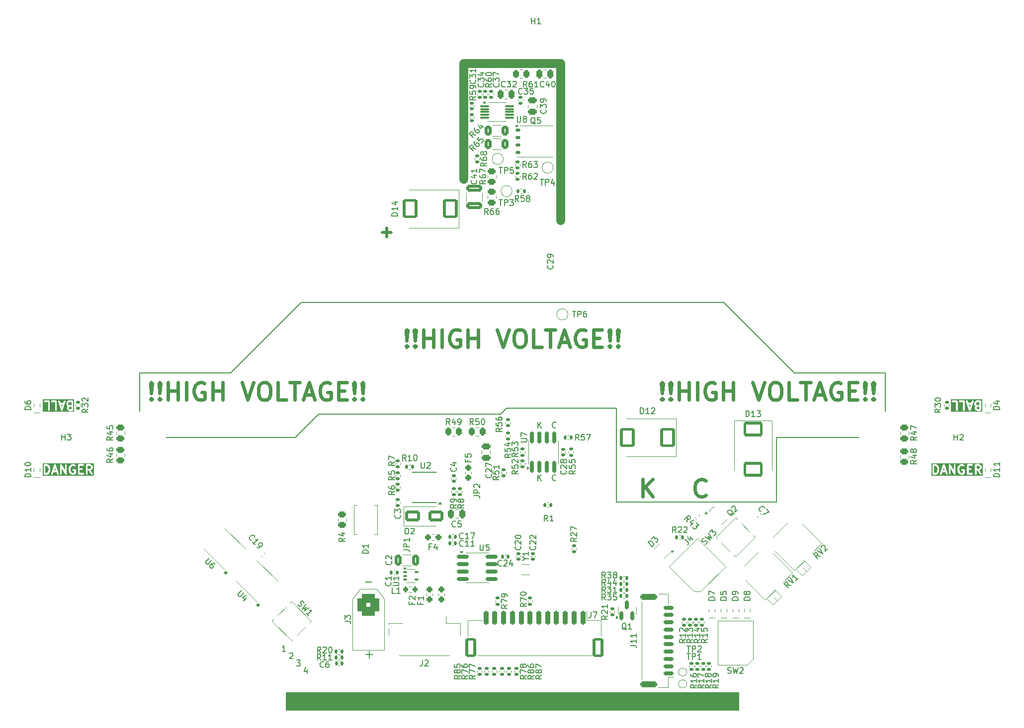
<source format=gbr>
%TF.GenerationSoftware,KiCad,Pcbnew,8.0.7*%
%TF.CreationDate,2025-04-17T21:52:40-04:00*%
%TF.ProjectId,kicker,6b69636b-6572-42e6-9b69-6361645f7063,v4*%
%TF.SameCoordinates,Original*%
%TF.FileFunction,Legend,Top*%
%TF.FilePolarity,Positive*%
%FSLAX46Y46*%
G04 Gerber Fmt 4.6, Leading zero omitted, Abs format (unit mm)*
G04 Created by KiCad (PCBNEW 8.0.7) date 2025-04-17 21:52:40*
%MOMM*%
%LPD*%
G01*
G04 APERTURE LIST*
G04 Aperture macros list*
%AMRoundRect*
0 Rectangle with rounded corners*
0 $1 Rounding radius*
0 $2 $3 $4 $5 $6 $7 $8 $9 X,Y pos of 4 corners*
0 Add a 4 corners polygon primitive as box body*
4,1,4,$2,$3,$4,$5,$6,$7,$8,$9,$2,$3,0*
0 Add four circle primitives for the rounded corners*
1,1,$1+$1,$2,$3*
1,1,$1+$1,$4,$5*
1,1,$1+$1,$6,$7*
1,1,$1+$1,$8,$9*
0 Add four rect primitives between the rounded corners*
20,1,$1+$1,$2,$3,$4,$5,0*
20,1,$1+$1,$4,$5,$6,$7,0*
20,1,$1+$1,$6,$7,$8,$9,0*
20,1,$1+$1,$8,$9,$2,$3,0*%
%AMRotRect*
0 Rectangle, with rotation*
0 The origin of the aperture is its center*
0 $1 length*
0 $2 width*
0 $3 Rotation angle, in degrees counterclockwise*
0 Add horizontal line*
21,1,$1,$2,0,0,$3*%
%AMOutline5P*
0 Free polygon, 5 corners , with rotation*
0 The origin of the aperture is its center*
0 number of corners: always 5*
0 $1 to $10 corner X, Y*
0 $11 Rotation angle, in degrees counterclockwise*
0 create outline with 5 corners*
4,1,5,$1,$2,$3,$4,$5,$6,$7,$8,$9,$10,$1,$2,$11*%
%AMOutline6P*
0 Free polygon, 6 corners , with rotation*
0 The origin of the aperture is its center*
0 number of corners: always 6*
0 $1 to $12 corner X, Y*
0 $13 Rotation angle, in degrees counterclockwise*
0 create outline with 6 corners*
4,1,6,$1,$2,$3,$4,$5,$6,$7,$8,$9,$10,$11,$12,$1,$2,$13*%
%AMOutline7P*
0 Free polygon, 7 corners , with rotation*
0 The origin of the aperture is its center*
0 number of corners: always 7*
0 $1 to $14 corner X, Y*
0 $15 Rotation angle, in degrees counterclockwise*
0 create outline with 7 corners*
4,1,7,$1,$2,$3,$4,$5,$6,$7,$8,$9,$10,$11,$12,$13,$14,$1,$2,$15*%
%AMOutline8P*
0 Free polygon, 8 corners , with rotation*
0 The origin of the aperture is its center*
0 number of corners: always 8*
0 $1 to $16 corner X, Y*
0 $17 Rotation angle, in degrees counterclockwise*
0 create outline with 8 corners*
4,1,8,$1,$2,$3,$4,$5,$6,$7,$8,$9,$10,$11,$12,$13,$14,$15,$16,$1,$2,$17*%
%AMFreePoly0*
4,1,17,2.675000,1.605000,1.875000,1.605000,1.875000,0.935000,2.675000,0.935000,2.675000,0.335000,1.875000,0.335000,1.875000,-0.335000,2.675000,-0.335000,2.675000,-0.935000,1.875000,-0.935000,1.875000,-1.605000,2.675000,-1.605000,2.675000,-2.205000,-1.875000,-2.205000,-1.875000,2.205000,2.675000,2.205000,2.675000,1.605000,2.675000,1.605000,$1*%
%AMFreePoly1*
4,1,6,1.037000,0.000000,0.437000,-0.600000,-0.150000,-0.600000,-0.150000,0.600000,0.437000,0.600000,1.037000,0.000000,1.037000,0.000000,$1*%
%AMFreePoly2*
4,1,6,0.150000,-0.600000,-1.037000,-0.600000,-0.437000,0.000000,-1.037000,0.600000,0.150000,0.600000,0.150000,-0.600000,0.150000,-0.600000,$1*%
G04 Aperture macros list end*
%ADD10C,1.500000*%
%ADD11C,0.150000*%
%ADD12C,0.300000*%
%ADD13C,0.600000*%
%ADD14C,0.500000*%
%ADD15C,0.120000*%
%ADD16C,0.100000*%
%ADD17C,0.575000*%
%ADD18C,0.160000*%
%ADD19RoundRect,0.140000X0.219203X0.021213X0.021213X0.219203X-0.219203X-0.021213X-0.021213X-0.219203X0*%
%ADD20C,1.500000*%
%ADD21RoundRect,0.140000X0.170000X-0.140000X0.170000X0.140000X-0.170000X0.140000X-0.170000X-0.140000X0*%
%ADD22RoundRect,0.135000X-0.185000X0.135000X-0.185000X-0.135000X0.185000X-0.135000X0.185000X0.135000X0*%
%ADD23RoundRect,0.760000X-1.140000X1.140000X-1.140000X-1.140000X1.140000X-1.140000X1.140000X1.140000X0*%
%ADD24C,3.800000*%
%ADD25RoundRect,0.135000X-0.135000X-0.185000X0.135000X-0.185000X0.135000X0.185000X-0.135000X0.185000X0*%
%ADD26R,0.800000X0.800000*%
%ADD27C,6.400000*%
%ADD28RoundRect,0.135000X0.185000X-0.135000X0.185000X0.135000X-0.185000X0.135000X-0.185000X-0.135000X0*%
%ADD29R,1.000000X1.800000*%
%ADD30RoundRect,0.050000X-0.883883X0.176777X0.176777X-0.883883X0.883883X-0.176777X-0.176777X0.883883X0*%
%ADD31RoundRect,0.050000X0.883883X-0.176777X-0.176777X0.883883X-0.883883X0.176777X0.176777X-0.883883X0*%
%ADD32RoundRect,0.250000X-0.262500X-0.450000X0.262500X-0.450000X0.262500X0.450000X-0.262500X0.450000X0*%
%ADD33RoundRect,0.250000X-0.250000X-0.475000X0.250000X-0.475000X0.250000X0.475000X-0.250000X0.475000X0*%
%ADD34RoundRect,0.250000X-1.000000X-0.650000X1.000000X-0.650000X1.000000X0.650000X-1.000000X0.650000X0*%
%ADD35RoundRect,0.135000X-0.226274X-0.035355X-0.035355X-0.226274X0.226274X0.035355X0.035355X0.226274X0*%
%ADD36RoundRect,0.140000X-0.170000X0.140000X-0.170000X-0.140000X0.170000X-0.140000X0.170000X0.140000X0*%
%ADD37FreePoly0,0.000000*%
%ADD38RoundRect,0.125000X-0.300000X-0.125000X0.300000X-0.125000X0.300000X0.125000X-0.300000X0.125000X0*%
%ADD39RoundRect,0.250000X-0.450000X0.262500X-0.450000X-0.262500X0.450000X-0.262500X0.450000X0.262500X0*%
%ADD40RoundRect,0.140000X0.140000X0.170000X-0.140000X0.170000X-0.140000X-0.170000X0.140000X-0.170000X0*%
%ADD41RoundRect,0.075000X-0.650000X-0.075000X0.650000X-0.075000X0.650000X0.075000X-0.650000X0.075000X0*%
%ADD42R,1.680000X1.880000*%
%ADD43RoundRect,0.237500X-0.287500X-0.237500X0.287500X-0.237500X0.287500X0.237500X-0.287500X0.237500X0*%
%ADD44RoundRect,0.250000X-1.400000X-1.000000X1.400000X-1.000000X1.400000X1.000000X-1.400000X1.000000X0*%
%ADD45RoundRect,0.250000X0.475000X-0.250000X0.475000X0.250000X-0.475000X0.250000X-0.475000X-0.250000X0*%
%ADD46RoundRect,0.100000X0.088388X0.229810X-0.229810X-0.088388X-0.088388X-0.229810X0.229810X0.088388X0*%
%ADD47RoundRect,0.237500X0.237500X-0.287500X0.237500X0.287500X-0.237500X0.287500X-0.237500X-0.287500X0*%
%ADD48RotRect,3.300000X1.190000X135.000000*%
%ADD49RoundRect,0.250000X-0.312500X-0.625000X0.312500X-0.625000X0.312500X0.625000X-0.312500X0.625000X0*%
%ADD50RoundRect,0.150000X-0.825000X-0.150000X0.825000X-0.150000X0.825000X0.150000X-0.825000X0.150000X0*%
%ADD51R,2.300000X2.500000*%
%ADD52RoundRect,0.100000X-0.225000X-0.100000X0.225000X-0.100000X0.225000X0.100000X-0.225000X0.100000X0*%
%ADD53FreePoly1,90.000000*%
%ADD54FreePoly2,90.000000*%
%ADD55RoundRect,0.250000X0.325000X0.650000X-0.325000X0.650000X-0.325000X-0.650000X0.325000X-0.650000X0*%
%ADD56C,1.000000*%
%ADD57R,1.270000X0.760000*%
%ADD58RoundRect,0.250000X-1.000000X1.400000X-1.000000X-1.400000X1.000000X-1.400000X1.000000X1.400000X0*%
%ADD59RoundRect,0.150000X-0.309359X-0.521491X0.521491X0.309359X0.309359X0.521491X-0.521491X-0.309359X0*%
%ADD60RoundRect,0.200000X0.200000X0.275000X-0.200000X0.275000X-0.200000X-0.275000X0.200000X-0.275000X0*%
%ADD61RoundRect,0.135000X0.135000X0.185000X-0.135000X0.185000X-0.135000X-0.185000X0.135000X-0.185000X0*%
%ADD62RoundRect,0.140000X-0.219203X-0.021213X-0.021213X-0.219203X0.219203X0.021213X0.021213X0.219203X0*%
%ADD63O,2.000000X1.000000*%
%ADD64R,1.100000X3.000000*%
%ADD65R,1.800000X3.600000*%
%ADD66RoundRect,0.150000X0.150000X-0.825000X0.150000X0.825000X-0.150000X0.825000X-0.150000X-0.825000X0*%
%ADD67RoundRect,0.250000X-0.475000X0.250000X-0.475000X-0.250000X0.475000X-0.250000X0.475000X0.250000X0*%
%ADD68RoundRect,0.250000X0.450000X-0.262500X0.450000X0.262500X-0.450000X0.262500X-0.450000X-0.262500X0*%
%ADD69RoundRect,0.140000X-0.140000X-0.170000X0.140000X-0.170000X0.140000X0.170000X-0.140000X0.170000X0*%
%ADD70RoundRect,0.150000X0.150000X-0.587500X0.150000X0.587500X-0.150000X0.587500X-0.150000X-0.587500X0*%
%ADD71RoundRect,0.200000X0.200000X1.000000X-0.200000X1.000000X-0.200000X-1.000000X0.200000X-1.000000X0*%
%ADD72RoundRect,0.250000X0.650000X1.400000X-0.650000X1.400000X-0.650000X-1.400000X0.650000X-1.400000X0*%
%ADD73RoundRect,0.250000X1.100000X-0.325000X1.100000X0.325000X-1.100000X0.325000X-1.100000X-0.325000X0*%
%ADD74R,6.000000X3.000000*%
%ADD75RoundRect,0.150000X0.700000X-0.150000X0.700000X0.150000X-0.700000X0.150000X-0.700000X-0.150000X0*%
%ADD76RoundRect,0.250000X1.150000X-0.250000X1.150000X0.250000X-1.150000X0.250000X-1.150000X-0.250000X0*%
%ADD77RotRect,1.600000X1.400000X135.000000*%
%ADD78RoundRect,0.250000X0.250000X0.475000X-0.250000X0.475000X-0.250000X-0.475000X0.250000X-0.475000X0*%
%ADD79RotRect,1.600000X1.400000X225.000000*%
%ADD80RotRect,0.800000X2.200000X45.000000*%
%ADD81R,2.600000X3.100000*%
%ADD82R,1.550000X0.600000*%
%ADD83R,4.000000X4.000000*%
%ADD84C,4.000000*%
%ADD85C,3.200000*%
%ADD86C,1.020000*%
%ADD87Outline8P,-0.800000X0.400000X-0.400000X0.800000X0.400000X0.800000X0.800000X0.400000X0.800000X-0.400000X0.400000X-0.800000X-0.400000X-0.800000X-0.800000X-0.400000X0.000000*%
%ADD88C,1.600000*%
G04 APERTURE END LIST*
D10*
X201750000Y-94000000D02*
X201750000Y-74250000D01*
D11*
X177000000Y-134000000D02*
X208000000Y-134000000D01*
X146500000Y-127000000D02*
X146500000Y-133500000D01*
D10*
X201750000Y-74250000D02*
X218250000Y-74250000D01*
D11*
X162000000Y-127000000D02*
X146500000Y-127000000D01*
X171500000Y-181500000D02*
X248500000Y-181500000D01*
X248500000Y-184500000D01*
X171500000Y-184500000D01*
X171500000Y-181500000D01*
G36*
X171500000Y-181500000D02*
G01*
X248500000Y-181500000D01*
X248500000Y-184500000D01*
X171500000Y-184500000D01*
X171500000Y-181500000D01*
G37*
X255000000Y-138000000D02*
X255000000Y-149000000D01*
X174000000Y-115000000D02*
X246000000Y-115000000D01*
X174000443Y-114999557D02*
X162000000Y-127000000D01*
X246003987Y-115003987D02*
X258000000Y-127000000D01*
D10*
X218250000Y-74250000D02*
X218250000Y-101000000D01*
D11*
X227750000Y-133000000D02*
X227750000Y-149000000D01*
X173000000Y-138000000D02*
X177000000Y-134000000D01*
X208000000Y-134000000D02*
X209000000Y-133000000D01*
X209000000Y-133000000D02*
X227750000Y-133000000D01*
X273500000Y-127000000D02*
X273500000Y-133500000D01*
X258000000Y-127000000D02*
X273500000Y-127000000D01*
X255000000Y-138000000D02*
X269000000Y-138000000D01*
X151000000Y-138000000D02*
X173000000Y-138000000D01*
X255000000Y-149000000D02*
X227750000Y-149000000D01*
D12*
G36*
X282185889Y-142880861D02*
G01*
X282286496Y-142981468D01*
X282339675Y-143087827D01*
X282402631Y-143339648D01*
X282402631Y-143517007D01*
X282339675Y-143768828D01*
X282286496Y-143875188D01*
X282185890Y-143975794D01*
X282028288Y-144028328D01*
X281845488Y-144028328D01*
X281845488Y-142828328D01*
X282028291Y-142828328D01*
X282185889Y-142880861D01*
G37*
G36*
X289535207Y-142873035D02*
G01*
X289572211Y-142910039D01*
X289616917Y-142999451D01*
X289616917Y-143142918D01*
X289572210Y-143232331D01*
X289535205Y-143269336D01*
X289445793Y-143314042D01*
X289059774Y-143314042D01*
X289059774Y-142828328D01*
X289445793Y-142828328D01*
X289535207Y-142873035D01*
G37*
G36*
X283630233Y-143599757D02*
G01*
X283332174Y-143599757D01*
X283481203Y-143152669D01*
X283630233Y-143599757D01*
G37*
G36*
X290083584Y-144494995D02*
G01*
X281378821Y-144494995D01*
X281378821Y-142678328D01*
X281545488Y-142678328D01*
X281545488Y-144178328D01*
X281548370Y-144207592D01*
X281570768Y-144261664D01*
X281612152Y-144303048D01*
X281666224Y-144325446D01*
X281695488Y-144328328D01*
X282052631Y-144328328D01*
X282067436Y-144326869D01*
X282071391Y-144327151D01*
X282076592Y-144325968D01*
X282081895Y-144325446D01*
X282085552Y-144323930D01*
X282100065Y-144320631D01*
X282314351Y-144249203D01*
X282341202Y-144237215D01*
X282345273Y-144233683D01*
X282350253Y-144231621D01*
X282372983Y-144212966D01*
X282426382Y-144159567D01*
X282832381Y-144159567D01*
X282836530Y-144217948D01*
X282862704Y-144270295D01*
X282906918Y-144308642D01*
X282962442Y-144327150D01*
X283020823Y-144323001D01*
X283073170Y-144296827D01*
X283111517Y-144252613D01*
X283123505Y-144225762D01*
X283232174Y-143899757D01*
X283730233Y-143899757D01*
X283838901Y-144225762D01*
X283850889Y-144252613D01*
X283889236Y-144296828D01*
X283941584Y-144323001D01*
X283999964Y-144327151D01*
X284055488Y-144308642D01*
X284099702Y-144270295D01*
X284125876Y-144217948D01*
X284130026Y-144159568D01*
X284123506Y-144130894D01*
X283639316Y-142678328D01*
X284331202Y-142678328D01*
X284331202Y-144178328D01*
X284334084Y-144207592D01*
X284356482Y-144261664D01*
X284397866Y-144303048D01*
X284451938Y-144325446D01*
X284510466Y-144325446D01*
X284564538Y-144303048D01*
X284605922Y-144261664D01*
X284628320Y-144207592D01*
X284631202Y-144178328D01*
X284631202Y-143243161D01*
X285208109Y-144252749D01*
X285212486Y-144258916D01*
X285213625Y-144261664D01*
X285216424Y-144264463D01*
X285225130Y-144276727D01*
X285240903Y-144288942D01*
X285255009Y-144303048D01*
X285263842Y-144306706D01*
X285271404Y-144312563D01*
X285290652Y-144317812D01*
X285309081Y-144325446D01*
X285318643Y-144325446D01*
X285327868Y-144327962D01*
X285347659Y-144325446D01*
X285367609Y-144325446D01*
X285376442Y-144321786D01*
X285385928Y-144320581D01*
X285403250Y-144310682D01*
X285421681Y-144303048D01*
X285428441Y-144296287D01*
X285436744Y-144291543D01*
X285448957Y-144275771D01*
X285463065Y-144261664D01*
X285466724Y-144252828D01*
X285472579Y-144245269D01*
X285477827Y-144226024D01*
X285485463Y-144207592D01*
X285486936Y-144192627D01*
X285487979Y-144188806D01*
X285487603Y-144185854D01*
X285488345Y-144178328D01*
X285488345Y-143321185D01*
X285831203Y-143321185D01*
X285831203Y-143535471D01*
X285831705Y-143540574D01*
X285831380Y-143542762D01*
X285832999Y-143553712D01*
X285834085Y-143564735D01*
X285834932Y-143566779D01*
X285835682Y-143571851D01*
X285907110Y-143857565D01*
X285907881Y-143859723D01*
X285907958Y-143860804D01*
X285912616Y-143872978D01*
X285917003Y-143885256D01*
X285917647Y-143886126D01*
X285918467Y-143888267D01*
X285989896Y-144031124D01*
X285997823Y-144043717D01*
X285999339Y-144047377D01*
X286002720Y-144051496D01*
X286005561Y-144056010D01*
X286008554Y-144058606D01*
X286017994Y-144070108D01*
X286160851Y-144212966D01*
X286183581Y-144231621D01*
X286188560Y-144233683D01*
X286192632Y-144237215D01*
X286219483Y-144249203D01*
X286433769Y-144320631D01*
X286448281Y-144323930D01*
X286451939Y-144325446D01*
X286457241Y-144325968D01*
X286462443Y-144327151D01*
X286466397Y-144326869D01*
X286481203Y-144328328D01*
X286624060Y-144328328D01*
X286638865Y-144326869D01*
X286642820Y-144327151D01*
X286648021Y-144325968D01*
X286653324Y-144325446D01*
X286656981Y-144323930D01*
X286671494Y-144320631D01*
X286885780Y-144249203D01*
X286912631Y-144237215D01*
X286916704Y-144233681D01*
X286921682Y-144231620D01*
X286944413Y-144212965D01*
X287015841Y-144141536D01*
X287034495Y-144118806D01*
X287054666Y-144070108D01*
X287056892Y-144064735D01*
X287059774Y-144035471D01*
X287059774Y-143535471D01*
X287056892Y-143506207D01*
X287034494Y-143452135D01*
X286993110Y-143410751D01*
X286939038Y-143388353D01*
X286909774Y-143385471D01*
X286624060Y-143385471D01*
X286594796Y-143388353D01*
X286540724Y-143410751D01*
X286499340Y-143452135D01*
X286476942Y-143506207D01*
X286476942Y-143564735D01*
X286499340Y-143618807D01*
X286540724Y-143660191D01*
X286594796Y-143682589D01*
X286624060Y-143685471D01*
X286759774Y-143685471D01*
X286759774Y-143973339D01*
X286757319Y-143975794D01*
X286599717Y-144028328D01*
X286505546Y-144028328D01*
X286347943Y-143975794D01*
X286247338Y-143875188D01*
X286194157Y-143768828D01*
X286131203Y-143517007D01*
X286131203Y-143339648D01*
X286194157Y-143087827D01*
X286247338Y-142981467D01*
X286347944Y-142880861D01*
X286505546Y-142828328D01*
X286660079Y-142828328D01*
X286771263Y-142883921D01*
X286798727Y-142894430D01*
X286857107Y-142898579D01*
X286912629Y-142880072D01*
X286956845Y-142841725D01*
X286983019Y-142789376D01*
X286987168Y-142730996D01*
X286969612Y-142678328D01*
X287402631Y-142678328D01*
X287402631Y-144178328D01*
X287405513Y-144207592D01*
X287427911Y-144261664D01*
X287469295Y-144303048D01*
X287523367Y-144325446D01*
X287552631Y-144328328D01*
X288266917Y-144328328D01*
X288296181Y-144325446D01*
X288350253Y-144303048D01*
X288391637Y-144261664D01*
X288414035Y-144207592D01*
X288414035Y-144149064D01*
X288391637Y-144094992D01*
X288350253Y-144053608D01*
X288296181Y-144031210D01*
X288266917Y-144028328D01*
X287702631Y-144028328D01*
X287702631Y-143542614D01*
X288052631Y-143542614D01*
X288081895Y-143539732D01*
X288135967Y-143517334D01*
X288177351Y-143475950D01*
X288199749Y-143421878D01*
X288199749Y-143363350D01*
X288177351Y-143309278D01*
X288135967Y-143267894D01*
X288081895Y-143245496D01*
X288052631Y-143242614D01*
X287702631Y-143242614D01*
X287702631Y-142828328D01*
X288266917Y-142828328D01*
X288296181Y-142825446D01*
X288350253Y-142803048D01*
X288391637Y-142761664D01*
X288414035Y-142707592D01*
X288414035Y-142678328D01*
X288759774Y-142678328D01*
X288759774Y-144178328D01*
X288762656Y-144207592D01*
X288785054Y-144261664D01*
X288826438Y-144303048D01*
X288880510Y-144325446D01*
X288939038Y-144325446D01*
X288993110Y-144303048D01*
X289034494Y-144261664D01*
X289056892Y-144207592D01*
X289059774Y-144178328D01*
X289059774Y-143614042D01*
X289188819Y-143614042D01*
X289644032Y-144264347D01*
X289663175Y-144286669D01*
X289712532Y-144318122D01*
X289770168Y-144328293D01*
X289827310Y-144315634D01*
X289875258Y-144282070D01*
X289906711Y-144232713D01*
X289916882Y-144175077D01*
X289904223Y-144117935D01*
X289889802Y-144092309D01*
X289544850Y-143599520D01*
X289548285Y-143598206D01*
X289691142Y-143526778D01*
X289703735Y-143518850D01*
X289707395Y-143517335D01*
X289711514Y-143513953D01*
X289716028Y-143511113D01*
X289718624Y-143508119D01*
X289730126Y-143498680D01*
X289801555Y-143427251D01*
X289810996Y-143415746D01*
X289813988Y-143413152D01*
X289816826Y-143408642D01*
X289820210Y-143404520D01*
X289821726Y-143400858D01*
X289829653Y-143388267D01*
X289901081Y-143245409D01*
X289911591Y-143217946D01*
X289911972Y-143212570D01*
X289914035Y-143207592D01*
X289916917Y-143178328D01*
X289916917Y-142964042D01*
X289914035Y-142934778D01*
X289911972Y-142929799D01*
X289911591Y-142924424D01*
X289901081Y-142896961D01*
X289829653Y-142754103D01*
X289821724Y-142741508D01*
X289820209Y-142737849D01*
X289816827Y-142733728D01*
X289813988Y-142729218D01*
X289810996Y-142726623D01*
X289801554Y-142715118D01*
X289730125Y-142643690D01*
X289718625Y-142634252D01*
X289716028Y-142631258D01*
X289711511Y-142628415D01*
X289707394Y-142625036D01*
X289703737Y-142623521D01*
X289691142Y-142615593D01*
X289548285Y-142544164D01*
X289520822Y-142533655D01*
X289515447Y-142533273D01*
X289510467Y-142531210D01*
X289481203Y-142528328D01*
X288909774Y-142528328D01*
X288880510Y-142531210D01*
X288826438Y-142553608D01*
X288785054Y-142594992D01*
X288762656Y-142649064D01*
X288759774Y-142678328D01*
X288414035Y-142678328D01*
X288414035Y-142649064D01*
X288391637Y-142594992D01*
X288350253Y-142553608D01*
X288296181Y-142531210D01*
X288266917Y-142528328D01*
X287552631Y-142528328D01*
X287523367Y-142531210D01*
X287469295Y-142553608D01*
X287427911Y-142594992D01*
X287405513Y-142649064D01*
X287402631Y-142678328D01*
X286969612Y-142678328D01*
X286968660Y-142675473D01*
X286930314Y-142631258D01*
X286905428Y-142615593D01*
X286762571Y-142544164D01*
X286735108Y-142533655D01*
X286729733Y-142533273D01*
X286724753Y-142531210D01*
X286695489Y-142528328D01*
X286481203Y-142528328D01*
X286466391Y-142529786D01*
X286462442Y-142529506D01*
X286457247Y-142530687D01*
X286451939Y-142531210D01*
X286448277Y-142532726D01*
X286433768Y-142536026D01*
X286219483Y-142607455D01*
X286192632Y-142619443D01*
X286188562Y-142622972D01*
X286183581Y-142625036D01*
X286160851Y-142643691D01*
X286017994Y-142786548D01*
X286008554Y-142798049D01*
X286005561Y-142800646D01*
X286002720Y-142805159D01*
X285999339Y-142809279D01*
X285997823Y-142812938D01*
X285989896Y-142825532D01*
X285918467Y-142968389D01*
X285917647Y-142970529D01*
X285917003Y-142971400D01*
X285912616Y-142983677D01*
X285907958Y-142995852D01*
X285907881Y-142996932D01*
X285907110Y-142999091D01*
X285835682Y-143284805D01*
X285834932Y-143289876D01*
X285834085Y-143291921D01*
X285832999Y-143302943D01*
X285831380Y-143313894D01*
X285831705Y-143316081D01*
X285831203Y-143321185D01*
X285488345Y-143321185D01*
X285488345Y-142678328D01*
X285485463Y-142649064D01*
X285463065Y-142594992D01*
X285421681Y-142553608D01*
X285367609Y-142531210D01*
X285309081Y-142531210D01*
X285255009Y-142553608D01*
X285213625Y-142594992D01*
X285191227Y-142649064D01*
X285188345Y-142678328D01*
X285188345Y-143613492D01*
X284611438Y-142603907D01*
X284607060Y-142597739D01*
X284605922Y-142594992D01*
X284603122Y-142592192D01*
X284594417Y-142579929D01*
X284578645Y-142567715D01*
X284564538Y-142553608D01*
X284555702Y-142549948D01*
X284548143Y-142544094D01*
X284528898Y-142538845D01*
X284510466Y-142531210D01*
X284500904Y-142531210D01*
X284491679Y-142528694D01*
X284471888Y-142531210D01*
X284451938Y-142531210D01*
X284443104Y-142534869D01*
X284433619Y-142536075D01*
X284416296Y-142545973D01*
X284397866Y-142553608D01*
X284391105Y-142560368D01*
X284382803Y-142565113D01*
X284370589Y-142580884D01*
X284356482Y-142594992D01*
X284352822Y-142603827D01*
X284346968Y-142611387D01*
X284341719Y-142630631D01*
X284334084Y-142649064D01*
X284332610Y-142664030D01*
X284331568Y-142667851D01*
X284331943Y-142670802D01*
X284331202Y-142678328D01*
X283639316Y-142678328D01*
X283623505Y-142630894D01*
X283611517Y-142604043D01*
X283604494Y-142595946D01*
X283599702Y-142586361D01*
X283585493Y-142574037D01*
X283573170Y-142559829D01*
X283563584Y-142555036D01*
X283555488Y-142548014D01*
X283537644Y-142542065D01*
X283520823Y-142533655D01*
X283510134Y-142532895D01*
X283499964Y-142529505D01*
X283481198Y-142530838D01*
X283462442Y-142529506D01*
X283452274Y-142532895D01*
X283441584Y-142533655D01*
X283424760Y-142542066D01*
X283406918Y-142548014D01*
X283398823Y-142555034D01*
X283389236Y-142559828D01*
X283376910Y-142574039D01*
X283362704Y-142586361D01*
X283357911Y-142595945D01*
X283350889Y-142604043D01*
X283338901Y-142630894D01*
X282838901Y-144130894D01*
X282832381Y-144159567D01*
X282426382Y-144159567D01*
X282515840Y-144070108D01*
X282525278Y-144058606D01*
X282528273Y-144056010D01*
X282531113Y-144051496D01*
X282534495Y-144047377D01*
X282536010Y-144043717D01*
X282543938Y-144031124D01*
X282615367Y-143888268D01*
X282616186Y-143886125D01*
X282616831Y-143885256D01*
X282621215Y-143872984D01*
X282625876Y-143860804D01*
X282625952Y-143859723D01*
X282626724Y-143857565D01*
X282698152Y-143571851D01*
X282698901Y-143566779D01*
X282699749Y-143564735D01*
X282700834Y-143553712D01*
X282702454Y-143542762D01*
X282702128Y-143540574D01*
X282702631Y-143535471D01*
X282702631Y-143321185D01*
X282702128Y-143316081D01*
X282702454Y-143313894D01*
X282700834Y-143302943D01*
X282699749Y-143291921D01*
X282698901Y-143289876D01*
X282698152Y-143284805D01*
X282626724Y-142999091D01*
X282625952Y-142996932D01*
X282625876Y-142995852D01*
X282621215Y-142983671D01*
X282616831Y-142971400D01*
X282616186Y-142970530D01*
X282615367Y-142968388D01*
X282543938Y-142825532D01*
X282536011Y-142812940D01*
X282534495Y-142809278D01*
X282531111Y-142805155D01*
X282528273Y-142800646D01*
X282525280Y-142798050D01*
X282515840Y-142786548D01*
X282372983Y-142643691D01*
X282350252Y-142625036D01*
X282345272Y-142622973D01*
X282341202Y-142619443D01*
X282314351Y-142607454D01*
X282100065Y-142536026D01*
X282085557Y-142532727D01*
X282081895Y-142531210D01*
X282076586Y-142530687D01*
X282071392Y-142529506D01*
X282067442Y-142529786D01*
X282052631Y-142528328D01*
X281695488Y-142528328D01*
X281666224Y-142531210D01*
X281612152Y-142553608D01*
X281570768Y-142594992D01*
X281548370Y-142649064D01*
X281545488Y-142678328D01*
X281378821Y-142678328D01*
X281378821Y-142361661D01*
X290083584Y-142361661D01*
X290083584Y-144494995D01*
G37*
D11*
X214336779Y-136369819D02*
X214336779Y-135369819D01*
X214908207Y-136369819D02*
X214479636Y-135798390D01*
X214908207Y-135369819D02*
X214336779Y-135941247D01*
D13*
X242928571Y-147815942D02*
X242785714Y-147958800D01*
X242785714Y-147958800D02*
X242357142Y-148101657D01*
X242357142Y-148101657D02*
X242071428Y-148101657D01*
X242071428Y-148101657D02*
X241642857Y-147958800D01*
X241642857Y-147958800D02*
X241357142Y-147673085D01*
X241357142Y-147673085D02*
X241214285Y-147387371D01*
X241214285Y-147387371D02*
X241071428Y-146815942D01*
X241071428Y-146815942D02*
X241071428Y-146387371D01*
X241071428Y-146387371D02*
X241214285Y-145815942D01*
X241214285Y-145815942D02*
X241357142Y-145530228D01*
X241357142Y-145530228D02*
X241642857Y-145244514D01*
X241642857Y-145244514D02*
X242071428Y-145101657D01*
X242071428Y-145101657D02*
X242357142Y-145101657D01*
X242357142Y-145101657D02*
X242785714Y-145244514D01*
X242785714Y-145244514D02*
X242928571Y-145387371D01*
D12*
G36*
X130794911Y-142880861D02*
G01*
X130895518Y-142981468D01*
X130948697Y-143087827D01*
X131011653Y-143339648D01*
X131011653Y-143517007D01*
X130948697Y-143768828D01*
X130895518Y-143875188D01*
X130794912Y-143975794D01*
X130637310Y-144028328D01*
X130454510Y-144028328D01*
X130454510Y-142828328D01*
X130637313Y-142828328D01*
X130794911Y-142880861D01*
G37*
G36*
X138144229Y-142873035D02*
G01*
X138181233Y-142910039D01*
X138225939Y-142999451D01*
X138225939Y-143142918D01*
X138181232Y-143232331D01*
X138144227Y-143269336D01*
X138054815Y-143314042D01*
X137668796Y-143314042D01*
X137668796Y-142828328D01*
X138054815Y-142828328D01*
X138144229Y-142873035D01*
G37*
G36*
X132239255Y-143599757D02*
G01*
X131941196Y-143599757D01*
X132090225Y-143152669D01*
X132239255Y-143599757D01*
G37*
G36*
X138692606Y-144494995D02*
G01*
X129987843Y-144494995D01*
X129987843Y-142678328D01*
X130154510Y-142678328D01*
X130154510Y-144178328D01*
X130157392Y-144207592D01*
X130179790Y-144261664D01*
X130221174Y-144303048D01*
X130275246Y-144325446D01*
X130304510Y-144328328D01*
X130661653Y-144328328D01*
X130676458Y-144326869D01*
X130680413Y-144327151D01*
X130685614Y-144325968D01*
X130690917Y-144325446D01*
X130694574Y-144323930D01*
X130709087Y-144320631D01*
X130923373Y-144249203D01*
X130950224Y-144237215D01*
X130954295Y-144233683D01*
X130959275Y-144231621D01*
X130982005Y-144212966D01*
X131035404Y-144159567D01*
X131441403Y-144159567D01*
X131445552Y-144217948D01*
X131471726Y-144270295D01*
X131515940Y-144308642D01*
X131571464Y-144327150D01*
X131629845Y-144323001D01*
X131682192Y-144296827D01*
X131720539Y-144252613D01*
X131732527Y-144225762D01*
X131841196Y-143899757D01*
X132339255Y-143899757D01*
X132447923Y-144225762D01*
X132459911Y-144252613D01*
X132498258Y-144296828D01*
X132550606Y-144323001D01*
X132608986Y-144327151D01*
X132664510Y-144308642D01*
X132708724Y-144270295D01*
X132734898Y-144217948D01*
X132739048Y-144159568D01*
X132732528Y-144130894D01*
X132248338Y-142678328D01*
X132940224Y-142678328D01*
X132940224Y-144178328D01*
X132943106Y-144207592D01*
X132965504Y-144261664D01*
X133006888Y-144303048D01*
X133060960Y-144325446D01*
X133119488Y-144325446D01*
X133173560Y-144303048D01*
X133214944Y-144261664D01*
X133237342Y-144207592D01*
X133240224Y-144178328D01*
X133240224Y-143243161D01*
X133817131Y-144252749D01*
X133821508Y-144258916D01*
X133822647Y-144261664D01*
X133825446Y-144264463D01*
X133834152Y-144276727D01*
X133849925Y-144288942D01*
X133864031Y-144303048D01*
X133872864Y-144306706D01*
X133880426Y-144312563D01*
X133899674Y-144317812D01*
X133918103Y-144325446D01*
X133927665Y-144325446D01*
X133936890Y-144327962D01*
X133956681Y-144325446D01*
X133976631Y-144325446D01*
X133985464Y-144321786D01*
X133994950Y-144320581D01*
X134012272Y-144310682D01*
X134030703Y-144303048D01*
X134037463Y-144296287D01*
X134045766Y-144291543D01*
X134057979Y-144275771D01*
X134072087Y-144261664D01*
X134075746Y-144252828D01*
X134081601Y-144245269D01*
X134086849Y-144226024D01*
X134094485Y-144207592D01*
X134095958Y-144192627D01*
X134097001Y-144188806D01*
X134096625Y-144185854D01*
X134097367Y-144178328D01*
X134097367Y-143321185D01*
X134440225Y-143321185D01*
X134440225Y-143535471D01*
X134440727Y-143540574D01*
X134440402Y-143542762D01*
X134442021Y-143553712D01*
X134443107Y-143564735D01*
X134443954Y-143566779D01*
X134444704Y-143571851D01*
X134516132Y-143857565D01*
X134516903Y-143859723D01*
X134516980Y-143860804D01*
X134521638Y-143872978D01*
X134526025Y-143885256D01*
X134526669Y-143886126D01*
X134527489Y-143888267D01*
X134598918Y-144031124D01*
X134606845Y-144043717D01*
X134608361Y-144047377D01*
X134611742Y-144051496D01*
X134614583Y-144056010D01*
X134617576Y-144058606D01*
X134627016Y-144070108D01*
X134769873Y-144212966D01*
X134792603Y-144231621D01*
X134797582Y-144233683D01*
X134801654Y-144237215D01*
X134828505Y-144249203D01*
X135042791Y-144320631D01*
X135057303Y-144323930D01*
X135060961Y-144325446D01*
X135066263Y-144325968D01*
X135071465Y-144327151D01*
X135075419Y-144326869D01*
X135090225Y-144328328D01*
X135233082Y-144328328D01*
X135247887Y-144326869D01*
X135251842Y-144327151D01*
X135257043Y-144325968D01*
X135262346Y-144325446D01*
X135266003Y-144323930D01*
X135280516Y-144320631D01*
X135494802Y-144249203D01*
X135521653Y-144237215D01*
X135525726Y-144233681D01*
X135530704Y-144231620D01*
X135553435Y-144212965D01*
X135624863Y-144141536D01*
X135643517Y-144118806D01*
X135663688Y-144070108D01*
X135665914Y-144064735D01*
X135668796Y-144035471D01*
X135668796Y-143535471D01*
X135665914Y-143506207D01*
X135643516Y-143452135D01*
X135602132Y-143410751D01*
X135548060Y-143388353D01*
X135518796Y-143385471D01*
X135233082Y-143385471D01*
X135203818Y-143388353D01*
X135149746Y-143410751D01*
X135108362Y-143452135D01*
X135085964Y-143506207D01*
X135085964Y-143564735D01*
X135108362Y-143618807D01*
X135149746Y-143660191D01*
X135203818Y-143682589D01*
X135233082Y-143685471D01*
X135368796Y-143685471D01*
X135368796Y-143973339D01*
X135366341Y-143975794D01*
X135208739Y-144028328D01*
X135114568Y-144028328D01*
X134956965Y-143975794D01*
X134856360Y-143875188D01*
X134803179Y-143768828D01*
X134740225Y-143517007D01*
X134740225Y-143339648D01*
X134803179Y-143087827D01*
X134856360Y-142981467D01*
X134956966Y-142880861D01*
X135114568Y-142828328D01*
X135269101Y-142828328D01*
X135380285Y-142883921D01*
X135407749Y-142894430D01*
X135466129Y-142898579D01*
X135521651Y-142880072D01*
X135565867Y-142841725D01*
X135592041Y-142789376D01*
X135596190Y-142730996D01*
X135578634Y-142678328D01*
X136011653Y-142678328D01*
X136011653Y-144178328D01*
X136014535Y-144207592D01*
X136036933Y-144261664D01*
X136078317Y-144303048D01*
X136132389Y-144325446D01*
X136161653Y-144328328D01*
X136875939Y-144328328D01*
X136905203Y-144325446D01*
X136959275Y-144303048D01*
X137000659Y-144261664D01*
X137023057Y-144207592D01*
X137023057Y-144149064D01*
X137000659Y-144094992D01*
X136959275Y-144053608D01*
X136905203Y-144031210D01*
X136875939Y-144028328D01*
X136311653Y-144028328D01*
X136311653Y-143542614D01*
X136661653Y-143542614D01*
X136690917Y-143539732D01*
X136744989Y-143517334D01*
X136786373Y-143475950D01*
X136808771Y-143421878D01*
X136808771Y-143363350D01*
X136786373Y-143309278D01*
X136744989Y-143267894D01*
X136690917Y-143245496D01*
X136661653Y-143242614D01*
X136311653Y-143242614D01*
X136311653Y-142828328D01*
X136875939Y-142828328D01*
X136905203Y-142825446D01*
X136959275Y-142803048D01*
X137000659Y-142761664D01*
X137023057Y-142707592D01*
X137023057Y-142678328D01*
X137368796Y-142678328D01*
X137368796Y-144178328D01*
X137371678Y-144207592D01*
X137394076Y-144261664D01*
X137435460Y-144303048D01*
X137489532Y-144325446D01*
X137548060Y-144325446D01*
X137602132Y-144303048D01*
X137643516Y-144261664D01*
X137665914Y-144207592D01*
X137668796Y-144178328D01*
X137668796Y-143614042D01*
X137797841Y-143614042D01*
X138253054Y-144264347D01*
X138272197Y-144286669D01*
X138321554Y-144318122D01*
X138379190Y-144328293D01*
X138436332Y-144315634D01*
X138484280Y-144282070D01*
X138515733Y-144232713D01*
X138525904Y-144175077D01*
X138513245Y-144117935D01*
X138498824Y-144092309D01*
X138153872Y-143599520D01*
X138157307Y-143598206D01*
X138300164Y-143526778D01*
X138312757Y-143518850D01*
X138316417Y-143517335D01*
X138320536Y-143513953D01*
X138325050Y-143511113D01*
X138327646Y-143508119D01*
X138339148Y-143498680D01*
X138410577Y-143427251D01*
X138420018Y-143415746D01*
X138423010Y-143413152D01*
X138425848Y-143408642D01*
X138429232Y-143404520D01*
X138430748Y-143400858D01*
X138438675Y-143388267D01*
X138510103Y-143245409D01*
X138520613Y-143217946D01*
X138520994Y-143212570D01*
X138523057Y-143207592D01*
X138525939Y-143178328D01*
X138525939Y-142964042D01*
X138523057Y-142934778D01*
X138520994Y-142929799D01*
X138520613Y-142924424D01*
X138510103Y-142896961D01*
X138438675Y-142754103D01*
X138430746Y-142741508D01*
X138429231Y-142737849D01*
X138425849Y-142733728D01*
X138423010Y-142729218D01*
X138420018Y-142726623D01*
X138410576Y-142715118D01*
X138339147Y-142643690D01*
X138327647Y-142634252D01*
X138325050Y-142631258D01*
X138320533Y-142628415D01*
X138316416Y-142625036D01*
X138312759Y-142623521D01*
X138300164Y-142615593D01*
X138157307Y-142544164D01*
X138129844Y-142533655D01*
X138124469Y-142533273D01*
X138119489Y-142531210D01*
X138090225Y-142528328D01*
X137518796Y-142528328D01*
X137489532Y-142531210D01*
X137435460Y-142553608D01*
X137394076Y-142594992D01*
X137371678Y-142649064D01*
X137368796Y-142678328D01*
X137023057Y-142678328D01*
X137023057Y-142649064D01*
X137000659Y-142594992D01*
X136959275Y-142553608D01*
X136905203Y-142531210D01*
X136875939Y-142528328D01*
X136161653Y-142528328D01*
X136132389Y-142531210D01*
X136078317Y-142553608D01*
X136036933Y-142594992D01*
X136014535Y-142649064D01*
X136011653Y-142678328D01*
X135578634Y-142678328D01*
X135577682Y-142675473D01*
X135539336Y-142631258D01*
X135514450Y-142615593D01*
X135371593Y-142544164D01*
X135344130Y-142533655D01*
X135338755Y-142533273D01*
X135333775Y-142531210D01*
X135304511Y-142528328D01*
X135090225Y-142528328D01*
X135075413Y-142529786D01*
X135071464Y-142529506D01*
X135066269Y-142530687D01*
X135060961Y-142531210D01*
X135057299Y-142532726D01*
X135042790Y-142536026D01*
X134828505Y-142607455D01*
X134801654Y-142619443D01*
X134797584Y-142622972D01*
X134792603Y-142625036D01*
X134769873Y-142643691D01*
X134627016Y-142786548D01*
X134617576Y-142798049D01*
X134614583Y-142800646D01*
X134611742Y-142805159D01*
X134608361Y-142809279D01*
X134606845Y-142812938D01*
X134598918Y-142825532D01*
X134527489Y-142968389D01*
X134526669Y-142970529D01*
X134526025Y-142971400D01*
X134521638Y-142983677D01*
X134516980Y-142995852D01*
X134516903Y-142996932D01*
X134516132Y-142999091D01*
X134444704Y-143284805D01*
X134443954Y-143289876D01*
X134443107Y-143291921D01*
X134442021Y-143302943D01*
X134440402Y-143313894D01*
X134440727Y-143316081D01*
X134440225Y-143321185D01*
X134097367Y-143321185D01*
X134097367Y-142678328D01*
X134094485Y-142649064D01*
X134072087Y-142594992D01*
X134030703Y-142553608D01*
X133976631Y-142531210D01*
X133918103Y-142531210D01*
X133864031Y-142553608D01*
X133822647Y-142594992D01*
X133800249Y-142649064D01*
X133797367Y-142678328D01*
X133797367Y-143613492D01*
X133220460Y-142603907D01*
X133216082Y-142597739D01*
X133214944Y-142594992D01*
X133212144Y-142592192D01*
X133203439Y-142579929D01*
X133187667Y-142567715D01*
X133173560Y-142553608D01*
X133164724Y-142549948D01*
X133157165Y-142544094D01*
X133137920Y-142538845D01*
X133119488Y-142531210D01*
X133109926Y-142531210D01*
X133100701Y-142528694D01*
X133080910Y-142531210D01*
X133060960Y-142531210D01*
X133052126Y-142534869D01*
X133042641Y-142536075D01*
X133025318Y-142545973D01*
X133006888Y-142553608D01*
X133000127Y-142560368D01*
X132991825Y-142565113D01*
X132979611Y-142580884D01*
X132965504Y-142594992D01*
X132961844Y-142603827D01*
X132955990Y-142611387D01*
X132950741Y-142630631D01*
X132943106Y-142649064D01*
X132941632Y-142664030D01*
X132940590Y-142667851D01*
X132940965Y-142670802D01*
X132940224Y-142678328D01*
X132248338Y-142678328D01*
X132232527Y-142630894D01*
X132220539Y-142604043D01*
X132213516Y-142595946D01*
X132208724Y-142586361D01*
X132194515Y-142574037D01*
X132182192Y-142559829D01*
X132172606Y-142555036D01*
X132164510Y-142548014D01*
X132146666Y-142542065D01*
X132129845Y-142533655D01*
X132119156Y-142532895D01*
X132108986Y-142529505D01*
X132090220Y-142530838D01*
X132071464Y-142529506D01*
X132061296Y-142532895D01*
X132050606Y-142533655D01*
X132033782Y-142542066D01*
X132015940Y-142548014D01*
X132007845Y-142555034D01*
X131998258Y-142559828D01*
X131985932Y-142574039D01*
X131971726Y-142586361D01*
X131966933Y-142595945D01*
X131959911Y-142604043D01*
X131947923Y-142630894D01*
X131447923Y-144130894D01*
X131441403Y-144159567D01*
X131035404Y-144159567D01*
X131124862Y-144070108D01*
X131134300Y-144058606D01*
X131137295Y-144056010D01*
X131140135Y-144051496D01*
X131143517Y-144047377D01*
X131145032Y-144043717D01*
X131152960Y-144031124D01*
X131224389Y-143888268D01*
X131225208Y-143886125D01*
X131225853Y-143885256D01*
X131230237Y-143872984D01*
X131234898Y-143860804D01*
X131234974Y-143859723D01*
X131235746Y-143857565D01*
X131307174Y-143571851D01*
X131307923Y-143566779D01*
X131308771Y-143564735D01*
X131309856Y-143553712D01*
X131311476Y-143542762D01*
X131311150Y-143540574D01*
X131311653Y-143535471D01*
X131311653Y-143321185D01*
X131311150Y-143316081D01*
X131311476Y-143313894D01*
X131309856Y-143302943D01*
X131308771Y-143291921D01*
X131307923Y-143289876D01*
X131307174Y-143284805D01*
X131235746Y-142999091D01*
X131234974Y-142996932D01*
X131234898Y-142995852D01*
X131230237Y-142983671D01*
X131225853Y-142971400D01*
X131225208Y-142970530D01*
X131224389Y-142968388D01*
X131152960Y-142825532D01*
X131145033Y-142812940D01*
X131143517Y-142809278D01*
X131140133Y-142805155D01*
X131137295Y-142800646D01*
X131134302Y-142798050D01*
X131124862Y-142786548D01*
X130982005Y-142643691D01*
X130959274Y-142625036D01*
X130954294Y-142622973D01*
X130950224Y-142619443D01*
X130923373Y-142607454D01*
X130709087Y-142536026D01*
X130694579Y-142532727D01*
X130690917Y-142531210D01*
X130685608Y-142530687D01*
X130680414Y-142529506D01*
X130676464Y-142529786D01*
X130661653Y-142528328D01*
X130304510Y-142528328D01*
X130275246Y-142531210D01*
X130221174Y-142553608D01*
X130179790Y-142594992D01*
X130157392Y-142649064D01*
X130154510Y-142678328D01*
X129987843Y-142678328D01*
X129987843Y-142361661D01*
X138692606Y-142361661D01*
X138692606Y-144494995D01*
G37*
G36*
X289545489Y-133171671D02*
G01*
X289230899Y-133171671D01*
X289141485Y-133126963D01*
X289104481Y-133089960D01*
X289059774Y-133000546D01*
X289059774Y-132928510D01*
X289104480Y-132839096D01*
X289141485Y-132802092D01*
X289230899Y-132757385D01*
X289545489Y-132757385D01*
X289545489Y-133171671D01*
G37*
G36*
X289545489Y-132457385D02*
G01*
X289219832Y-132457385D01*
X289062229Y-132404851D01*
X289033051Y-132375673D01*
X288988346Y-132286261D01*
X288988346Y-132142794D01*
X289033051Y-132053383D01*
X289070056Y-132016378D01*
X289159470Y-131971671D01*
X289545489Y-131971671D01*
X289545489Y-132457385D01*
G37*
G36*
X287909774Y-132847329D02*
G01*
X287760745Y-132400242D01*
X288058804Y-132400242D01*
X287909774Y-132847329D01*
G37*
G36*
X290012156Y-133638338D02*
G01*
X284667418Y-133638338D01*
X284667418Y-131792407D01*
X284834085Y-131792407D01*
X284834085Y-131850935D01*
X284856483Y-131905007D01*
X284897867Y-131946391D01*
X284951939Y-131968789D01*
X284981203Y-131971671D01*
X285545489Y-131971671D01*
X285545489Y-133321671D01*
X285548371Y-133350935D01*
X285570769Y-133405007D01*
X285612153Y-133446391D01*
X285666225Y-133468789D01*
X285724753Y-133468789D01*
X285778825Y-133446391D01*
X285820209Y-133405007D01*
X285842607Y-133350935D01*
X285845489Y-133321671D01*
X285845489Y-131821671D01*
X285842607Y-131792407D01*
X286048371Y-131792407D01*
X286048371Y-131850935D01*
X286070769Y-131905007D01*
X286112153Y-131946391D01*
X286166225Y-131968789D01*
X286195489Y-131971671D01*
X286759775Y-131971671D01*
X286759775Y-133321671D01*
X286762657Y-133350935D01*
X286785055Y-133405007D01*
X286826439Y-133446391D01*
X286880511Y-133468789D01*
X286939039Y-133468789D01*
X286993111Y-133446391D01*
X287034495Y-133405007D01*
X287056893Y-133350935D01*
X287059775Y-133321671D01*
X287059775Y-131840432D01*
X287260952Y-131840432D01*
X287267472Y-131869105D01*
X287767472Y-133369105D01*
X287779460Y-133395956D01*
X287786482Y-133404053D01*
X287791275Y-133413638D01*
X287805481Y-133425959D01*
X287817807Y-133440171D01*
X287827394Y-133444964D01*
X287835489Y-133451985D01*
X287853331Y-133457932D01*
X287870155Y-133466344D01*
X287880845Y-133467103D01*
X287891013Y-133470493D01*
X287909769Y-133469160D01*
X287928535Y-133470494D01*
X287938705Y-133467103D01*
X287949394Y-133466344D01*
X287966215Y-133457933D01*
X287984059Y-133451985D01*
X287992155Y-133444962D01*
X288001741Y-133440170D01*
X288014064Y-133425961D01*
X288028273Y-133413638D01*
X288033065Y-133404052D01*
X288040088Y-133395956D01*
X288052076Y-133369105D01*
X288472650Y-132107385D01*
X288688346Y-132107385D01*
X288688346Y-132321671D01*
X288691228Y-132350935D01*
X288693290Y-132355913D01*
X288693672Y-132361289D01*
X288704182Y-132388753D01*
X288775610Y-132531610D01*
X288783537Y-132544203D01*
X288785053Y-132547863D01*
X288788434Y-132551982D01*
X288791275Y-132556496D01*
X288794268Y-132559092D01*
X288803708Y-132570594D01*
X288875137Y-132642023D01*
X288876319Y-132642993D01*
X288875138Y-132644175D01*
X288865698Y-132655677D01*
X288862704Y-132658274D01*
X288859862Y-132662788D01*
X288856483Y-132666906D01*
X288854967Y-132670564D01*
X288847039Y-132683160D01*
X288775610Y-132826018D01*
X288765100Y-132853481D01*
X288764717Y-132858858D01*
X288762656Y-132863836D01*
X288759774Y-132893100D01*
X288759774Y-133035957D01*
X288762656Y-133065221D01*
X288764719Y-133070201D01*
X288765101Y-133075576D01*
X288775610Y-133103039D01*
X288847039Y-133245896D01*
X288854967Y-133258491D01*
X288856483Y-133262150D01*
X288859862Y-133266267D01*
X288862704Y-133270782D01*
X288865698Y-133273378D01*
X288875138Y-133284881D01*
X288946567Y-133356309D01*
X288958067Y-133365747D01*
X288960664Y-133368741D01*
X288965176Y-133371581D01*
X288969297Y-133374963D01*
X288972956Y-133376478D01*
X288985550Y-133384406D01*
X289128406Y-133455835D01*
X289155870Y-133466344D01*
X289161244Y-133466725D01*
X289166225Y-133468789D01*
X289195489Y-133471671D01*
X289695489Y-133471671D01*
X289724753Y-133468789D01*
X289778825Y-133446391D01*
X289820209Y-133405007D01*
X289842607Y-133350935D01*
X289845489Y-133321671D01*
X289845489Y-131821671D01*
X289842607Y-131792407D01*
X289820209Y-131738335D01*
X289778825Y-131696951D01*
X289724753Y-131674553D01*
X289695489Y-131671671D01*
X289124060Y-131671671D01*
X289094796Y-131674553D01*
X289089815Y-131676616D01*
X289084441Y-131676998D01*
X289056977Y-131687507D01*
X288914121Y-131758936D01*
X288901527Y-131766863D01*
X288897868Y-131768379D01*
X288893747Y-131771760D01*
X288889235Y-131774601D01*
X288886638Y-131777594D01*
X288875138Y-131787033D01*
X288803709Y-131858461D01*
X288794269Y-131869963D01*
X288791275Y-131872560D01*
X288788433Y-131877074D01*
X288785054Y-131881192D01*
X288783538Y-131884850D01*
X288775610Y-131897446D01*
X288704182Y-132040303D01*
X288693672Y-132067767D01*
X288693290Y-132073142D01*
X288691228Y-132078121D01*
X288688346Y-132107385D01*
X288472650Y-132107385D01*
X288552077Y-131869105D01*
X288558597Y-131840431D01*
X288554447Y-131782051D01*
X288528273Y-131729704D01*
X288484059Y-131691357D01*
X288428535Y-131672848D01*
X288370155Y-131676998D01*
X288317807Y-131703171D01*
X288279460Y-131747386D01*
X288267472Y-131774237D01*
X288158804Y-132100242D01*
X287660745Y-132100242D01*
X287552076Y-131774237D01*
X287540088Y-131747386D01*
X287501741Y-131703172D01*
X287449394Y-131676998D01*
X287391013Y-131672849D01*
X287335489Y-131691357D01*
X287291275Y-131729704D01*
X287265101Y-131782051D01*
X287260952Y-131840432D01*
X287059775Y-131840432D01*
X287059775Y-131821671D01*
X287056893Y-131792407D01*
X287034495Y-131738335D01*
X286993111Y-131696951D01*
X286939039Y-131674553D01*
X286909775Y-131671671D01*
X286195489Y-131671671D01*
X286166225Y-131674553D01*
X286112153Y-131696951D01*
X286070769Y-131738335D01*
X286048371Y-131792407D01*
X285842607Y-131792407D01*
X285820209Y-131738335D01*
X285778825Y-131696951D01*
X285724753Y-131674553D01*
X285695489Y-131671671D01*
X284981203Y-131671671D01*
X284951939Y-131674553D01*
X284897867Y-131696951D01*
X284856483Y-131738335D01*
X284834085Y-131792407D01*
X284667418Y-131792407D01*
X284667418Y-131505004D01*
X290012156Y-131505004D01*
X290012156Y-133638338D01*
G37*
D13*
X148500001Y-131315942D02*
X148642858Y-131458800D01*
X148642858Y-131458800D02*
X148500001Y-131601657D01*
X148500001Y-131601657D02*
X148357144Y-131458800D01*
X148357144Y-131458800D02*
X148500001Y-131315942D01*
X148500001Y-131315942D02*
X148500001Y-131601657D01*
X148500001Y-130458800D02*
X148357144Y-128744514D01*
X148357144Y-128744514D02*
X148500001Y-128601657D01*
X148500001Y-128601657D02*
X148642858Y-128744514D01*
X148642858Y-128744514D02*
X148500001Y-130458800D01*
X148500001Y-130458800D02*
X148500001Y-128601657D01*
X149928572Y-131315942D02*
X150071429Y-131458800D01*
X150071429Y-131458800D02*
X149928572Y-131601657D01*
X149928572Y-131601657D02*
X149785715Y-131458800D01*
X149785715Y-131458800D02*
X149928572Y-131315942D01*
X149928572Y-131315942D02*
X149928572Y-131601657D01*
X149928572Y-130458800D02*
X149785715Y-128744514D01*
X149785715Y-128744514D02*
X149928572Y-128601657D01*
X149928572Y-128601657D02*
X150071429Y-128744514D01*
X150071429Y-128744514D02*
X149928572Y-130458800D01*
X149928572Y-130458800D02*
X149928572Y-128601657D01*
X151357143Y-131601657D02*
X151357143Y-128601657D01*
X151357143Y-130030228D02*
X153071429Y-130030228D01*
X153071429Y-131601657D02*
X153071429Y-128601657D01*
X154500000Y-131601657D02*
X154500000Y-128601657D01*
X157500000Y-128744514D02*
X157214286Y-128601657D01*
X157214286Y-128601657D02*
X156785714Y-128601657D01*
X156785714Y-128601657D02*
X156357143Y-128744514D01*
X156357143Y-128744514D02*
X156071428Y-129030228D01*
X156071428Y-129030228D02*
X155928571Y-129315942D01*
X155928571Y-129315942D02*
X155785714Y-129887371D01*
X155785714Y-129887371D02*
X155785714Y-130315942D01*
X155785714Y-130315942D02*
X155928571Y-130887371D01*
X155928571Y-130887371D02*
X156071428Y-131173085D01*
X156071428Y-131173085D02*
X156357143Y-131458800D01*
X156357143Y-131458800D02*
X156785714Y-131601657D01*
X156785714Y-131601657D02*
X157071428Y-131601657D01*
X157071428Y-131601657D02*
X157500000Y-131458800D01*
X157500000Y-131458800D02*
X157642857Y-131315942D01*
X157642857Y-131315942D02*
X157642857Y-130315942D01*
X157642857Y-130315942D02*
X157071428Y-130315942D01*
X158928571Y-131601657D02*
X158928571Y-128601657D01*
X158928571Y-130030228D02*
X160642857Y-130030228D01*
X160642857Y-131601657D02*
X160642857Y-128601657D01*
X163928571Y-128601657D02*
X164928571Y-131601657D01*
X164928571Y-131601657D02*
X165928571Y-128601657D01*
X167500000Y-128601657D02*
X168071428Y-128601657D01*
X168071428Y-128601657D02*
X168357143Y-128744514D01*
X168357143Y-128744514D02*
X168642857Y-129030228D01*
X168642857Y-129030228D02*
X168785714Y-129601657D01*
X168785714Y-129601657D02*
X168785714Y-130601657D01*
X168785714Y-130601657D02*
X168642857Y-131173085D01*
X168642857Y-131173085D02*
X168357143Y-131458800D01*
X168357143Y-131458800D02*
X168071428Y-131601657D01*
X168071428Y-131601657D02*
X167500000Y-131601657D01*
X167500000Y-131601657D02*
X167214286Y-131458800D01*
X167214286Y-131458800D02*
X166928571Y-131173085D01*
X166928571Y-131173085D02*
X166785714Y-130601657D01*
X166785714Y-130601657D02*
X166785714Y-129601657D01*
X166785714Y-129601657D02*
X166928571Y-129030228D01*
X166928571Y-129030228D02*
X167214286Y-128744514D01*
X167214286Y-128744514D02*
X167500000Y-128601657D01*
X171500000Y-131601657D02*
X170071428Y-131601657D01*
X170071428Y-131601657D02*
X170071428Y-128601657D01*
X172071428Y-128601657D02*
X173785714Y-128601657D01*
X172928571Y-131601657D02*
X172928571Y-128601657D01*
X174642856Y-130744514D02*
X176071428Y-130744514D01*
X174357142Y-131601657D02*
X175357142Y-128601657D01*
X175357142Y-128601657D02*
X176357142Y-131601657D01*
X178928571Y-128744514D02*
X178642857Y-128601657D01*
X178642857Y-128601657D02*
X178214285Y-128601657D01*
X178214285Y-128601657D02*
X177785714Y-128744514D01*
X177785714Y-128744514D02*
X177499999Y-129030228D01*
X177499999Y-129030228D02*
X177357142Y-129315942D01*
X177357142Y-129315942D02*
X177214285Y-129887371D01*
X177214285Y-129887371D02*
X177214285Y-130315942D01*
X177214285Y-130315942D02*
X177357142Y-130887371D01*
X177357142Y-130887371D02*
X177499999Y-131173085D01*
X177499999Y-131173085D02*
X177785714Y-131458800D01*
X177785714Y-131458800D02*
X178214285Y-131601657D01*
X178214285Y-131601657D02*
X178499999Y-131601657D01*
X178499999Y-131601657D02*
X178928571Y-131458800D01*
X178928571Y-131458800D02*
X179071428Y-131315942D01*
X179071428Y-131315942D02*
X179071428Y-130315942D01*
X179071428Y-130315942D02*
X178499999Y-130315942D01*
X180357142Y-130030228D02*
X181357142Y-130030228D01*
X181785714Y-131601657D02*
X180357142Y-131601657D01*
X180357142Y-131601657D02*
X180357142Y-128601657D01*
X180357142Y-128601657D02*
X181785714Y-128601657D01*
X183071428Y-131315942D02*
X183214285Y-131458800D01*
X183214285Y-131458800D02*
X183071428Y-131601657D01*
X183071428Y-131601657D02*
X182928571Y-131458800D01*
X182928571Y-131458800D02*
X183071428Y-131315942D01*
X183071428Y-131315942D02*
X183071428Y-131601657D01*
X183071428Y-130458800D02*
X182928571Y-128744514D01*
X182928571Y-128744514D02*
X183071428Y-128601657D01*
X183071428Y-128601657D02*
X183214285Y-128744514D01*
X183214285Y-128744514D02*
X183071428Y-130458800D01*
X183071428Y-130458800D02*
X183071428Y-128601657D01*
X184499999Y-131315942D02*
X184642856Y-131458800D01*
X184642856Y-131458800D02*
X184499999Y-131601657D01*
X184499999Y-131601657D02*
X184357142Y-131458800D01*
X184357142Y-131458800D02*
X184499999Y-131315942D01*
X184499999Y-131315942D02*
X184499999Y-131601657D01*
X184499999Y-130458800D02*
X184357142Y-128744514D01*
X184357142Y-128744514D02*
X184499999Y-128601657D01*
X184499999Y-128601657D02*
X184642856Y-128744514D01*
X184642856Y-128744514D02*
X184499999Y-130458800D01*
X184499999Y-130458800D02*
X184499999Y-128601657D01*
X235500001Y-131315942D02*
X235642858Y-131458800D01*
X235642858Y-131458800D02*
X235500001Y-131601657D01*
X235500001Y-131601657D02*
X235357144Y-131458800D01*
X235357144Y-131458800D02*
X235500001Y-131315942D01*
X235500001Y-131315942D02*
X235500001Y-131601657D01*
X235500001Y-130458800D02*
X235357144Y-128744514D01*
X235357144Y-128744514D02*
X235500001Y-128601657D01*
X235500001Y-128601657D02*
X235642858Y-128744514D01*
X235642858Y-128744514D02*
X235500001Y-130458800D01*
X235500001Y-130458800D02*
X235500001Y-128601657D01*
X236928572Y-131315942D02*
X237071429Y-131458800D01*
X237071429Y-131458800D02*
X236928572Y-131601657D01*
X236928572Y-131601657D02*
X236785715Y-131458800D01*
X236785715Y-131458800D02*
X236928572Y-131315942D01*
X236928572Y-131315942D02*
X236928572Y-131601657D01*
X236928572Y-130458800D02*
X236785715Y-128744514D01*
X236785715Y-128744514D02*
X236928572Y-128601657D01*
X236928572Y-128601657D02*
X237071429Y-128744514D01*
X237071429Y-128744514D02*
X236928572Y-130458800D01*
X236928572Y-130458800D02*
X236928572Y-128601657D01*
X238357143Y-131601657D02*
X238357143Y-128601657D01*
X238357143Y-130030228D02*
X240071429Y-130030228D01*
X240071429Y-131601657D02*
X240071429Y-128601657D01*
X241500000Y-131601657D02*
X241500000Y-128601657D01*
X244500000Y-128744514D02*
X244214286Y-128601657D01*
X244214286Y-128601657D02*
X243785714Y-128601657D01*
X243785714Y-128601657D02*
X243357143Y-128744514D01*
X243357143Y-128744514D02*
X243071428Y-129030228D01*
X243071428Y-129030228D02*
X242928571Y-129315942D01*
X242928571Y-129315942D02*
X242785714Y-129887371D01*
X242785714Y-129887371D02*
X242785714Y-130315942D01*
X242785714Y-130315942D02*
X242928571Y-130887371D01*
X242928571Y-130887371D02*
X243071428Y-131173085D01*
X243071428Y-131173085D02*
X243357143Y-131458800D01*
X243357143Y-131458800D02*
X243785714Y-131601657D01*
X243785714Y-131601657D02*
X244071428Y-131601657D01*
X244071428Y-131601657D02*
X244500000Y-131458800D01*
X244500000Y-131458800D02*
X244642857Y-131315942D01*
X244642857Y-131315942D02*
X244642857Y-130315942D01*
X244642857Y-130315942D02*
X244071428Y-130315942D01*
X245928571Y-131601657D02*
X245928571Y-128601657D01*
X245928571Y-130030228D02*
X247642857Y-130030228D01*
X247642857Y-131601657D02*
X247642857Y-128601657D01*
X250928571Y-128601657D02*
X251928571Y-131601657D01*
X251928571Y-131601657D02*
X252928571Y-128601657D01*
X254500000Y-128601657D02*
X255071428Y-128601657D01*
X255071428Y-128601657D02*
X255357143Y-128744514D01*
X255357143Y-128744514D02*
X255642857Y-129030228D01*
X255642857Y-129030228D02*
X255785714Y-129601657D01*
X255785714Y-129601657D02*
X255785714Y-130601657D01*
X255785714Y-130601657D02*
X255642857Y-131173085D01*
X255642857Y-131173085D02*
X255357143Y-131458800D01*
X255357143Y-131458800D02*
X255071428Y-131601657D01*
X255071428Y-131601657D02*
X254500000Y-131601657D01*
X254500000Y-131601657D02*
X254214286Y-131458800D01*
X254214286Y-131458800D02*
X253928571Y-131173085D01*
X253928571Y-131173085D02*
X253785714Y-130601657D01*
X253785714Y-130601657D02*
X253785714Y-129601657D01*
X253785714Y-129601657D02*
X253928571Y-129030228D01*
X253928571Y-129030228D02*
X254214286Y-128744514D01*
X254214286Y-128744514D02*
X254500000Y-128601657D01*
X258500000Y-131601657D02*
X257071428Y-131601657D01*
X257071428Y-131601657D02*
X257071428Y-128601657D01*
X259071428Y-128601657D02*
X260785714Y-128601657D01*
X259928571Y-131601657D02*
X259928571Y-128601657D01*
X261642856Y-130744514D02*
X263071428Y-130744514D01*
X261357142Y-131601657D02*
X262357142Y-128601657D01*
X262357142Y-128601657D02*
X263357142Y-131601657D01*
X265928571Y-128744514D02*
X265642857Y-128601657D01*
X265642857Y-128601657D02*
X265214285Y-128601657D01*
X265214285Y-128601657D02*
X264785714Y-128744514D01*
X264785714Y-128744514D02*
X264499999Y-129030228D01*
X264499999Y-129030228D02*
X264357142Y-129315942D01*
X264357142Y-129315942D02*
X264214285Y-129887371D01*
X264214285Y-129887371D02*
X264214285Y-130315942D01*
X264214285Y-130315942D02*
X264357142Y-130887371D01*
X264357142Y-130887371D02*
X264499999Y-131173085D01*
X264499999Y-131173085D02*
X264785714Y-131458800D01*
X264785714Y-131458800D02*
X265214285Y-131601657D01*
X265214285Y-131601657D02*
X265499999Y-131601657D01*
X265499999Y-131601657D02*
X265928571Y-131458800D01*
X265928571Y-131458800D02*
X266071428Y-131315942D01*
X266071428Y-131315942D02*
X266071428Y-130315942D01*
X266071428Y-130315942D02*
X265499999Y-130315942D01*
X267357142Y-130030228D02*
X268357142Y-130030228D01*
X268785714Y-131601657D02*
X267357142Y-131601657D01*
X267357142Y-131601657D02*
X267357142Y-128601657D01*
X267357142Y-128601657D02*
X268785714Y-128601657D01*
X270071428Y-131315942D02*
X270214285Y-131458800D01*
X270214285Y-131458800D02*
X270071428Y-131601657D01*
X270071428Y-131601657D02*
X269928571Y-131458800D01*
X269928571Y-131458800D02*
X270071428Y-131315942D01*
X270071428Y-131315942D02*
X270071428Y-131601657D01*
X270071428Y-130458800D02*
X269928571Y-128744514D01*
X269928571Y-128744514D02*
X270071428Y-128601657D01*
X270071428Y-128601657D02*
X270214285Y-128744514D01*
X270214285Y-128744514D02*
X270071428Y-130458800D01*
X270071428Y-130458800D02*
X270071428Y-128601657D01*
X271499999Y-131315942D02*
X271642856Y-131458800D01*
X271642856Y-131458800D02*
X271499999Y-131601657D01*
X271499999Y-131601657D02*
X271357142Y-131458800D01*
X271357142Y-131458800D02*
X271499999Y-131315942D01*
X271499999Y-131315942D02*
X271499999Y-131601657D01*
X271499999Y-130458800D02*
X271357142Y-128744514D01*
X271357142Y-128744514D02*
X271499999Y-128601657D01*
X271499999Y-128601657D02*
X271642856Y-128744514D01*
X271642856Y-128744514D02*
X271499999Y-130458800D01*
X271499999Y-130458800D02*
X271499999Y-128601657D01*
D11*
X171360588Y-174454819D02*
X170789160Y-174454819D01*
X171074874Y-174454819D02*
X171074874Y-173454819D01*
X171074874Y-173454819D02*
X170979636Y-173597676D01*
X170979636Y-173597676D02*
X170884398Y-173692914D01*
X170884398Y-173692914D02*
X170789160Y-173740533D01*
X172039160Y-174800057D02*
X172086779Y-174752438D01*
X172086779Y-174752438D02*
X172182017Y-174704819D01*
X172182017Y-174704819D02*
X172420112Y-174704819D01*
X172420112Y-174704819D02*
X172515350Y-174752438D01*
X172515350Y-174752438D02*
X172562969Y-174800057D01*
X172562969Y-174800057D02*
X172610588Y-174895295D01*
X172610588Y-174895295D02*
X172610588Y-174990533D01*
X172610588Y-174990533D02*
X172562969Y-175133390D01*
X172562969Y-175133390D02*
X171991541Y-175704819D01*
X171991541Y-175704819D02*
X172610588Y-175704819D01*
X173241541Y-175954819D02*
X173860588Y-175954819D01*
X173860588Y-175954819D02*
X173527255Y-176335771D01*
X173527255Y-176335771D02*
X173670112Y-176335771D01*
X173670112Y-176335771D02*
X173765350Y-176383390D01*
X173765350Y-176383390D02*
X173812969Y-176431009D01*
X173812969Y-176431009D02*
X173860588Y-176526247D01*
X173860588Y-176526247D02*
X173860588Y-176764342D01*
X173860588Y-176764342D02*
X173812969Y-176859580D01*
X173812969Y-176859580D02*
X173765350Y-176907200D01*
X173765350Y-176907200D02*
X173670112Y-176954819D01*
X173670112Y-176954819D02*
X173384398Y-176954819D01*
X173384398Y-176954819D02*
X173289160Y-176907200D01*
X173289160Y-176907200D02*
X173241541Y-176859580D01*
X217408207Y-145274580D02*
X217360588Y-145322200D01*
X217360588Y-145322200D02*
X217217731Y-145369819D01*
X217217731Y-145369819D02*
X217122493Y-145369819D01*
X217122493Y-145369819D02*
X216979636Y-145322200D01*
X216979636Y-145322200D02*
X216884398Y-145226961D01*
X216884398Y-145226961D02*
X216836779Y-145131723D01*
X216836779Y-145131723D02*
X216789160Y-144941247D01*
X216789160Y-144941247D02*
X216789160Y-144798390D01*
X216789160Y-144798390D02*
X216836779Y-144607914D01*
X216836779Y-144607914D02*
X216884398Y-144512676D01*
X216884398Y-144512676D02*
X216979636Y-144417438D01*
X216979636Y-144417438D02*
X217122493Y-144369819D01*
X217122493Y-144369819D02*
X217217731Y-144369819D01*
X217217731Y-144369819D02*
X217360588Y-144417438D01*
X217360588Y-144417438D02*
X217408207Y-144465057D01*
X175015350Y-177538152D02*
X175015350Y-178204819D01*
X174777255Y-177157200D02*
X174539160Y-177871485D01*
X174539160Y-177871485D02*
X175158207Y-177871485D01*
X214336779Y-145369819D02*
X214336779Y-144369819D01*
X214908207Y-145369819D02*
X214479636Y-144798390D01*
X214908207Y-144369819D02*
X214336779Y-144941247D01*
D12*
G36*
X134904511Y-133171671D02*
G01*
X134589921Y-133171671D01*
X134500507Y-133126963D01*
X134463503Y-133089960D01*
X134418796Y-133000546D01*
X134418796Y-132928510D01*
X134463502Y-132839096D01*
X134500507Y-132802092D01*
X134589921Y-132757385D01*
X134904511Y-132757385D01*
X134904511Y-133171671D01*
G37*
G36*
X134904511Y-132457385D02*
G01*
X134578854Y-132457385D01*
X134421251Y-132404851D01*
X134392073Y-132375673D01*
X134347368Y-132286261D01*
X134347368Y-132142794D01*
X134392073Y-132053383D01*
X134429078Y-132016378D01*
X134518492Y-131971671D01*
X134904511Y-131971671D01*
X134904511Y-132457385D01*
G37*
G36*
X133268796Y-132847329D02*
G01*
X133119767Y-132400242D01*
X133417826Y-132400242D01*
X133268796Y-132847329D01*
G37*
G36*
X135371178Y-133638338D02*
G01*
X130026440Y-133638338D01*
X130026440Y-131792407D01*
X130193107Y-131792407D01*
X130193107Y-131850935D01*
X130215505Y-131905007D01*
X130256889Y-131946391D01*
X130310961Y-131968789D01*
X130340225Y-131971671D01*
X130904511Y-131971671D01*
X130904511Y-133321671D01*
X130907393Y-133350935D01*
X130929791Y-133405007D01*
X130971175Y-133446391D01*
X131025247Y-133468789D01*
X131083775Y-133468789D01*
X131137847Y-133446391D01*
X131179231Y-133405007D01*
X131201629Y-133350935D01*
X131204511Y-133321671D01*
X131204511Y-131821671D01*
X131201629Y-131792407D01*
X131407393Y-131792407D01*
X131407393Y-131850935D01*
X131429791Y-131905007D01*
X131471175Y-131946391D01*
X131525247Y-131968789D01*
X131554511Y-131971671D01*
X132118797Y-131971671D01*
X132118797Y-133321671D01*
X132121679Y-133350935D01*
X132144077Y-133405007D01*
X132185461Y-133446391D01*
X132239533Y-133468789D01*
X132298061Y-133468789D01*
X132352133Y-133446391D01*
X132393517Y-133405007D01*
X132415915Y-133350935D01*
X132418797Y-133321671D01*
X132418797Y-131840432D01*
X132619974Y-131840432D01*
X132626494Y-131869105D01*
X133126494Y-133369105D01*
X133138482Y-133395956D01*
X133145504Y-133404053D01*
X133150297Y-133413638D01*
X133164503Y-133425959D01*
X133176829Y-133440171D01*
X133186416Y-133444964D01*
X133194511Y-133451985D01*
X133212353Y-133457932D01*
X133229177Y-133466344D01*
X133239867Y-133467103D01*
X133250035Y-133470493D01*
X133268791Y-133469160D01*
X133287557Y-133470494D01*
X133297727Y-133467103D01*
X133308416Y-133466344D01*
X133325237Y-133457933D01*
X133343081Y-133451985D01*
X133351177Y-133444962D01*
X133360763Y-133440170D01*
X133373086Y-133425961D01*
X133387295Y-133413638D01*
X133392087Y-133404052D01*
X133399110Y-133395956D01*
X133411098Y-133369105D01*
X133831672Y-132107385D01*
X134047368Y-132107385D01*
X134047368Y-132321671D01*
X134050250Y-132350935D01*
X134052312Y-132355913D01*
X134052694Y-132361289D01*
X134063204Y-132388753D01*
X134134632Y-132531610D01*
X134142559Y-132544203D01*
X134144075Y-132547863D01*
X134147456Y-132551982D01*
X134150297Y-132556496D01*
X134153290Y-132559092D01*
X134162730Y-132570594D01*
X134234159Y-132642023D01*
X134235341Y-132642993D01*
X134234160Y-132644175D01*
X134224720Y-132655677D01*
X134221726Y-132658274D01*
X134218884Y-132662788D01*
X134215505Y-132666906D01*
X134213989Y-132670564D01*
X134206061Y-132683160D01*
X134134632Y-132826018D01*
X134124122Y-132853481D01*
X134123739Y-132858858D01*
X134121678Y-132863836D01*
X134118796Y-132893100D01*
X134118796Y-133035957D01*
X134121678Y-133065221D01*
X134123741Y-133070201D01*
X134124123Y-133075576D01*
X134134632Y-133103039D01*
X134206061Y-133245896D01*
X134213989Y-133258491D01*
X134215505Y-133262150D01*
X134218884Y-133266267D01*
X134221726Y-133270782D01*
X134224720Y-133273378D01*
X134234160Y-133284881D01*
X134305589Y-133356309D01*
X134317089Y-133365747D01*
X134319686Y-133368741D01*
X134324198Y-133371581D01*
X134328319Y-133374963D01*
X134331978Y-133376478D01*
X134344572Y-133384406D01*
X134487428Y-133455835D01*
X134514892Y-133466344D01*
X134520266Y-133466725D01*
X134525247Y-133468789D01*
X134554511Y-133471671D01*
X135054511Y-133471671D01*
X135083775Y-133468789D01*
X135137847Y-133446391D01*
X135179231Y-133405007D01*
X135201629Y-133350935D01*
X135204511Y-133321671D01*
X135204511Y-131821671D01*
X135201629Y-131792407D01*
X135179231Y-131738335D01*
X135137847Y-131696951D01*
X135083775Y-131674553D01*
X135054511Y-131671671D01*
X134483082Y-131671671D01*
X134453818Y-131674553D01*
X134448837Y-131676616D01*
X134443463Y-131676998D01*
X134415999Y-131687507D01*
X134273143Y-131758936D01*
X134260549Y-131766863D01*
X134256890Y-131768379D01*
X134252769Y-131771760D01*
X134248257Y-131774601D01*
X134245660Y-131777594D01*
X134234160Y-131787033D01*
X134162731Y-131858461D01*
X134153291Y-131869963D01*
X134150297Y-131872560D01*
X134147455Y-131877074D01*
X134144076Y-131881192D01*
X134142560Y-131884850D01*
X134134632Y-131897446D01*
X134063204Y-132040303D01*
X134052694Y-132067767D01*
X134052312Y-132073142D01*
X134050250Y-132078121D01*
X134047368Y-132107385D01*
X133831672Y-132107385D01*
X133911099Y-131869105D01*
X133917619Y-131840431D01*
X133913469Y-131782051D01*
X133887295Y-131729704D01*
X133843081Y-131691357D01*
X133787557Y-131672848D01*
X133729177Y-131676998D01*
X133676829Y-131703171D01*
X133638482Y-131747386D01*
X133626494Y-131774237D01*
X133517826Y-132100242D01*
X133019767Y-132100242D01*
X132911098Y-131774237D01*
X132899110Y-131747386D01*
X132860763Y-131703172D01*
X132808416Y-131676998D01*
X132750035Y-131672849D01*
X132694511Y-131691357D01*
X132650297Y-131729704D01*
X132624123Y-131782051D01*
X132619974Y-131840432D01*
X132418797Y-131840432D01*
X132418797Y-131821671D01*
X132415915Y-131792407D01*
X132393517Y-131738335D01*
X132352133Y-131696951D01*
X132298061Y-131674553D01*
X132268797Y-131671671D01*
X131554511Y-131671671D01*
X131525247Y-131674553D01*
X131471175Y-131696951D01*
X131429791Y-131738335D01*
X131407393Y-131792407D01*
X131201629Y-131792407D01*
X131179231Y-131738335D01*
X131137847Y-131696951D01*
X131083775Y-131674553D01*
X131054511Y-131671671D01*
X130340225Y-131671671D01*
X130310961Y-131674553D01*
X130256889Y-131696951D01*
X130215505Y-131738335D01*
X130193107Y-131792407D01*
X130026440Y-131792407D01*
X130026440Y-131505004D01*
X135371178Y-131505004D01*
X135371178Y-133638338D01*
G37*
D13*
X232214285Y-148101657D02*
X232214285Y-145101657D01*
X233928571Y-148101657D02*
X232642857Y-146387371D01*
X233928571Y-145101657D02*
X232214285Y-146815942D01*
X192000001Y-122315942D02*
X192142858Y-122458800D01*
X192142858Y-122458800D02*
X192000001Y-122601657D01*
X192000001Y-122601657D02*
X191857144Y-122458800D01*
X191857144Y-122458800D02*
X192000001Y-122315942D01*
X192000001Y-122315942D02*
X192000001Y-122601657D01*
X192000001Y-121458800D02*
X191857144Y-119744514D01*
X191857144Y-119744514D02*
X192000001Y-119601657D01*
X192000001Y-119601657D02*
X192142858Y-119744514D01*
X192142858Y-119744514D02*
X192000001Y-121458800D01*
X192000001Y-121458800D02*
X192000001Y-119601657D01*
X193428572Y-122315942D02*
X193571429Y-122458800D01*
X193571429Y-122458800D02*
X193428572Y-122601657D01*
X193428572Y-122601657D02*
X193285715Y-122458800D01*
X193285715Y-122458800D02*
X193428572Y-122315942D01*
X193428572Y-122315942D02*
X193428572Y-122601657D01*
X193428572Y-121458800D02*
X193285715Y-119744514D01*
X193285715Y-119744514D02*
X193428572Y-119601657D01*
X193428572Y-119601657D02*
X193571429Y-119744514D01*
X193571429Y-119744514D02*
X193428572Y-121458800D01*
X193428572Y-121458800D02*
X193428572Y-119601657D01*
X194857143Y-122601657D02*
X194857143Y-119601657D01*
X194857143Y-121030228D02*
X196571429Y-121030228D01*
X196571429Y-122601657D02*
X196571429Y-119601657D01*
X198000000Y-122601657D02*
X198000000Y-119601657D01*
X201000000Y-119744514D02*
X200714286Y-119601657D01*
X200714286Y-119601657D02*
X200285714Y-119601657D01*
X200285714Y-119601657D02*
X199857143Y-119744514D01*
X199857143Y-119744514D02*
X199571428Y-120030228D01*
X199571428Y-120030228D02*
X199428571Y-120315942D01*
X199428571Y-120315942D02*
X199285714Y-120887371D01*
X199285714Y-120887371D02*
X199285714Y-121315942D01*
X199285714Y-121315942D02*
X199428571Y-121887371D01*
X199428571Y-121887371D02*
X199571428Y-122173085D01*
X199571428Y-122173085D02*
X199857143Y-122458800D01*
X199857143Y-122458800D02*
X200285714Y-122601657D01*
X200285714Y-122601657D02*
X200571428Y-122601657D01*
X200571428Y-122601657D02*
X201000000Y-122458800D01*
X201000000Y-122458800D02*
X201142857Y-122315942D01*
X201142857Y-122315942D02*
X201142857Y-121315942D01*
X201142857Y-121315942D02*
X200571428Y-121315942D01*
X202428571Y-122601657D02*
X202428571Y-119601657D01*
X202428571Y-121030228D02*
X204142857Y-121030228D01*
X204142857Y-122601657D02*
X204142857Y-119601657D01*
X207428571Y-119601657D02*
X208428571Y-122601657D01*
X208428571Y-122601657D02*
X209428571Y-119601657D01*
X211000000Y-119601657D02*
X211571428Y-119601657D01*
X211571428Y-119601657D02*
X211857143Y-119744514D01*
X211857143Y-119744514D02*
X212142857Y-120030228D01*
X212142857Y-120030228D02*
X212285714Y-120601657D01*
X212285714Y-120601657D02*
X212285714Y-121601657D01*
X212285714Y-121601657D02*
X212142857Y-122173085D01*
X212142857Y-122173085D02*
X211857143Y-122458800D01*
X211857143Y-122458800D02*
X211571428Y-122601657D01*
X211571428Y-122601657D02*
X211000000Y-122601657D01*
X211000000Y-122601657D02*
X210714286Y-122458800D01*
X210714286Y-122458800D02*
X210428571Y-122173085D01*
X210428571Y-122173085D02*
X210285714Y-121601657D01*
X210285714Y-121601657D02*
X210285714Y-120601657D01*
X210285714Y-120601657D02*
X210428571Y-120030228D01*
X210428571Y-120030228D02*
X210714286Y-119744514D01*
X210714286Y-119744514D02*
X211000000Y-119601657D01*
X215000000Y-122601657D02*
X213571428Y-122601657D01*
X213571428Y-122601657D02*
X213571428Y-119601657D01*
X215571428Y-119601657D02*
X217285714Y-119601657D01*
X216428571Y-122601657D02*
X216428571Y-119601657D01*
X218142856Y-121744514D02*
X219571428Y-121744514D01*
X217857142Y-122601657D02*
X218857142Y-119601657D01*
X218857142Y-119601657D02*
X219857142Y-122601657D01*
X222428571Y-119744514D02*
X222142857Y-119601657D01*
X222142857Y-119601657D02*
X221714285Y-119601657D01*
X221714285Y-119601657D02*
X221285714Y-119744514D01*
X221285714Y-119744514D02*
X220999999Y-120030228D01*
X220999999Y-120030228D02*
X220857142Y-120315942D01*
X220857142Y-120315942D02*
X220714285Y-120887371D01*
X220714285Y-120887371D02*
X220714285Y-121315942D01*
X220714285Y-121315942D02*
X220857142Y-121887371D01*
X220857142Y-121887371D02*
X220999999Y-122173085D01*
X220999999Y-122173085D02*
X221285714Y-122458800D01*
X221285714Y-122458800D02*
X221714285Y-122601657D01*
X221714285Y-122601657D02*
X221999999Y-122601657D01*
X221999999Y-122601657D02*
X222428571Y-122458800D01*
X222428571Y-122458800D02*
X222571428Y-122315942D01*
X222571428Y-122315942D02*
X222571428Y-121315942D01*
X222571428Y-121315942D02*
X221999999Y-121315942D01*
X223857142Y-121030228D02*
X224857142Y-121030228D01*
X225285714Y-122601657D02*
X223857142Y-122601657D01*
X223857142Y-122601657D02*
X223857142Y-119601657D01*
X223857142Y-119601657D02*
X225285714Y-119601657D01*
X226571428Y-122315942D02*
X226714285Y-122458800D01*
X226714285Y-122458800D02*
X226571428Y-122601657D01*
X226571428Y-122601657D02*
X226428571Y-122458800D01*
X226428571Y-122458800D02*
X226571428Y-122315942D01*
X226571428Y-122315942D02*
X226571428Y-122601657D01*
X226571428Y-121458800D02*
X226428571Y-119744514D01*
X226428571Y-119744514D02*
X226571428Y-119601657D01*
X226571428Y-119601657D02*
X226714285Y-119744514D01*
X226714285Y-119744514D02*
X226571428Y-121458800D01*
X226571428Y-121458800D02*
X226571428Y-119601657D01*
X227999999Y-122315942D02*
X228142856Y-122458800D01*
X228142856Y-122458800D02*
X227999999Y-122601657D01*
X227999999Y-122601657D02*
X227857142Y-122458800D01*
X227857142Y-122458800D02*
X227999999Y-122315942D01*
X227999999Y-122315942D02*
X227999999Y-122601657D01*
X227999999Y-121458800D02*
X227857142Y-119744514D01*
X227857142Y-119744514D02*
X227999999Y-119601657D01*
X227999999Y-119601657D02*
X228142856Y-119744514D01*
X228142856Y-119744514D02*
X227999999Y-121458800D01*
X227999999Y-121458800D02*
X227999999Y-119601657D01*
D11*
X217408207Y-136274580D02*
X217360588Y-136322200D01*
X217360588Y-136322200D02*
X217217731Y-136369819D01*
X217217731Y-136369819D02*
X217122493Y-136369819D01*
X217122493Y-136369819D02*
X216979636Y-136322200D01*
X216979636Y-136322200D02*
X216884398Y-136226961D01*
X216884398Y-136226961D02*
X216836779Y-136131723D01*
X216836779Y-136131723D02*
X216789160Y-135941247D01*
X216789160Y-135941247D02*
X216789160Y-135798390D01*
X216789160Y-135798390D02*
X216836779Y-135607914D01*
X216836779Y-135607914D02*
X216884398Y-135512676D01*
X216884398Y-135512676D02*
X216979636Y-135417438D01*
X216979636Y-135417438D02*
X217122493Y-135369819D01*
X217122493Y-135369819D02*
X217217731Y-135369819D01*
X217217731Y-135369819D02*
X217360588Y-135417438D01*
X217360588Y-135417438D02*
X217408207Y-135465057D01*
X165541169Y-155549693D02*
X165473825Y-155549693D01*
X165473825Y-155549693D02*
X165339138Y-155482349D01*
X165339138Y-155482349D02*
X165271795Y-155415006D01*
X165271795Y-155415006D02*
X165204451Y-155280319D01*
X165204451Y-155280319D02*
X165204451Y-155145632D01*
X165204451Y-155145632D02*
X165238123Y-155044617D01*
X165238123Y-155044617D02*
X165339138Y-154876258D01*
X165339138Y-154876258D02*
X165440153Y-154775243D01*
X165440153Y-154775243D02*
X165608512Y-154674227D01*
X165608512Y-154674227D02*
X165709527Y-154640556D01*
X165709527Y-154640556D02*
X165844214Y-154640556D01*
X165844214Y-154640556D02*
X165978901Y-154707899D01*
X165978901Y-154707899D02*
X166046245Y-154775243D01*
X166046245Y-154775243D02*
X166113588Y-154909930D01*
X166113588Y-154909930D02*
X166113588Y-154977273D01*
X166147260Y-156290471D02*
X165743199Y-155886410D01*
X165945230Y-156088441D02*
X166652336Y-155381334D01*
X166652336Y-155381334D02*
X166483978Y-155415006D01*
X166483978Y-155415006D02*
X166349291Y-155415006D01*
X166349291Y-155415006D02*
X166248275Y-155381334D01*
X166483978Y-156627189D02*
X166618665Y-156761876D01*
X166618665Y-156761876D02*
X166719680Y-156795548D01*
X166719680Y-156795548D02*
X166787024Y-156795548D01*
X166787024Y-156795548D02*
X166955382Y-156761876D01*
X166955382Y-156761876D02*
X167123741Y-156660861D01*
X167123741Y-156660861D02*
X167393115Y-156391487D01*
X167393115Y-156391487D02*
X167426787Y-156290472D01*
X167426787Y-156290472D02*
X167426787Y-156223128D01*
X167426787Y-156223128D02*
X167393115Y-156122113D01*
X167393115Y-156122113D02*
X167258428Y-155987426D01*
X167258428Y-155987426D02*
X167157413Y-155953754D01*
X167157413Y-155953754D02*
X167090069Y-155953754D01*
X167090069Y-155953754D02*
X166989054Y-155987426D01*
X166989054Y-155987426D02*
X166820695Y-156155785D01*
X166820695Y-156155785D02*
X166787024Y-156256800D01*
X166787024Y-156256800D02*
X166787024Y-156324143D01*
X166787024Y-156324143D02*
X166820695Y-156425159D01*
X166820695Y-156425159D02*
X166955382Y-156559846D01*
X166955382Y-156559846D02*
X167056398Y-156593517D01*
X167056398Y-156593517D02*
X167123741Y-156593517D01*
X167123741Y-156593517D02*
X167224756Y-156559846D01*
X220238095Y-116454819D02*
X220809523Y-116454819D01*
X220523809Y-117454819D02*
X220523809Y-116454819D01*
X221142857Y-117454819D02*
X221142857Y-116454819D01*
X221142857Y-116454819D02*
X221523809Y-116454819D01*
X221523809Y-116454819D02*
X221619047Y-116502438D01*
X221619047Y-116502438D02*
X221666666Y-116550057D01*
X221666666Y-116550057D02*
X221714285Y-116645295D01*
X221714285Y-116645295D02*
X221714285Y-116788152D01*
X221714285Y-116788152D02*
X221666666Y-116883390D01*
X221666666Y-116883390D02*
X221619047Y-116931009D01*
X221619047Y-116931009D02*
X221523809Y-116978628D01*
X221523809Y-116978628D02*
X221142857Y-116978628D01*
X222571428Y-116454819D02*
X222380952Y-116454819D01*
X222380952Y-116454819D02*
X222285714Y-116502438D01*
X222285714Y-116502438D02*
X222238095Y-116550057D01*
X222238095Y-116550057D02*
X222142857Y-116692914D01*
X222142857Y-116692914D02*
X222095238Y-116883390D01*
X222095238Y-116883390D02*
X222095238Y-117264342D01*
X222095238Y-117264342D02*
X222142857Y-117359580D01*
X222142857Y-117359580D02*
X222190476Y-117407200D01*
X222190476Y-117407200D02*
X222285714Y-117454819D01*
X222285714Y-117454819D02*
X222476190Y-117454819D01*
X222476190Y-117454819D02*
X222571428Y-117407200D01*
X222571428Y-117407200D02*
X222619047Y-117359580D01*
X222619047Y-117359580D02*
X222666666Y-117264342D01*
X222666666Y-117264342D02*
X222666666Y-117026247D01*
X222666666Y-117026247D02*
X222619047Y-116931009D01*
X222619047Y-116931009D02*
X222571428Y-116883390D01*
X222571428Y-116883390D02*
X222476190Y-116835771D01*
X222476190Y-116835771D02*
X222285714Y-116835771D01*
X222285714Y-116835771D02*
X222190476Y-116883390D01*
X222190476Y-116883390D02*
X222142857Y-116931009D01*
X222142857Y-116931009D02*
X222095238Y-117026247D01*
X190859580Y-151166666D02*
X190907200Y-151214285D01*
X190907200Y-151214285D02*
X190954819Y-151357142D01*
X190954819Y-151357142D02*
X190954819Y-151452380D01*
X190954819Y-151452380D02*
X190907200Y-151595237D01*
X190907200Y-151595237D02*
X190811961Y-151690475D01*
X190811961Y-151690475D02*
X190716723Y-151738094D01*
X190716723Y-151738094D02*
X190526247Y-151785713D01*
X190526247Y-151785713D02*
X190383390Y-151785713D01*
X190383390Y-151785713D02*
X190192914Y-151738094D01*
X190192914Y-151738094D02*
X190097676Y-151690475D01*
X190097676Y-151690475D02*
X190002438Y-151595237D01*
X190002438Y-151595237D02*
X189954819Y-151452380D01*
X189954819Y-151452380D02*
X189954819Y-151357142D01*
X189954819Y-151357142D02*
X190002438Y-151214285D01*
X190002438Y-151214285D02*
X190050057Y-151166666D01*
X189954819Y-150833332D02*
X189954819Y-150214285D01*
X189954819Y-150214285D02*
X190335771Y-150547618D01*
X190335771Y-150547618D02*
X190335771Y-150404761D01*
X190335771Y-150404761D02*
X190383390Y-150309523D01*
X190383390Y-150309523D02*
X190431009Y-150261904D01*
X190431009Y-150261904D02*
X190526247Y-150214285D01*
X190526247Y-150214285D02*
X190764342Y-150214285D01*
X190764342Y-150214285D02*
X190859580Y-150261904D01*
X190859580Y-150261904D02*
X190907200Y-150309523D01*
X190907200Y-150309523D02*
X190954819Y-150404761D01*
X190954819Y-150404761D02*
X190954819Y-150690475D01*
X190954819Y-150690475D02*
X190907200Y-150785713D01*
X190907200Y-150785713D02*
X190859580Y-150833332D01*
X207738095Y-97454819D02*
X208309523Y-97454819D01*
X208023809Y-98454819D02*
X208023809Y-97454819D01*
X208642857Y-98454819D02*
X208642857Y-97454819D01*
X208642857Y-97454819D02*
X209023809Y-97454819D01*
X209023809Y-97454819D02*
X209119047Y-97502438D01*
X209119047Y-97502438D02*
X209166666Y-97550057D01*
X209166666Y-97550057D02*
X209214285Y-97645295D01*
X209214285Y-97645295D02*
X209214285Y-97788152D01*
X209214285Y-97788152D02*
X209166666Y-97883390D01*
X209166666Y-97883390D02*
X209119047Y-97931009D01*
X209119047Y-97931009D02*
X209023809Y-97978628D01*
X209023809Y-97978628D02*
X208642857Y-97978628D01*
X209547619Y-97454819D02*
X210166666Y-97454819D01*
X210166666Y-97454819D02*
X209833333Y-97835771D01*
X209833333Y-97835771D02*
X209976190Y-97835771D01*
X209976190Y-97835771D02*
X210071428Y-97883390D01*
X210071428Y-97883390D02*
X210119047Y-97931009D01*
X210119047Y-97931009D02*
X210166666Y-98026247D01*
X210166666Y-98026247D02*
X210166666Y-98264342D01*
X210166666Y-98264342D02*
X210119047Y-98359580D01*
X210119047Y-98359580D02*
X210071428Y-98407200D01*
X210071428Y-98407200D02*
X209976190Y-98454819D01*
X209976190Y-98454819D02*
X209690476Y-98454819D01*
X209690476Y-98454819D02*
X209595238Y-98407200D01*
X209595238Y-98407200D02*
X209547619Y-98359580D01*
X209704819Y-140792857D02*
X209228628Y-141126190D01*
X209704819Y-141364285D02*
X208704819Y-141364285D01*
X208704819Y-141364285D02*
X208704819Y-140983333D01*
X208704819Y-140983333D02*
X208752438Y-140888095D01*
X208752438Y-140888095D02*
X208800057Y-140840476D01*
X208800057Y-140840476D02*
X208895295Y-140792857D01*
X208895295Y-140792857D02*
X209038152Y-140792857D01*
X209038152Y-140792857D02*
X209133390Y-140840476D01*
X209133390Y-140840476D02*
X209181009Y-140888095D01*
X209181009Y-140888095D02*
X209228628Y-140983333D01*
X209228628Y-140983333D02*
X209228628Y-141364285D01*
X208704819Y-139888095D02*
X208704819Y-140364285D01*
X208704819Y-140364285D02*
X209181009Y-140411904D01*
X209181009Y-140411904D02*
X209133390Y-140364285D01*
X209133390Y-140364285D02*
X209085771Y-140269047D01*
X209085771Y-140269047D02*
X209085771Y-140030952D01*
X209085771Y-140030952D02*
X209133390Y-139935714D01*
X209133390Y-139935714D02*
X209181009Y-139888095D01*
X209181009Y-139888095D02*
X209276247Y-139840476D01*
X209276247Y-139840476D02*
X209514342Y-139840476D01*
X209514342Y-139840476D02*
X209609580Y-139888095D01*
X209609580Y-139888095D02*
X209657200Y-139935714D01*
X209657200Y-139935714D02*
X209704819Y-140030952D01*
X209704819Y-140030952D02*
X209704819Y-140269047D01*
X209704819Y-140269047D02*
X209657200Y-140364285D01*
X209657200Y-140364285D02*
X209609580Y-140411904D01*
X209038152Y-138983333D02*
X209704819Y-138983333D01*
X208657200Y-139221428D02*
X209371485Y-139459523D01*
X209371485Y-139459523D02*
X209371485Y-138840476D01*
X181454819Y-169333333D02*
X182169104Y-169333333D01*
X182169104Y-169333333D02*
X182311961Y-169380952D01*
X182311961Y-169380952D02*
X182407200Y-169476190D01*
X182407200Y-169476190D02*
X182454819Y-169619047D01*
X182454819Y-169619047D02*
X182454819Y-169714285D01*
X181454819Y-168952380D02*
X181454819Y-168333333D01*
X181454819Y-168333333D02*
X181835771Y-168666666D01*
X181835771Y-168666666D02*
X181835771Y-168523809D01*
X181835771Y-168523809D02*
X181883390Y-168428571D01*
X181883390Y-168428571D02*
X181931009Y-168380952D01*
X181931009Y-168380952D02*
X182026247Y-168333333D01*
X182026247Y-168333333D02*
X182264342Y-168333333D01*
X182264342Y-168333333D02*
X182359580Y-168380952D01*
X182359580Y-168380952D02*
X182407200Y-168428571D01*
X182407200Y-168428571D02*
X182454819Y-168523809D01*
X182454819Y-168523809D02*
X182454819Y-168809523D01*
X182454819Y-168809523D02*
X182407200Y-168904761D01*
X182407200Y-168904761D02*
X182359580Y-168952380D01*
X185614700Y-175571428D02*
X185614700Y-174428571D01*
X186186128Y-174999999D02*
X185043271Y-174999999D01*
X184928571Y-162614700D02*
X186071429Y-162614700D01*
X177357142Y-175954819D02*
X177023809Y-175478628D01*
X176785714Y-175954819D02*
X176785714Y-174954819D01*
X176785714Y-174954819D02*
X177166666Y-174954819D01*
X177166666Y-174954819D02*
X177261904Y-175002438D01*
X177261904Y-175002438D02*
X177309523Y-175050057D01*
X177309523Y-175050057D02*
X177357142Y-175145295D01*
X177357142Y-175145295D02*
X177357142Y-175288152D01*
X177357142Y-175288152D02*
X177309523Y-175383390D01*
X177309523Y-175383390D02*
X177261904Y-175431009D01*
X177261904Y-175431009D02*
X177166666Y-175478628D01*
X177166666Y-175478628D02*
X176785714Y-175478628D01*
X178309523Y-175954819D02*
X177738095Y-175954819D01*
X178023809Y-175954819D02*
X178023809Y-174954819D01*
X178023809Y-174954819D02*
X177928571Y-175097676D01*
X177928571Y-175097676D02*
X177833333Y-175192914D01*
X177833333Y-175192914D02*
X177738095Y-175240533D01*
X179261904Y-175954819D02*
X178690476Y-175954819D01*
X178976190Y-175954819D02*
X178976190Y-174954819D01*
X178976190Y-174954819D02*
X178880952Y-175097676D01*
X178880952Y-175097676D02*
X178785714Y-175192914D01*
X178785714Y-175192914D02*
X178690476Y-175240533D01*
X292954819Y-133238094D02*
X291954819Y-133238094D01*
X291954819Y-133238094D02*
X291954819Y-132999999D01*
X291954819Y-132999999D02*
X292002438Y-132857142D01*
X292002438Y-132857142D02*
X292097676Y-132761904D01*
X292097676Y-132761904D02*
X292192914Y-132714285D01*
X292192914Y-132714285D02*
X292383390Y-132666666D01*
X292383390Y-132666666D02*
X292526247Y-132666666D01*
X292526247Y-132666666D02*
X292716723Y-132714285D01*
X292716723Y-132714285D02*
X292811961Y-132761904D01*
X292811961Y-132761904D02*
X292907200Y-132857142D01*
X292907200Y-132857142D02*
X292954819Y-132999999D01*
X292954819Y-132999999D02*
X292954819Y-133238094D01*
X292288152Y-131809523D02*
X292954819Y-131809523D01*
X291907200Y-132047618D02*
X292621485Y-132285713D01*
X292621485Y-132285713D02*
X292621485Y-131666666D01*
X285238095Y-138454819D02*
X285238095Y-137454819D01*
X285238095Y-137931009D02*
X285809523Y-137931009D01*
X285809523Y-138454819D02*
X285809523Y-137454819D01*
X286238095Y-137550057D02*
X286285714Y-137502438D01*
X286285714Y-137502438D02*
X286380952Y-137454819D01*
X286380952Y-137454819D02*
X286619047Y-137454819D01*
X286619047Y-137454819D02*
X286714285Y-137502438D01*
X286714285Y-137502438D02*
X286761904Y-137550057D01*
X286761904Y-137550057D02*
X286809523Y-137645295D01*
X286809523Y-137645295D02*
X286809523Y-137740533D01*
X286809523Y-137740533D02*
X286761904Y-137883390D01*
X286761904Y-137883390D02*
X286190476Y-138454819D01*
X286190476Y-138454819D02*
X286809523Y-138454819D01*
X237857142Y-154204819D02*
X237523809Y-153728628D01*
X237285714Y-154204819D02*
X237285714Y-153204819D01*
X237285714Y-153204819D02*
X237666666Y-153204819D01*
X237666666Y-153204819D02*
X237761904Y-153252438D01*
X237761904Y-153252438D02*
X237809523Y-153300057D01*
X237809523Y-153300057D02*
X237857142Y-153395295D01*
X237857142Y-153395295D02*
X237857142Y-153538152D01*
X237857142Y-153538152D02*
X237809523Y-153633390D01*
X237809523Y-153633390D02*
X237761904Y-153681009D01*
X237761904Y-153681009D02*
X237666666Y-153728628D01*
X237666666Y-153728628D02*
X237285714Y-153728628D01*
X238238095Y-153300057D02*
X238285714Y-153252438D01*
X238285714Y-153252438D02*
X238380952Y-153204819D01*
X238380952Y-153204819D02*
X238619047Y-153204819D01*
X238619047Y-153204819D02*
X238714285Y-153252438D01*
X238714285Y-153252438D02*
X238761904Y-153300057D01*
X238761904Y-153300057D02*
X238809523Y-153395295D01*
X238809523Y-153395295D02*
X238809523Y-153490533D01*
X238809523Y-153490533D02*
X238761904Y-153633390D01*
X238761904Y-153633390D02*
X238190476Y-154204819D01*
X238190476Y-154204819D02*
X238809523Y-154204819D01*
X239190476Y-153300057D02*
X239238095Y-153252438D01*
X239238095Y-153252438D02*
X239333333Y-153204819D01*
X239333333Y-153204819D02*
X239571428Y-153204819D01*
X239571428Y-153204819D02*
X239666666Y-153252438D01*
X239666666Y-153252438D02*
X239714285Y-153300057D01*
X239714285Y-153300057D02*
X239761904Y-153395295D01*
X239761904Y-153395295D02*
X239761904Y-153490533D01*
X239761904Y-153490533D02*
X239714285Y-153633390D01*
X239714285Y-153633390D02*
X239142857Y-154204819D01*
X239142857Y-154204819D02*
X239761904Y-154204819D01*
X241354819Y-180142857D02*
X240878628Y-180476190D01*
X241354819Y-180714285D02*
X240354819Y-180714285D01*
X240354819Y-180714285D02*
X240354819Y-180333333D01*
X240354819Y-180333333D02*
X240402438Y-180238095D01*
X240402438Y-180238095D02*
X240450057Y-180190476D01*
X240450057Y-180190476D02*
X240545295Y-180142857D01*
X240545295Y-180142857D02*
X240688152Y-180142857D01*
X240688152Y-180142857D02*
X240783390Y-180190476D01*
X240783390Y-180190476D02*
X240831009Y-180238095D01*
X240831009Y-180238095D02*
X240878628Y-180333333D01*
X240878628Y-180333333D02*
X240878628Y-180714285D01*
X241354819Y-179190476D02*
X241354819Y-179761904D01*
X241354819Y-179476190D02*
X240354819Y-179476190D01*
X240354819Y-179476190D02*
X240497676Y-179571428D01*
X240497676Y-179571428D02*
X240592914Y-179666666D01*
X240592914Y-179666666D02*
X240640533Y-179761904D01*
X240354819Y-178333333D02*
X240354819Y-178523809D01*
X240354819Y-178523809D02*
X240402438Y-178619047D01*
X240402438Y-178619047D02*
X240450057Y-178666666D01*
X240450057Y-178666666D02*
X240592914Y-178761904D01*
X240592914Y-178761904D02*
X240783390Y-178809523D01*
X240783390Y-178809523D02*
X241164342Y-178809523D01*
X241164342Y-178809523D02*
X241259580Y-178761904D01*
X241259580Y-178761904D02*
X241307200Y-178714285D01*
X241307200Y-178714285D02*
X241354819Y-178619047D01*
X241354819Y-178619047D02*
X241354819Y-178428571D01*
X241354819Y-178428571D02*
X241307200Y-178333333D01*
X241307200Y-178333333D02*
X241259580Y-178285714D01*
X241259580Y-178285714D02*
X241164342Y-178238095D01*
X241164342Y-178238095D02*
X240926247Y-178238095D01*
X240926247Y-178238095D02*
X240831009Y-178285714D01*
X240831009Y-178285714D02*
X240783390Y-178333333D01*
X240783390Y-178333333D02*
X240735771Y-178428571D01*
X240735771Y-178428571D02*
X240735771Y-178619047D01*
X240735771Y-178619047D02*
X240783390Y-178714285D01*
X240783390Y-178714285D02*
X240831009Y-178761904D01*
X240831009Y-178761904D02*
X240926247Y-178809523D01*
X212228627Y-158676190D02*
X212704818Y-158676190D01*
X211704818Y-159009523D02*
X212228627Y-158676190D01*
X212228627Y-158676190D02*
X211704818Y-158342857D01*
X212704818Y-157485714D02*
X212704818Y-158057142D01*
X212704818Y-157771428D02*
X211704818Y-157771428D01*
X211704818Y-157771428D02*
X211847675Y-157866666D01*
X211847675Y-157866666D02*
X211942913Y-157961904D01*
X211942913Y-157961904D02*
X211990532Y-158057142D01*
X158346753Y-158575750D02*
X157774333Y-159148170D01*
X157774333Y-159148170D02*
X157740661Y-159249185D01*
X157740661Y-159249185D02*
X157740661Y-159316529D01*
X157740661Y-159316529D02*
X157774333Y-159417544D01*
X157774333Y-159417544D02*
X157909020Y-159552231D01*
X157909020Y-159552231D02*
X158010035Y-159585903D01*
X158010035Y-159585903D02*
X158077379Y-159585903D01*
X158077379Y-159585903D02*
X158178394Y-159552231D01*
X158178394Y-159552231D02*
X158750814Y-158979811D01*
X159390577Y-159619575D02*
X159255890Y-159484888D01*
X159255890Y-159484888D02*
X159154875Y-159451216D01*
X159154875Y-159451216D02*
X159087531Y-159451216D01*
X159087531Y-159451216D02*
X158919172Y-159484888D01*
X158919172Y-159484888D02*
X158750814Y-159585903D01*
X158750814Y-159585903D02*
X158481440Y-159855277D01*
X158481440Y-159855277D02*
X158447768Y-159956292D01*
X158447768Y-159956292D02*
X158447768Y-160023636D01*
X158447768Y-160023636D02*
X158481440Y-160124651D01*
X158481440Y-160124651D02*
X158616127Y-160259338D01*
X158616127Y-160259338D02*
X158717142Y-160293010D01*
X158717142Y-160293010D02*
X158784485Y-160293010D01*
X158784485Y-160293010D02*
X158885501Y-160259338D01*
X158885501Y-160259338D02*
X159053859Y-160090979D01*
X159053859Y-160090979D02*
X159087531Y-159989964D01*
X159087531Y-159989964D02*
X159087531Y-159922620D01*
X159087531Y-159922620D02*
X159053859Y-159821605D01*
X159053859Y-159821605D02*
X158919172Y-159686918D01*
X158919172Y-159686918D02*
X158818157Y-159653246D01*
X158818157Y-159653246D02*
X158750814Y-159653246D01*
X158750814Y-159653246D02*
X158649798Y-159686918D01*
X246454819Y-165738094D02*
X245454819Y-165738094D01*
X245454819Y-165738094D02*
X245454819Y-165499999D01*
X245454819Y-165499999D02*
X245502438Y-165357142D01*
X245502438Y-165357142D02*
X245597676Y-165261904D01*
X245597676Y-165261904D02*
X245692914Y-165214285D01*
X245692914Y-165214285D02*
X245883390Y-165166666D01*
X245883390Y-165166666D02*
X246026247Y-165166666D01*
X246026247Y-165166666D02*
X246216723Y-165214285D01*
X246216723Y-165214285D02*
X246311961Y-165261904D01*
X246311961Y-165261904D02*
X246407200Y-165357142D01*
X246407200Y-165357142D02*
X246454819Y-165499999D01*
X246454819Y-165499999D02*
X246454819Y-165738094D01*
X245454819Y-164261904D02*
X245454819Y-164738094D01*
X245454819Y-164738094D02*
X245931009Y-164785713D01*
X245931009Y-164785713D02*
X245883390Y-164738094D01*
X245883390Y-164738094D02*
X245835771Y-164642856D01*
X245835771Y-164642856D02*
X245835771Y-164404761D01*
X245835771Y-164404761D02*
X245883390Y-164309523D01*
X245883390Y-164309523D02*
X245931009Y-164261904D01*
X245931009Y-164261904D02*
X246026247Y-164214285D01*
X246026247Y-164214285D02*
X246264342Y-164214285D01*
X246264342Y-164214285D02*
X246359580Y-164261904D01*
X246359580Y-164261904D02*
X246407200Y-164309523D01*
X246407200Y-164309523D02*
X246454819Y-164404761D01*
X246454819Y-164404761D02*
X246454819Y-164642856D01*
X246454819Y-164642856D02*
X246407200Y-164738094D01*
X246407200Y-164738094D02*
X246359580Y-164785713D01*
X201704819Y-149416666D02*
X201228628Y-149749999D01*
X201704819Y-149988094D02*
X200704819Y-149988094D01*
X200704819Y-149988094D02*
X200704819Y-149607142D01*
X200704819Y-149607142D02*
X200752438Y-149511904D01*
X200752438Y-149511904D02*
X200800057Y-149464285D01*
X200800057Y-149464285D02*
X200895295Y-149416666D01*
X200895295Y-149416666D02*
X201038152Y-149416666D01*
X201038152Y-149416666D02*
X201133390Y-149464285D01*
X201133390Y-149464285D02*
X201181009Y-149511904D01*
X201181009Y-149511904D02*
X201228628Y-149607142D01*
X201228628Y-149607142D02*
X201228628Y-149988094D01*
X201133390Y-148845237D02*
X201085771Y-148940475D01*
X201085771Y-148940475D02*
X201038152Y-148988094D01*
X201038152Y-148988094D02*
X200942914Y-149035713D01*
X200942914Y-149035713D02*
X200895295Y-149035713D01*
X200895295Y-149035713D02*
X200800057Y-148988094D01*
X200800057Y-148988094D02*
X200752438Y-148940475D01*
X200752438Y-148940475D02*
X200704819Y-148845237D01*
X200704819Y-148845237D02*
X200704819Y-148654761D01*
X200704819Y-148654761D02*
X200752438Y-148559523D01*
X200752438Y-148559523D02*
X200800057Y-148511904D01*
X200800057Y-148511904D02*
X200895295Y-148464285D01*
X200895295Y-148464285D02*
X200942914Y-148464285D01*
X200942914Y-148464285D02*
X201038152Y-148511904D01*
X201038152Y-148511904D02*
X201085771Y-148559523D01*
X201085771Y-148559523D02*
X201133390Y-148654761D01*
X201133390Y-148654761D02*
X201133390Y-148845237D01*
X201133390Y-148845237D02*
X201181009Y-148940475D01*
X201181009Y-148940475D02*
X201228628Y-148988094D01*
X201228628Y-148988094D02*
X201323866Y-149035713D01*
X201323866Y-149035713D02*
X201514342Y-149035713D01*
X201514342Y-149035713D02*
X201609580Y-148988094D01*
X201609580Y-148988094D02*
X201657200Y-148940475D01*
X201657200Y-148940475D02*
X201704819Y-148845237D01*
X201704819Y-148845237D02*
X201704819Y-148654761D01*
X201704819Y-148654761D02*
X201657200Y-148559523D01*
X201657200Y-148559523D02*
X201609580Y-148511904D01*
X201609580Y-148511904D02*
X201514342Y-148464285D01*
X201514342Y-148464285D02*
X201323866Y-148464285D01*
X201323866Y-148464285D02*
X201228628Y-148511904D01*
X201228628Y-148511904D02*
X201181009Y-148559523D01*
X201181009Y-148559523D02*
X201133390Y-148654761D01*
X203357142Y-135804819D02*
X203023809Y-135328628D01*
X202785714Y-135804819D02*
X202785714Y-134804819D01*
X202785714Y-134804819D02*
X203166666Y-134804819D01*
X203166666Y-134804819D02*
X203261904Y-134852438D01*
X203261904Y-134852438D02*
X203309523Y-134900057D01*
X203309523Y-134900057D02*
X203357142Y-134995295D01*
X203357142Y-134995295D02*
X203357142Y-135138152D01*
X203357142Y-135138152D02*
X203309523Y-135233390D01*
X203309523Y-135233390D02*
X203261904Y-135281009D01*
X203261904Y-135281009D02*
X203166666Y-135328628D01*
X203166666Y-135328628D02*
X202785714Y-135328628D01*
X204261904Y-134804819D02*
X203785714Y-134804819D01*
X203785714Y-134804819D02*
X203738095Y-135281009D01*
X203738095Y-135281009D02*
X203785714Y-135233390D01*
X203785714Y-135233390D02*
X203880952Y-135185771D01*
X203880952Y-135185771D02*
X204119047Y-135185771D01*
X204119047Y-135185771D02*
X204214285Y-135233390D01*
X204214285Y-135233390D02*
X204261904Y-135281009D01*
X204261904Y-135281009D02*
X204309523Y-135376247D01*
X204309523Y-135376247D02*
X204309523Y-135614342D01*
X204309523Y-135614342D02*
X204261904Y-135709580D01*
X204261904Y-135709580D02*
X204214285Y-135757200D01*
X204214285Y-135757200D02*
X204119047Y-135804819D01*
X204119047Y-135804819D02*
X203880952Y-135804819D01*
X203880952Y-135804819D02*
X203785714Y-135757200D01*
X203785714Y-135757200D02*
X203738095Y-135709580D01*
X204928571Y-134804819D02*
X205023809Y-134804819D01*
X205023809Y-134804819D02*
X205119047Y-134852438D01*
X205119047Y-134852438D02*
X205166666Y-134900057D01*
X205166666Y-134900057D02*
X205214285Y-134995295D01*
X205214285Y-134995295D02*
X205261904Y-135185771D01*
X205261904Y-135185771D02*
X205261904Y-135423866D01*
X205261904Y-135423866D02*
X205214285Y-135614342D01*
X205214285Y-135614342D02*
X205166666Y-135709580D01*
X205166666Y-135709580D02*
X205119047Y-135757200D01*
X205119047Y-135757200D02*
X205023809Y-135804819D01*
X205023809Y-135804819D02*
X204928571Y-135804819D01*
X204928571Y-135804819D02*
X204833333Y-135757200D01*
X204833333Y-135757200D02*
X204785714Y-135709580D01*
X204785714Y-135709580D02*
X204738095Y-135614342D01*
X204738095Y-135614342D02*
X204690476Y-135423866D01*
X204690476Y-135423866D02*
X204690476Y-135185771D01*
X204690476Y-135185771D02*
X204738095Y-134995295D01*
X204738095Y-134995295D02*
X204785714Y-134900057D01*
X204785714Y-134900057D02*
X204833333Y-134852438D01*
X204833333Y-134852438D02*
X204928571Y-134804819D01*
X163846753Y-164075750D02*
X163274333Y-164648170D01*
X163274333Y-164648170D02*
X163240661Y-164749185D01*
X163240661Y-164749185D02*
X163240661Y-164816529D01*
X163240661Y-164816529D02*
X163274333Y-164917544D01*
X163274333Y-164917544D02*
X163409020Y-165052231D01*
X163409020Y-165052231D02*
X163510035Y-165085903D01*
X163510035Y-165085903D02*
X163577379Y-165085903D01*
X163577379Y-165085903D02*
X163678394Y-165052231D01*
X163678394Y-165052231D02*
X164250814Y-164479811D01*
X164654875Y-165355277D02*
X164183470Y-165826681D01*
X164755890Y-164917544D02*
X164082455Y-165254262D01*
X164082455Y-165254262D02*
X164520188Y-165691994D01*
X137727611Y-133142857D02*
X137251420Y-133476190D01*
X137727611Y-133714285D02*
X136727611Y-133714285D01*
X136727611Y-133714285D02*
X136727611Y-133333333D01*
X136727611Y-133333333D02*
X136775230Y-133238095D01*
X136775230Y-133238095D02*
X136822849Y-133190476D01*
X136822849Y-133190476D02*
X136918087Y-133142857D01*
X136918087Y-133142857D02*
X137060944Y-133142857D01*
X137060944Y-133142857D02*
X137156182Y-133190476D01*
X137156182Y-133190476D02*
X137203801Y-133238095D01*
X137203801Y-133238095D02*
X137251420Y-133333333D01*
X137251420Y-133333333D02*
X137251420Y-133714285D01*
X136727611Y-132809523D02*
X136727611Y-132190476D01*
X136727611Y-132190476D02*
X137108563Y-132523809D01*
X137108563Y-132523809D02*
X137108563Y-132380952D01*
X137108563Y-132380952D02*
X137156182Y-132285714D01*
X137156182Y-132285714D02*
X137203801Y-132238095D01*
X137203801Y-132238095D02*
X137299039Y-132190476D01*
X137299039Y-132190476D02*
X137537134Y-132190476D01*
X137537134Y-132190476D02*
X137632372Y-132238095D01*
X137632372Y-132238095D02*
X137679992Y-132285714D01*
X137679992Y-132285714D02*
X137727611Y-132380952D01*
X137727611Y-132380952D02*
X137727611Y-132666666D01*
X137727611Y-132666666D02*
X137679992Y-132761904D01*
X137679992Y-132761904D02*
X137632372Y-132809523D01*
X136822849Y-131809523D02*
X136775230Y-131761904D01*
X136775230Y-131761904D02*
X136727611Y-131666666D01*
X136727611Y-131666666D02*
X136727611Y-131428571D01*
X136727611Y-131428571D02*
X136775230Y-131333333D01*
X136775230Y-131333333D02*
X136822849Y-131285714D01*
X136822849Y-131285714D02*
X136918087Y-131238095D01*
X136918087Y-131238095D02*
X137013325Y-131238095D01*
X137013325Y-131238095D02*
X137156182Y-131285714D01*
X137156182Y-131285714D02*
X137727611Y-131857142D01*
X137727611Y-131857142D02*
X137727611Y-131238095D01*
X200333333Y-153159580D02*
X200285714Y-153207200D01*
X200285714Y-153207200D02*
X200142857Y-153254819D01*
X200142857Y-153254819D02*
X200047619Y-153254819D01*
X200047619Y-153254819D02*
X199904762Y-153207200D01*
X199904762Y-153207200D02*
X199809524Y-153111961D01*
X199809524Y-153111961D02*
X199761905Y-153016723D01*
X199761905Y-153016723D02*
X199714286Y-152826247D01*
X199714286Y-152826247D02*
X199714286Y-152683390D01*
X199714286Y-152683390D02*
X199761905Y-152492914D01*
X199761905Y-152492914D02*
X199809524Y-152397676D01*
X199809524Y-152397676D02*
X199904762Y-152302438D01*
X199904762Y-152302438D02*
X200047619Y-152254819D01*
X200047619Y-152254819D02*
X200142857Y-152254819D01*
X200142857Y-152254819D02*
X200285714Y-152302438D01*
X200285714Y-152302438D02*
X200333333Y-152350057D01*
X201238095Y-152254819D02*
X200761905Y-152254819D01*
X200761905Y-152254819D02*
X200714286Y-152731009D01*
X200714286Y-152731009D02*
X200761905Y-152683390D01*
X200761905Y-152683390D02*
X200857143Y-152635771D01*
X200857143Y-152635771D02*
X201095238Y-152635771D01*
X201095238Y-152635771D02*
X201190476Y-152683390D01*
X201190476Y-152683390D02*
X201238095Y-152731009D01*
X201238095Y-152731009D02*
X201285714Y-152826247D01*
X201285714Y-152826247D02*
X201285714Y-153064342D01*
X201285714Y-153064342D02*
X201238095Y-153159580D01*
X201238095Y-153159580D02*
X201190476Y-153207200D01*
X201190476Y-153207200D02*
X201095238Y-153254819D01*
X201095238Y-153254819D02*
X200857143Y-153254819D01*
X200857143Y-153254819D02*
X200761905Y-153207200D01*
X200761905Y-153207200D02*
X200714286Y-153159580D01*
X191761905Y-154454819D02*
X191761905Y-153454819D01*
X191761905Y-153454819D02*
X192000000Y-153454819D01*
X192000000Y-153454819D02*
X192142857Y-153502438D01*
X192142857Y-153502438D02*
X192238095Y-153597676D01*
X192238095Y-153597676D02*
X192285714Y-153692914D01*
X192285714Y-153692914D02*
X192333333Y-153883390D01*
X192333333Y-153883390D02*
X192333333Y-154026247D01*
X192333333Y-154026247D02*
X192285714Y-154216723D01*
X192285714Y-154216723D02*
X192238095Y-154311961D01*
X192238095Y-154311961D02*
X192142857Y-154407200D01*
X192142857Y-154407200D02*
X192000000Y-154454819D01*
X192000000Y-154454819D02*
X191761905Y-154454819D01*
X192714286Y-153550057D02*
X192761905Y-153502438D01*
X192761905Y-153502438D02*
X192857143Y-153454819D01*
X192857143Y-153454819D02*
X193095238Y-153454819D01*
X193095238Y-153454819D02*
X193190476Y-153502438D01*
X193190476Y-153502438D02*
X193238095Y-153550057D01*
X193238095Y-153550057D02*
X193285714Y-153645295D01*
X193285714Y-153645295D02*
X193285714Y-153740533D01*
X193285714Y-153740533D02*
X193238095Y-153883390D01*
X193238095Y-153883390D02*
X192666667Y-154454819D01*
X192666667Y-154454819D02*
X193285714Y-154454819D01*
X203659580Y-77042857D02*
X203707200Y-77090476D01*
X203707200Y-77090476D02*
X203754819Y-77233333D01*
X203754819Y-77233333D02*
X203754819Y-77328571D01*
X203754819Y-77328571D02*
X203707200Y-77471428D01*
X203707200Y-77471428D02*
X203611961Y-77566666D01*
X203611961Y-77566666D02*
X203516723Y-77614285D01*
X203516723Y-77614285D02*
X203326247Y-77661904D01*
X203326247Y-77661904D02*
X203183390Y-77661904D01*
X203183390Y-77661904D02*
X202992914Y-77614285D01*
X202992914Y-77614285D02*
X202897676Y-77566666D01*
X202897676Y-77566666D02*
X202802438Y-77471428D01*
X202802438Y-77471428D02*
X202754819Y-77328571D01*
X202754819Y-77328571D02*
X202754819Y-77233333D01*
X202754819Y-77233333D02*
X202802438Y-77090476D01*
X202802438Y-77090476D02*
X202850057Y-77042857D01*
X202754819Y-76709523D02*
X202754819Y-76090476D01*
X202754819Y-76090476D02*
X203135771Y-76423809D01*
X203135771Y-76423809D02*
X203135771Y-76280952D01*
X203135771Y-76280952D02*
X203183390Y-76185714D01*
X203183390Y-76185714D02*
X203231009Y-76138095D01*
X203231009Y-76138095D02*
X203326247Y-76090476D01*
X203326247Y-76090476D02*
X203564342Y-76090476D01*
X203564342Y-76090476D02*
X203659580Y-76138095D01*
X203659580Y-76138095D02*
X203707200Y-76185714D01*
X203707200Y-76185714D02*
X203754819Y-76280952D01*
X203754819Y-76280952D02*
X203754819Y-76566666D01*
X203754819Y-76566666D02*
X203707200Y-76661904D01*
X203707200Y-76661904D02*
X203659580Y-76709523D01*
X203754819Y-75138095D02*
X203754819Y-75709523D01*
X203754819Y-75423809D02*
X202754819Y-75423809D01*
X202754819Y-75423809D02*
X202897676Y-75519047D01*
X202897676Y-75519047D02*
X202992914Y-75614285D01*
X202992914Y-75614285D02*
X203040533Y-75709523D01*
X282954819Y-133142857D02*
X282478628Y-133476190D01*
X282954819Y-133714285D02*
X281954819Y-133714285D01*
X281954819Y-133714285D02*
X281954819Y-133333333D01*
X281954819Y-133333333D02*
X282002438Y-133238095D01*
X282002438Y-133238095D02*
X282050057Y-133190476D01*
X282050057Y-133190476D02*
X282145295Y-133142857D01*
X282145295Y-133142857D02*
X282288152Y-133142857D01*
X282288152Y-133142857D02*
X282383390Y-133190476D01*
X282383390Y-133190476D02*
X282431009Y-133238095D01*
X282431009Y-133238095D02*
X282478628Y-133333333D01*
X282478628Y-133333333D02*
X282478628Y-133714285D01*
X281954819Y-132809523D02*
X281954819Y-132190476D01*
X281954819Y-132190476D02*
X282335771Y-132523809D01*
X282335771Y-132523809D02*
X282335771Y-132380952D01*
X282335771Y-132380952D02*
X282383390Y-132285714D01*
X282383390Y-132285714D02*
X282431009Y-132238095D01*
X282431009Y-132238095D02*
X282526247Y-132190476D01*
X282526247Y-132190476D02*
X282764342Y-132190476D01*
X282764342Y-132190476D02*
X282859580Y-132238095D01*
X282859580Y-132238095D02*
X282907200Y-132285714D01*
X282907200Y-132285714D02*
X282954819Y-132380952D01*
X282954819Y-132380952D02*
X282954819Y-132666666D01*
X282954819Y-132666666D02*
X282907200Y-132761904D01*
X282907200Y-132761904D02*
X282859580Y-132809523D01*
X281954819Y-131571428D02*
X281954819Y-131476190D01*
X281954819Y-131476190D02*
X282002438Y-131380952D01*
X282002438Y-131380952D02*
X282050057Y-131333333D01*
X282050057Y-131333333D02*
X282145295Y-131285714D01*
X282145295Y-131285714D02*
X282335771Y-131238095D01*
X282335771Y-131238095D02*
X282573866Y-131238095D01*
X282573866Y-131238095D02*
X282764342Y-131285714D01*
X282764342Y-131285714D02*
X282859580Y-131333333D01*
X282859580Y-131333333D02*
X282907200Y-131380952D01*
X282907200Y-131380952D02*
X282954819Y-131476190D01*
X282954819Y-131476190D02*
X282954819Y-131571428D01*
X282954819Y-131571428D02*
X282907200Y-131666666D01*
X282907200Y-131666666D02*
X282859580Y-131714285D01*
X282859580Y-131714285D02*
X282764342Y-131761904D01*
X282764342Y-131761904D02*
X282573866Y-131809523D01*
X282573866Y-131809523D02*
X282335771Y-131809523D01*
X282335771Y-131809523D02*
X282145295Y-131761904D01*
X282145295Y-131761904D02*
X282050057Y-131714285D01*
X282050057Y-131714285D02*
X282002438Y-131666666D01*
X282002438Y-131666666D02*
X281954819Y-131571428D01*
X239723825Y-152367036D02*
X239824840Y-151794617D01*
X239319764Y-151962975D02*
X240026871Y-151255869D01*
X240026871Y-151255869D02*
X240296245Y-151525243D01*
X240296245Y-151525243D02*
X240329917Y-151626258D01*
X240329917Y-151626258D02*
X240329917Y-151693601D01*
X240329917Y-151693601D02*
X240296245Y-151794617D01*
X240296245Y-151794617D02*
X240195230Y-151895632D01*
X240195230Y-151895632D02*
X240094214Y-151929304D01*
X240094214Y-151929304D02*
X240026871Y-151929304D01*
X240026871Y-151929304D02*
X239925856Y-151895632D01*
X239925856Y-151895632D02*
X239656482Y-151626258D01*
X240801321Y-152501723D02*
X240329917Y-152973128D01*
X240902336Y-152063991D02*
X240228901Y-152400708D01*
X240228901Y-152400708D02*
X240666634Y-152838441D01*
X241340069Y-152569067D02*
X241777802Y-153006800D01*
X241777802Y-153006800D02*
X241272726Y-153040472D01*
X241272726Y-153040472D02*
X241373741Y-153141487D01*
X241373741Y-153141487D02*
X241407413Y-153242502D01*
X241407413Y-153242502D02*
X241407413Y-153309846D01*
X241407413Y-153309846D02*
X241373741Y-153410861D01*
X241373741Y-153410861D02*
X241205382Y-153579220D01*
X241205382Y-153579220D02*
X241104367Y-153612891D01*
X241104367Y-153612891D02*
X241037024Y-153612891D01*
X241037024Y-153612891D02*
X240936008Y-153579220D01*
X240936008Y-153579220D02*
X240733978Y-153377189D01*
X240733978Y-153377189D02*
X240700306Y-153276174D01*
X240700306Y-153276174D02*
X240700306Y-153208830D01*
X219109580Y-143642857D02*
X219157200Y-143690476D01*
X219157200Y-143690476D02*
X219204819Y-143833333D01*
X219204819Y-143833333D02*
X219204819Y-143928571D01*
X219204819Y-143928571D02*
X219157200Y-144071428D01*
X219157200Y-144071428D02*
X219061961Y-144166666D01*
X219061961Y-144166666D02*
X218966723Y-144214285D01*
X218966723Y-144214285D02*
X218776247Y-144261904D01*
X218776247Y-144261904D02*
X218633390Y-144261904D01*
X218633390Y-144261904D02*
X218442914Y-144214285D01*
X218442914Y-144214285D02*
X218347676Y-144166666D01*
X218347676Y-144166666D02*
X218252438Y-144071428D01*
X218252438Y-144071428D02*
X218204819Y-143928571D01*
X218204819Y-143928571D02*
X218204819Y-143833333D01*
X218204819Y-143833333D02*
X218252438Y-143690476D01*
X218252438Y-143690476D02*
X218300057Y-143642857D01*
X218300057Y-143261904D02*
X218252438Y-143214285D01*
X218252438Y-143214285D02*
X218204819Y-143119047D01*
X218204819Y-143119047D02*
X218204819Y-142880952D01*
X218204819Y-142880952D02*
X218252438Y-142785714D01*
X218252438Y-142785714D02*
X218300057Y-142738095D01*
X218300057Y-142738095D02*
X218395295Y-142690476D01*
X218395295Y-142690476D02*
X218490533Y-142690476D01*
X218490533Y-142690476D02*
X218633390Y-142738095D01*
X218633390Y-142738095D02*
X219204819Y-143309523D01*
X219204819Y-143309523D02*
X219204819Y-142690476D01*
X218633390Y-142119047D02*
X218585771Y-142214285D01*
X218585771Y-142214285D02*
X218538152Y-142261904D01*
X218538152Y-142261904D02*
X218442914Y-142309523D01*
X218442914Y-142309523D02*
X218395295Y-142309523D01*
X218395295Y-142309523D02*
X218300057Y-142261904D01*
X218300057Y-142261904D02*
X218252438Y-142214285D01*
X218252438Y-142214285D02*
X218204819Y-142119047D01*
X218204819Y-142119047D02*
X218204819Y-141928571D01*
X218204819Y-141928571D02*
X218252438Y-141833333D01*
X218252438Y-141833333D02*
X218300057Y-141785714D01*
X218300057Y-141785714D02*
X218395295Y-141738095D01*
X218395295Y-141738095D02*
X218442914Y-141738095D01*
X218442914Y-141738095D02*
X218538152Y-141785714D01*
X218538152Y-141785714D02*
X218585771Y-141833333D01*
X218585771Y-141833333D02*
X218633390Y-141928571D01*
X218633390Y-141928571D02*
X218633390Y-142119047D01*
X218633390Y-142119047D02*
X218681009Y-142214285D01*
X218681009Y-142214285D02*
X218728628Y-142261904D01*
X218728628Y-142261904D02*
X218823866Y-142309523D01*
X218823866Y-142309523D02*
X219014342Y-142309523D01*
X219014342Y-142309523D02*
X219109580Y-142261904D01*
X219109580Y-142261904D02*
X219157200Y-142214285D01*
X219157200Y-142214285D02*
X219204819Y-142119047D01*
X219204819Y-142119047D02*
X219204819Y-141928571D01*
X219204819Y-141928571D02*
X219157200Y-141833333D01*
X219157200Y-141833333D02*
X219109580Y-141785714D01*
X219109580Y-141785714D02*
X219014342Y-141738095D01*
X219014342Y-141738095D02*
X218823866Y-141738095D01*
X218823866Y-141738095D02*
X218728628Y-141785714D01*
X218728628Y-141785714D02*
X218681009Y-141833333D01*
X218681009Y-141833333D02*
X218633390Y-141928571D01*
X214738095Y-93954819D02*
X215309523Y-93954819D01*
X215023809Y-94954819D02*
X215023809Y-93954819D01*
X215642857Y-94954819D02*
X215642857Y-93954819D01*
X215642857Y-93954819D02*
X216023809Y-93954819D01*
X216023809Y-93954819D02*
X216119047Y-94002438D01*
X216119047Y-94002438D02*
X216166666Y-94050057D01*
X216166666Y-94050057D02*
X216214285Y-94145295D01*
X216214285Y-94145295D02*
X216214285Y-94288152D01*
X216214285Y-94288152D02*
X216166666Y-94383390D01*
X216166666Y-94383390D02*
X216119047Y-94431009D01*
X216119047Y-94431009D02*
X216023809Y-94478628D01*
X216023809Y-94478628D02*
X215642857Y-94478628D01*
X217071428Y-94288152D02*
X217071428Y-94954819D01*
X216833333Y-93907200D02*
X216595238Y-94621485D01*
X216595238Y-94621485D02*
X217214285Y-94621485D01*
X213904761Y-84550057D02*
X213809523Y-84502438D01*
X213809523Y-84502438D02*
X213714285Y-84407200D01*
X213714285Y-84407200D02*
X213571428Y-84264342D01*
X213571428Y-84264342D02*
X213476190Y-84216723D01*
X213476190Y-84216723D02*
X213380952Y-84216723D01*
X213428571Y-84454819D02*
X213333333Y-84407200D01*
X213333333Y-84407200D02*
X213238095Y-84311961D01*
X213238095Y-84311961D02*
X213190476Y-84121485D01*
X213190476Y-84121485D02*
X213190476Y-83788152D01*
X213190476Y-83788152D02*
X213238095Y-83597676D01*
X213238095Y-83597676D02*
X213333333Y-83502438D01*
X213333333Y-83502438D02*
X213428571Y-83454819D01*
X213428571Y-83454819D02*
X213619047Y-83454819D01*
X213619047Y-83454819D02*
X213714285Y-83502438D01*
X213714285Y-83502438D02*
X213809523Y-83597676D01*
X213809523Y-83597676D02*
X213857142Y-83788152D01*
X213857142Y-83788152D02*
X213857142Y-84121485D01*
X213857142Y-84121485D02*
X213809523Y-84311961D01*
X213809523Y-84311961D02*
X213714285Y-84407200D01*
X213714285Y-84407200D02*
X213619047Y-84454819D01*
X213619047Y-84454819D02*
X213428571Y-84454819D01*
X214761904Y-83454819D02*
X214285714Y-83454819D01*
X214285714Y-83454819D02*
X214238095Y-83931009D01*
X214238095Y-83931009D02*
X214285714Y-83883390D01*
X214285714Y-83883390D02*
X214380952Y-83835771D01*
X214380952Y-83835771D02*
X214619047Y-83835771D01*
X214619047Y-83835771D02*
X214714285Y-83883390D01*
X214714285Y-83883390D02*
X214761904Y-83931009D01*
X214761904Y-83931009D02*
X214809523Y-84026247D01*
X214809523Y-84026247D02*
X214809523Y-84264342D01*
X214809523Y-84264342D02*
X214761904Y-84359580D01*
X214761904Y-84359580D02*
X214714285Y-84407200D01*
X214714285Y-84407200D02*
X214619047Y-84454819D01*
X214619047Y-84454819D02*
X214380952Y-84454819D01*
X214380952Y-84454819D02*
X214285714Y-84407200D01*
X214285714Y-84407200D02*
X214238095Y-84359580D01*
X141954819Y-141642857D02*
X141478628Y-141976190D01*
X141954819Y-142214285D02*
X140954819Y-142214285D01*
X140954819Y-142214285D02*
X140954819Y-141833333D01*
X140954819Y-141833333D02*
X141002438Y-141738095D01*
X141002438Y-141738095D02*
X141050057Y-141690476D01*
X141050057Y-141690476D02*
X141145295Y-141642857D01*
X141145295Y-141642857D02*
X141288152Y-141642857D01*
X141288152Y-141642857D02*
X141383390Y-141690476D01*
X141383390Y-141690476D02*
X141431009Y-141738095D01*
X141431009Y-141738095D02*
X141478628Y-141833333D01*
X141478628Y-141833333D02*
X141478628Y-142214285D01*
X141288152Y-140785714D02*
X141954819Y-140785714D01*
X140907200Y-141023809D02*
X141621485Y-141261904D01*
X141621485Y-141261904D02*
X141621485Y-140642857D01*
X140954819Y-139833333D02*
X140954819Y-140023809D01*
X140954819Y-140023809D02*
X141002438Y-140119047D01*
X141002438Y-140119047D02*
X141050057Y-140166666D01*
X141050057Y-140166666D02*
X141192914Y-140261904D01*
X141192914Y-140261904D02*
X141383390Y-140309523D01*
X141383390Y-140309523D02*
X141764342Y-140309523D01*
X141764342Y-140309523D02*
X141859580Y-140261904D01*
X141859580Y-140261904D02*
X141907200Y-140214285D01*
X141907200Y-140214285D02*
X141954819Y-140119047D01*
X141954819Y-140119047D02*
X141954819Y-139928571D01*
X141954819Y-139928571D02*
X141907200Y-139833333D01*
X141907200Y-139833333D02*
X141859580Y-139785714D01*
X141859580Y-139785714D02*
X141764342Y-139738095D01*
X141764342Y-139738095D02*
X141526247Y-139738095D01*
X141526247Y-139738095D02*
X141431009Y-139785714D01*
X141431009Y-139785714D02*
X141383390Y-139833333D01*
X141383390Y-139833333D02*
X141335771Y-139928571D01*
X141335771Y-139928571D02*
X141335771Y-140119047D01*
X141335771Y-140119047D02*
X141383390Y-140214285D01*
X141383390Y-140214285D02*
X141431009Y-140261904D01*
X141431009Y-140261904D02*
X141526247Y-140309523D01*
X189259580Y-162666666D02*
X189307200Y-162714285D01*
X189307200Y-162714285D02*
X189354819Y-162857142D01*
X189354819Y-162857142D02*
X189354819Y-162952380D01*
X189354819Y-162952380D02*
X189307200Y-163095237D01*
X189307200Y-163095237D02*
X189211961Y-163190475D01*
X189211961Y-163190475D02*
X189116723Y-163238094D01*
X189116723Y-163238094D02*
X188926247Y-163285713D01*
X188926247Y-163285713D02*
X188783390Y-163285713D01*
X188783390Y-163285713D02*
X188592914Y-163238094D01*
X188592914Y-163238094D02*
X188497676Y-163190475D01*
X188497676Y-163190475D02*
X188402438Y-163095237D01*
X188402438Y-163095237D02*
X188354819Y-162952380D01*
X188354819Y-162952380D02*
X188354819Y-162857142D01*
X188354819Y-162857142D02*
X188402438Y-162714285D01*
X188402438Y-162714285D02*
X188450057Y-162666666D01*
X189354819Y-161714285D02*
X189354819Y-162285713D01*
X189354819Y-161999999D02*
X188354819Y-161999999D01*
X188354819Y-161999999D02*
X188497676Y-162095237D01*
X188497676Y-162095237D02*
X188592914Y-162190475D01*
X188592914Y-162190475D02*
X188640533Y-162285713D01*
X210838095Y-83254819D02*
X210838095Y-84064342D01*
X210838095Y-84064342D02*
X210885714Y-84159580D01*
X210885714Y-84159580D02*
X210933333Y-84207200D01*
X210933333Y-84207200D02*
X211028571Y-84254819D01*
X211028571Y-84254819D02*
X211219047Y-84254819D01*
X211219047Y-84254819D02*
X211314285Y-84207200D01*
X211314285Y-84207200D02*
X211361904Y-84159580D01*
X211361904Y-84159580D02*
X211409523Y-84064342D01*
X211409523Y-84064342D02*
X211409523Y-83254819D01*
X212028571Y-83683390D02*
X211933333Y-83635771D01*
X211933333Y-83635771D02*
X211885714Y-83588152D01*
X211885714Y-83588152D02*
X211838095Y-83492914D01*
X211838095Y-83492914D02*
X211838095Y-83445295D01*
X211838095Y-83445295D02*
X211885714Y-83350057D01*
X211885714Y-83350057D02*
X211933333Y-83302438D01*
X211933333Y-83302438D02*
X212028571Y-83254819D01*
X212028571Y-83254819D02*
X212219047Y-83254819D01*
X212219047Y-83254819D02*
X212314285Y-83302438D01*
X212314285Y-83302438D02*
X212361904Y-83350057D01*
X212361904Y-83350057D02*
X212409523Y-83445295D01*
X212409523Y-83445295D02*
X212409523Y-83492914D01*
X212409523Y-83492914D02*
X212361904Y-83588152D01*
X212361904Y-83588152D02*
X212314285Y-83635771D01*
X212314285Y-83635771D02*
X212219047Y-83683390D01*
X212219047Y-83683390D02*
X212028571Y-83683390D01*
X212028571Y-83683390D02*
X211933333Y-83731009D01*
X211933333Y-83731009D02*
X211885714Y-83778628D01*
X211885714Y-83778628D02*
X211838095Y-83873866D01*
X211838095Y-83873866D02*
X211838095Y-84064342D01*
X211838095Y-84064342D02*
X211885714Y-84159580D01*
X211885714Y-84159580D02*
X211933333Y-84207200D01*
X211933333Y-84207200D02*
X212028571Y-84254819D01*
X212028571Y-84254819D02*
X212219047Y-84254819D01*
X212219047Y-84254819D02*
X212314285Y-84207200D01*
X212314285Y-84207200D02*
X212361904Y-84159580D01*
X212361904Y-84159580D02*
X212409523Y-84064342D01*
X212409523Y-84064342D02*
X212409523Y-83873866D01*
X212409523Y-83873866D02*
X212361904Y-83778628D01*
X212361904Y-83778628D02*
X212314285Y-83731009D01*
X212314285Y-83731009D02*
X212219047Y-83683390D01*
X196166666Y-156631009D02*
X195833333Y-156631009D01*
X195833333Y-157154819D02*
X195833333Y-156154819D01*
X195833333Y-156154819D02*
X196309523Y-156154819D01*
X197119047Y-156488152D02*
X197119047Y-157154819D01*
X196880952Y-156107200D02*
X196642857Y-156821485D01*
X196642857Y-156821485D02*
X197261904Y-156821485D01*
X249785714Y-134454819D02*
X249785714Y-133454819D01*
X249785714Y-133454819D02*
X250023809Y-133454819D01*
X250023809Y-133454819D02*
X250166666Y-133502438D01*
X250166666Y-133502438D02*
X250261904Y-133597676D01*
X250261904Y-133597676D02*
X250309523Y-133692914D01*
X250309523Y-133692914D02*
X250357142Y-133883390D01*
X250357142Y-133883390D02*
X250357142Y-134026247D01*
X250357142Y-134026247D02*
X250309523Y-134216723D01*
X250309523Y-134216723D02*
X250261904Y-134311961D01*
X250261904Y-134311961D02*
X250166666Y-134407200D01*
X250166666Y-134407200D02*
X250023809Y-134454819D01*
X250023809Y-134454819D02*
X249785714Y-134454819D01*
X251309523Y-134454819D02*
X250738095Y-134454819D01*
X251023809Y-134454819D02*
X251023809Y-133454819D01*
X251023809Y-133454819D02*
X250928571Y-133597676D01*
X250928571Y-133597676D02*
X250833333Y-133692914D01*
X250833333Y-133692914D02*
X250738095Y-133740533D01*
X251642857Y-133454819D02*
X252261904Y-133454819D01*
X252261904Y-133454819D02*
X251928571Y-133835771D01*
X251928571Y-133835771D02*
X252071428Y-133835771D01*
X252071428Y-133835771D02*
X252166666Y-133883390D01*
X252166666Y-133883390D02*
X252214285Y-133931009D01*
X252214285Y-133931009D02*
X252261904Y-134026247D01*
X252261904Y-134026247D02*
X252261904Y-134264342D01*
X252261904Y-134264342D02*
X252214285Y-134359580D01*
X252214285Y-134359580D02*
X252166666Y-134407200D01*
X252166666Y-134407200D02*
X252071428Y-134454819D01*
X252071428Y-134454819D02*
X251785714Y-134454819D01*
X251785714Y-134454819D02*
X251690476Y-134407200D01*
X251690476Y-134407200D02*
X251642857Y-134359580D01*
X215659580Y-82142857D02*
X215707200Y-82190476D01*
X215707200Y-82190476D02*
X215754819Y-82333333D01*
X215754819Y-82333333D02*
X215754819Y-82428571D01*
X215754819Y-82428571D02*
X215707200Y-82571428D01*
X215707200Y-82571428D02*
X215611961Y-82666666D01*
X215611961Y-82666666D02*
X215516723Y-82714285D01*
X215516723Y-82714285D02*
X215326247Y-82761904D01*
X215326247Y-82761904D02*
X215183390Y-82761904D01*
X215183390Y-82761904D02*
X214992914Y-82714285D01*
X214992914Y-82714285D02*
X214897676Y-82666666D01*
X214897676Y-82666666D02*
X214802438Y-82571428D01*
X214802438Y-82571428D02*
X214754819Y-82428571D01*
X214754819Y-82428571D02*
X214754819Y-82333333D01*
X214754819Y-82333333D02*
X214802438Y-82190476D01*
X214802438Y-82190476D02*
X214850057Y-82142857D01*
X214754819Y-81809523D02*
X214754819Y-81190476D01*
X214754819Y-81190476D02*
X215135771Y-81523809D01*
X215135771Y-81523809D02*
X215135771Y-81380952D01*
X215135771Y-81380952D02*
X215183390Y-81285714D01*
X215183390Y-81285714D02*
X215231009Y-81238095D01*
X215231009Y-81238095D02*
X215326247Y-81190476D01*
X215326247Y-81190476D02*
X215564342Y-81190476D01*
X215564342Y-81190476D02*
X215659580Y-81238095D01*
X215659580Y-81238095D02*
X215707200Y-81285714D01*
X215707200Y-81285714D02*
X215754819Y-81380952D01*
X215754819Y-81380952D02*
X215754819Y-81666666D01*
X215754819Y-81666666D02*
X215707200Y-81761904D01*
X215707200Y-81761904D02*
X215659580Y-81809523D01*
X215754819Y-80714285D02*
X215754819Y-80523809D01*
X215754819Y-80523809D02*
X215707200Y-80428571D01*
X215707200Y-80428571D02*
X215659580Y-80380952D01*
X215659580Y-80380952D02*
X215516723Y-80285714D01*
X215516723Y-80285714D02*
X215326247Y-80238095D01*
X215326247Y-80238095D02*
X214945295Y-80238095D01*
X214945295Y-80238095D02*
X214850057Y-80285714D01*
X214850057Y-80285714D02*
X214802438Y-80333333D01*
X214802438Y-80333333D02*
X214754819Y-80428571D01*
X214754819Y-80428571D02*
X214754819Y-80619047D01*
X214754819Y-80619047D02*
X214802438Y-80714285D01*
X214802438Y-80714285D02*
X214850057Y-80761904D01*
X214850057Y-80761904D02*
X214945295Y-80809523D01*
X214945295Y-80809523D02*
X215183390Y-80809523D01*
X215183390Y-80809523D02*
X215278628Y-80761904D01*
X215278628Y-80761904D02*
X215326247Y-80714285D01*
X215326247Y-80714285D02*
X215373866Y-80619047D01*
X215373866Y-80619047D02*
X215373866Y-80428571D01*
X215373866Y-80428571D02*
X215326247Y-80333333D01*
X215326247Y-80333333D02*
X215278628Y-80285714D01*
X215278628Y-80285714D02*
X215183390Y-80238095D01*
X278854819Y-141892857D02*
X278378628Y-142226190D01*
X278854819Y-142464285D02*
X277854819Y-142464285D01*
X277854819Y-142464285D02*
X277854819Y-142083333D01*
X277854819Y-142083333D02*
X277902438Y-141988095D01*
X277902438Y-141988095D02*
X277950057Y-141940476D01*
X277950057Y-141940476D02*
X278045295Y-141892857D01*
X278045295Y-141892857D02*
X278188152Y-141892857D01*
X278188152Y-141892857D02*
X278283390Y-141940476D01*
X278283390Y-141940476D02*
X278331009Y-141988095D01*
X278331009Y-141988095D02*
X278378628Y-142083333D01*
X278378628Y-142083333D02*
X278378628Y-142464285D01*
X278188152Y-141035714D02*
X278854819Y-141035714D01*
X277807200Y-141273809D02*
X278521485Y-141511904D01*
X278521485Y-141511904D02*
X278521485Y-140892857D01*
X278283390Y-140369047D02*
X278235771Y-140464285D01*
X278235771Y-140464285D02*
X278188152Y-140511904D01*
X278188152Y-140511904D02*
X278092914Y-140559523D01*
X278092914Y-140559523D02*
X278045295Y-140559523D01*
X278045295Y-140559523D02*
X277950057Y-140511904D01*
X277950057Y-140511904D02*
X277902438Y-140464285D01*
X277902438Y-140464285D02*
X277854819Y-140369047D01*
X277854819Y-140369047D02*
X277854819Y-140178571D01*
X277854819Y-140178571D02*
X277902438Y-140083333D01*
X277902438Y-140083333D02*
X277950057Y-140035714D01*
X277950057Y-140035714D02*
X278045295Y-139988095D01*
X278045295Y-139988095D02*
X278092914Y-139988095D01*
X278092914Y-139988095D02*
X278188152Y-140035714D01*
X278188152Y-140035714D02*
X278235771Y-140083333D01*
X278235771Y-140083333D02*
X278283390Y-140178571D01*
X278283390Y-140178571D02*
X278283390Y-140369047D01*
X278283390Y-140369047D02*
X278331009Y-140464285D01*
X278331009Y-140464285D02*
X278378628Y-140511904D01*
X278378628Y-140511904D02*
X278473866Y-140559523D01*
X278473866Y-140559523D02*
X278664342Y-140559523D01*
X278664342Y-140559523D02*
X278759580Y-140511904D01*
X278759580Y-140511904D02*
X278807200Y-140464285D01*
X278807200Y-140464285D02*
X278854819Y-140369047D01*
X278854819Y-140369047D02*
X278854819Y-140178571D01*
X278854819Y-140178571D02*
X278807200Y-140083333D01*
X278807200Y-140083333D02*
X278759580Y-140035714D01*
X278759580Y-140035714D02*
X278664342Y-139988095D01*
X278664342Y-139988095D02*
X278473866Y-139988095D01*
X278473866Y-139988095D02*
X278378628Y-140035714D01*
X278378628Y-140035714D02*
X278331009Y-140083333D01*
X278331009Y-140083333D02*
X278283390Y-140178571D01*
X233799693Y-156593517D02*
X233092587Y-155886410D01*
X233092587Y-155886410D02*
X233260945Y-155718051D01*
X233260945Y-155718051D02*
X233395632Y-155650708D01*
X233395632Y-155650708D02*
X233530319Y-155650708D01*
X233530319Y-155650708D02*
X233631335Y-155684380D01*
X233631335Y-155684380D02*
X233799693Y-155785395D01*
X233799693Y-155785395D02*
X233900709Y-155886410D01*
X233900709Y-155886410D02*
X234001724Y-156054769D01*
X234001724Y-156054769D02*
X234035396Y-156155784D01*
X234035396Y-156155784D02*
X234035396Y-156290471D01*
X234035396Y-156290471D02*
X233968052Y-156425158D01*
X233968052Y-156425158D02*
X233799693Y-156593517D01*
X233732350Y-155246647D02*
X234170083Y-154808914D01*
X234170083Y-154808914D02*
X234203754Y-155313990D01*
X234203754Y-155313990D02*
X234304770Y-155212975D01*
X234304770Y-155212975D02*
X234405785Y-155179303D01*
X234405785Y-155179303D02*
X234473128Y-155179303D01*
X234473128Y-155179303D02*
X234574144Y-155212975D01*
X234574144Y-155212975D02*
X234742502Y-155381334D01*
X234742502Y-155381334D02*
X234776174Y-155482349D01*
X234776174Y-155482349D02*
X234776174Y-155549693D01*
X234776174Y-155549693D02*
X234742502Y-155650708D01*
X234742502Y-155650708D02*
X234540472Y-155852738D01*
X234540472Y-155852738D02*
X234439457Y-155886410D01*
X234439457Y-155886410D02*
X234372113Y-155886410D01*
X194331009Y-166133333D02*
X194331009Y-166466666D01*
X194854819Y-166466666D02*
X193854819Y-166466666D01*
X193854819Y-166466666D02*
X193854819Y-165990476D01*
X194854819Y-165085714D02*
X194854819Y-165657142D01*
X194854819Y-165371428D02*
X193854819Y-165371428D01*
X193854819Y-165371428D02*
X193997676Y-165466666D01*
X193997676Y-165466666D02*
X194092914Y-165561904D01*
X194092914Y-165561904D02*
X194140533Y-165657142D01*
X189954819Y-144666666D02*
X189478628Y-144999999D01*
X189954819Y-145238094D02*
X188954819Y-145238094D01*
X188954819Y-145238094D02*
X188954819Y-144857142D01*
X188954819Y-144857142D02*
X189002438Y-144761904D01*
X189002438Y-144761904D02*
X189050057Y-144714285D01*
X189050057Y-144714285D02*
X189145295Y-144666666D01*
X189145295Y-144666666D02*
X189288152Y-144666666D01*
X189288152Y-144666666D02*
X189383390Y-144714285D01*
X189383390Y-144714285D02*
X189431009Y-144761904D01*
X189431009Y-144761904D02*
X189478628Y-144857142D01*
X189478628Y-144857142D02*
X189478628Y-145238094D01*
X188954819Y-143761904D02*
X188954819Y-144238094D01*
X188954819Y-144238094D02*
X189431009Y-144285713D01*
X189431009Y-144285713D02*
X189383390Y-144238094D01*
X189383390Y-144238094D02*
X189335771Y-144142856D01*
X189335771Y-144142856D02*
X189335771Y-143904761D01*
X189335771Y-143904761D02*
X189383390Y-143809523D01*
X189383390Y-143809523D02*
X189431009Y-143761904D01*
X189431009Y-143761904D02*
X189526247Y-143714285D01*
X189526247Y-143714285D02*
X189764342Y-143714285D01*
X189764342Y-143714285D02*
X189859580Y-143761904D01*
X189859580Y-143761904D02*
X189907200Y-143809523D01*
X189907200Y-143809523D02*
X189954819Y-143904761D01*
X189954819Y-143904761D02*
X189954819Y-144142856D01*
X189954819Y-144142856D02*
X189907200Y-144238094D01*
X189907200Y-144238094D02*
X189859580Y-144285713D01*
X257400708Y-163242502D02*
X256828288Y-163141487D01*
X256996647Y-163646563D02*
X256289540Y-162939456D01*
X256289540Y-162939456D02*
X256558914Y-162670082D01*
X256558914Y-162670082D02*
X256659930Y-162636411D01*
X256659930Y-162636411D02*
X256727273Y-162636411D01*
X256727273Y-162636411D02*
X256828288Y-162670082D01*
X256828288Y-162670082D02*
X256929304Y-162771098D01*
X256929304Y-162771098D02*
X256962975Y-162872113D01*
X256962975Y-162872113D02*
X256962975Y-162939456D01*
X256962975Y-162939456D02*
X256929304Y-163040472D01*
X256929304Y-163040472D02*
X256659930Y-163309846D01*
X256895632Y-162333365D02*
X257838441Y-162804769D01*
X257838441Y-162804769D02*
X257367036Y-161861960D01*
X258680235Y-161962975D02*
X258276174Y-162367036D01*
X258478204Y-162165006D02*
X257771098Y-161457899D01*
X257771098Y-161457899D02*
X257804769Y-161626258D01*
X257804769Y-161626258D02*
X257804769Y-161760945D01*
X257804769Y-161760945D02*
X257771098Y-161861960D01*
X203767036Y-88776174D02*
X203194617Y-88675159D01*
X203362975Y-89180235D02*
X202655869Y-88473128D01*
X202655869Y-88473128D02*
X202925243Y-88203754D01*
X202925243Y-88203754D02*
X203026258Y-88170082D01*
X203026258Y-88170082D02*
X203093601Y-88170082D01*
X203093601Y-88170082D02*
X203194617Y-88203754D01*
X203194617Y-88203754D02*
X203295632Y-88304769D01*
X203295632Y-88304769D02*
X203329304Y-88405785D01*
X203329304Y-88405785D02*
X203329304Y-88473128D01*
X203329304Y-88473128D02*
X203295632Y-88574143D01*
X203295632Y-88574143D02*
X203026258Y-88843517D01*
X203666021Y-87462976D02*
X203531334Y-87597663D01*
X203531334Y-87597663D02*
X203497662Y-87698678D01*
X203497662Y-87698678D02*
X203497662Y-87766021D01*
X203497662Y-87766021D02*
X203531334Y-87934380D01*
X203531334Y-87934380D02*
X203632349Y-88102739D01*
X203632349Y-88102739D02*
X203901723Y-88372113D01*
X203901723Y-88372113D02*
X204002739Y-88405785D01*
X204002739Y-88405785D02*
X204070082Y-88405785D01*
X204070082Y-88405785D02*
X204171097Y-88372113D01*
X204171097Y-88372113D02*
X204305784Y-88237426D01*
X204305784Y-88237426D02*
X204339456Y-88136411D01*
X204339456Y-88136411D02*
X204339456Y-88069067D01*
X204339456Y-88069067D02*
X204305784Y-87968052D01*
X204305784Y-87968052D02*
X204137426Y-87799693D01*
X204137426Y-87799693D02*
X204036410Y-87766021D01*
X204036410Y-87766021D02*
X203969067Y-87766021D01*
X203969067Y-87766021D02*
X203868052Y-87799693D01*
X203868052Y-87799693D02*
X203733365Y-87934380D01*
X203733365Y-87934380D02*
X203699693Y-88035395D01*
X203699693Y-88035395D02*
X203699693Y-88102739D01*
X203699693Y-88102739D02*
X203733365Y-88203754D01*
X204373128Y-86755869D02*
X204036410Y-87092586D01*
X204036410Y-87092586D02*
X204339456Y-87462975D01*
X204339456Y-87462975D02*
X204339456Y-87395632D01*
X204339456Y-87395632D02*
X204373128Y-87294617D01*
X204373128Y-87294617D02*
X204541487Y-87126258D01*
X204541487Y-87126258D02*
X204642502Y-87092586D01*
X204642502Y-87092586D02*
X204709846Y-87092586D01*
X204709846Y-87092586D02*
X204810861Y-87126258D01*
X204810861Y-87126258D02*
X204979220Y-87294617D01*
X204979220Y-87294617D02*
X205012891Y-87395632D01*
X205012891Y-87395632D02*
X205012891Y-87462975D01*
X205012891Y-87462975D02*
X204979220Y-87563991D01*
X204979220Y-87563991D02*
X204810861Y-87732349D01*
X204810861Y-87732349D02*
X204709846Y-87766021D01*
X204709846Y-87766021D02*
X204642502Y-87766021D01*
X245104819Y-180142857D02*
X244628628Y-180476190D01*
X245104819Y-180714285D02*
X244104819Y-180714285D01*
X244104819Y-180714285D02*
X244104819Y-180333333D01*
X244104819Y-180333333D02*
X244152438Y-180238095D01*
X244152438Y-180238095D02*
X244200057Y-180190476D01*
X244200057Y-180190476D02*
X244295295Y-180142857D01*
X244295295Y-180142857D02*
X244438152Y-180142857D01*
X244438152Y-180142857D02*
X244533390Y-180190476D01*
X244533390Y-180190476D02*
X244581009Y-180238095D01*
X244581009Y-180238095D02*
X244628628Y-180333333D01*
X244628628Y-180333333D02*
X244628628Y-180714285D01*
X245104819Y-179190476D02*
X245104819Y-179761904D01*
X245104819Y-179476190D02*
X244104819Y-179476190D01*
X244104819Y-179476190D02*
X244247676Y-179571428D01*
X244247676Y-179571428D02*
X244342914Y-179666666D01*
X244342914Y-179666666D02*
X244390533Y-179761904D01*
X245104819Y-178714285D02*
X245104819Y-178523809D01*
X245104819Y-178523809D02*
X245057200Y-178428571D01*
X245057200Y-178428571D02*
X245009580Y-178380952D01*
X245009580Y-178380952D02*
X244866723Y-178285714D01*
X244866723Y-178285714D02*
X244676247Y-178238095D01*
X244676247Y-178238095D02*
X244295295Y-178238095D01*
X244295295Y-178238095D02*
X244200057Y-178285714D01*
X244200057Y-178285714D02*
X244152438Y-178333333D01*
X244152438Y-178333333D02*
X244104819Y-178428571D01*
X244104819Y-178428571D02*
X244104819Y-178619047D01*
X244104819Y-178619047D02*
X244152438Y-178714285D01*
X244152438Y-178714285D02*
X244200057Y-178761904D01*
X244200057Y-178761904D02*
X244295295Y-178809523D01*
X244295295Y-178809523D02*
X244533390Y-178809523D01*
X244533390Y-178809523D02*
X244628628Y-178761904D01*
X244628628Y-178761904D02*
X244676247Y-178714285D01*
X244676247Y-178714285D02*
X244723866Y-178619047D01*
X244723866Y-178619047D02*
X244723866Y-178428571D01*
X244723866Y-178428571D02*
X244676247Y-178333333D01*
X244676247Y-178333333D02*
X244628628Y-178285714D01*
X244628628Y-178285714D02*
X244533390Y-178238095D01*
X209124819Y-166542857D02*
X208648628Y-166876190D01*
X209124819Y-167114285D02*
X208124819Y-167114285D01*
X208124819Y-167114285D02*
X208124819Y-166733333D01*
X208124819Y-166733333D02*
X208172438Y-166638095D01*
X208172438Y-166638095D02*
X208220057Y-166590476D01*
X208220057Y-166590476D02*
X208315295Y-166542857D01*
X208315295Y-166542857D02*
X208458152Y-166542857D01*
X208458152Y-166542857D02*
X208553390Y-166590476D01*
X208553390Y-166590476D02*
X208601009Y-166638095D01*
X208601009Y-166638095D02*
X208648628Y-166733333D01*
X208648628Y-166733333D02*
X208648628Y-167114285D01*
X208124819Y-166209523D02*
X208124819Y-165542857D01*
X208124819Y-165542857D02*
X209124819Y-165971428D01*
X209124819Y-165114285D02*
X209124819Y-164923809D01*
X209124819Y-164923809D02*
X209077200Y-164828571D01*
X209077200Y-164828571D02*
X209029580Y-164780952D01*
X209029580Y-164780952D02*
X208886723Y-164685714D01*
X208886723Y-164685714D02*
X208696247Y-164638095D01*
X208696247Y-164638095D02*
X208315295Y-164638095D01*
X208315295Y-164638095D02*
X208220057Y-164685714D01*
X208220057Y-164685714D02*
X208172438Y-164733333D01*
X208172438Y-164733333D02*
X208124819Y-164828571D01*
X208124819Y-164828571D02*
X208124819Y-165019047D01*
X208124819Y-165019047D02*
X208172438Y-165114285D01*
X208172438Y-165114285D02*
X208220057Y-165161904D01*
X208220057Y-165161904D02*
X208315295Y-165209523D01*
X208315295Y-165209523D02*
X208553390Y-165209523D01*
X208553390Y-165209523D02*
X208648628Y-165161904D01*
X208648628Y-165161904D02*
X208696247Y-165114285D01*
X208696247Y-165114285D02*
X208743866Y-165019047D01*
X208743866Y-165019047D02*
X208743866Y-164828571D01*
X208743866Y-164828571D02*
X208696247Y-164733333D01*
X208696247Y-164733333D02*
X208648628Y-164685714D01*
X208648628Y-164685714D02*
X208553390Y-164638095D01*
X207738095Y-91954819D02*
X208309523Y-91954819D01*
X208023809Y-92954819D02*
X208023809Y-91954819D01*
X208642857Y-92954819D02*
X208642857Y-91954819D01*
X208642857Y-91954819D02*
X209023809Y-91954819D01*
X209023809Y-91954819D02*
X209119047Y-92002438D01*
X209119047Y-92002438D02*
X209166666Y-92050057D01*
X209166666Y-92050057D02*
X209214285Y-92145295D01*
X209214285Y-92145295D02*
X209214285Y-92288152D01*
X209214285Y-92288152D02*
X209166666Y-92383390D01*
X209166666Y-92383390D02*
X209119047Y-92431009D01*
X209119047Y-92431009D02*
X209023809Y-92478628D01*
X209023809Y-92478628D02*
X208642857Y-92478628D01*
X210119047Y-91954819D02*
X209642857Y-91954819D01*
X209642857Y-91954819D02*
X209595238Y-92431009D01*
X209595238Y-92431009D02*
X209642857Y-92383390D01*
X209642857Y-92383390D02*
X209738095Y-92335771D01*
X209738095Y-92335771D02*
X209976190Y-92335771D01*
X209976190Y-92335771D02*
X210071428Y-92383390D01*
X210071428Y-92383390D02*
X210119047Y-92431009D01*
X210119047Y-92431009D02*
X210166666Y-92526247D01*
X210166666Y-92526247D02*
X210166666Y-92764342D01*
X210166666Y-92764342D02*
X210119047Y-92859580D01*
X210119047Y-92859580D02*
X210071428Y-92907200D01*
X210071428Y-92907200D02*
X209976190Y-92954819D01*
X209976190Y-92954819D02*
X209738095Y-92954819D01*
X209738095Y-92954819D02*
X209642857Y-92907200D01*
X209642857Y-92907200D02*
X209595238Y-92859580D01*
X212357142Y-93954819D02*
X212023809Y-93478628D01*
X211785714Y-93954819D02*
X211785714Y-92954819D01*
X211785714Y-92954819D02*
X212166666Y-92954819D01*
X212166666Y-92954819D02*
X212261904Y-93002438D01*
X212261904Y-93002438D02*
X212309523Y-93050057D01*
X212309523Y-93050057D02*
X212357142Y-93145295D01*
X212357142Y-93145295D02*
X212357142Y-93288152D01*
X212357142Y-93288152D02*
X212309523Y-93383390D01*
X212309523Y-93383390D02*
X212261904Y-93431009D01*
X212261904Y-93431009D02*
X212166666Y-93478628D01*
X212166666Y-93478628D02*
X211785714Y-93478628D01*
X213214285Y-92954819D02*
X213023809Y-92954819D01*
X213023809Y-92954819D02*
X212928571Y-93002438D01*
X212928571Y-93002438D02*
X212880952Y-93050057D01*
X212880952Y-93050057D02*
X212785714Y-93192914D01*
X212785714Y-93192914D02*
X212738095Y-93383390D01*
X212738095Y-93383390D02*
X212738095Y-93764342D01*
X212738095Y-93764342D02*
X212785714Y-93859580D01*
X212785714Y-93859580D02*
X212833333Y-93907200D01*
X212833333Y-93907200D02*
X212928571Y-93954819D01*
X212928571Y-93954819D02*
X213119047Y-93954819D01*
X213119047Y-93954819D02*
X213214285Y-93907200D01*
X213214285Y-93907200D02*
X213261904Y-93859580D01*
X213261904Y-93859580D02*
X213309523Y-93764342D01*
X213309523Y-93764342D02*
X213309523Y-93526247D01*
X213309523Y-93526247D02*
X213261904Y-93431009D01*
X213261904Y-93431009D02*
X213214285Y-93383390D01*
X213214285Y-93383390D02*
X213119047Y-93335771D01*
X213119047Y-93335771D02*
X212928571Y-93335771D01*
X212928571Y-93335771D02*
X212833333Y-93383390D01*
X212833333Y-93383390D02*
X212785714Y-93431009D01*
X212785714Y-93431009D02*
X212738095Y-93526247D01*
X213690476Y-93050057D02*
X213738095Y-93002438D01*
X213738095Y-93002438D02*
X213833333Y-92954819D01*
X213833333Y-92954819D02*
X214071428Y-92954819D01*
X214071428Y-92954819D02*
X214166666Y-93002438D01*
X214166666Y-93002438D02*
X214214285Y-93050057D01*
X214214285Y-93050057D02*
X214261904Y-93145295D01*
X214261904Y-93145295D02*
X214261904Y-93240533D01*
X214261904Y-93240533D02*
X214214285Y-93383390D01*
X214214285Y-93383390D02*
X213642857Y-93954819D01*
X213642857Y-93954819D02*
X214261904Y-93954819D01*
X204488095Y-156254819D02*
X204488095Y-157064342D01*
X204488095Y-157064342D02*
X204535714Y-157159580D01*
X204535714Y-157159580D02*
X204583333Y-157207200D01*
X204583333Y-157207200D02*
X204678571Y-157254819D01*
X204678571Y-157254819D02*
X204869047Y-157254819D01*
X204869047Y-157254819D02*
X204964285Y-157207200D01*
X204964285Y-157207200D02*
X205011904Y-157159580D01*
X205011904Y-157159580D02*
X205059523Y-157064342D01*
X205059523Y-157064342D02*
X205059523Y-156254819D01*
X206011904Y-156254819D02*
X205535714Y-156254819D01*
X205535714Y-156254819D02*
X205488095Y-156731009D01*
X205488095Y-156731009D02*
X205535714Y-156683390D01*
X205535714Y-156683390D02*
X205630952Y-156635771D01*
X205630952Y-156635771D02*
X205869047Y-156635771D01*
X205869047Y-156635771D02*
X205964285Y-156683390D01*
X205964285Y-156683390D02*
X206011904Y-156731009D01*
X206011904Y-156731009D02*
X206059523Y-156826247D01*
X206059523Y-156826247D02*
X206059523Y-157064342D01*
X206059523Y-157064342D02*
X206011904Y-157159580D01*
X206011904Y-157159580D02*
X205964285Y-157207200D01*
X205964285Y-157207200D02*
X205869047Y-157254819D01*
X205869047Y-157254819D02*
X205630952Y-157254819D01*
X205630952Y-157254819D02*
X205535714Y-157207200D01*
X205535714Y-157207200D02*
X205488095Y-157159580D01*
X185454819Y-157738094D02*
X184454819Y-157738094D01*
X184454819Y-157738094D02*
X184454819Y-157499999D01*
X184454819Y-157499999D02*
X184502438Y-157357142D01*
X184502438Y-157357142D02*
X184597676Y-157261904D01*
X184597676Y-157261904D02*
X184692914Y-157214285D01*
X184692914Y-157214285D02*
X184883390Y-157166666D01*
X184883390Y-157166666D02*
X185026247Y-157166666D01*
X185026247Y-157166666D02*
X185216723Y-157214285D01*
X185216723Y-157214285D02*
X185311961Y-157261904D01*
X185311961Y-157261904D02*
X185407200Y-157357142D01*
X185407200Y-157357142D02*
X185454819Y-157499999D01*
X185454819Y-157499999D02*
X185454819Y-157738094D01*
X185454819Y-156214285D02*
X185454819Y-156785713D01*
X185454819Y-156499999D02*
X184454819Y-156499999D01*
X184454819Y-156499999D02*
X184597676Y-156595237D01*
X184597676Y-156595237D02*
X184692914Y-156690475D01*
X184692914Y-156690475D02*
X184740533Y-156785713D01*
X205454819Y-94142857D02*
X204978628Y-94476190D01*
X205454819Y-94714285D02*
X204454819Y-94714285D01*
X204454819Y-94714285D02*
X204454819Y-94333333D01*
X204454819Y-94333333D02*
X204502438Y-94238095D01*
X204502438Y-94238095D02*
X204550057Y-94190476D01*
X204550057Y-94190476D02*
X204645295Y-94142857D01*
X204645295Y-94142857D02*
X204788152Y-94142857D01*
X204788152Y-94142857D02*
X204883390Y-94190476D01*
X204883390Y-94190476D02*
X204931009Y-94238095D01*
X204931009Y-94238095D02*
X204978628Y-94333333D01*
X204978628Y-94333333D02*
X204978628Y-94714285D01*
X204454819Y-93285714D02*
X204454819Y-93476190D01*
X204454819Y-93476190D02*
X204502438Y-93571428D01*
X204502438Y-93571428D02*
X204550057Y-93619047D01*
X204550057Y-93619047D02*
X204692914Y-93714285D01*
X204692914Y-93714285D02*
X204883390Y-93761904D01*
X204883390Y-93761904D02*
X205264342Y-93761904D01*
X205264342Y-93761904D02*
X205359580Y-93714285D01*
X205359580Y-93714285D02*
X205407200Y-93666666D01*
X205407200Y-93666666D02*
X205454819Y-93571428D01*
X205454819Y-93571428D02*
X205454819Y-93380952D01*
X205454819Y-93380952D02*
X205407200Y-93285714D01*
X205407200Y-93285714D02*
X205359580Y-93238095D01*
X205359580Y-93238095D02*
X205264342Y-93190476D01*
X205264342Y-93190476D02*
X205026247Y-93190476D01*
X205026247Y-93190476D02*
X204931009Y-93238095D01*
X204931009Y-93238095D02*
X204883390Y-93285714D01*
X204883390Y-93285714D02*
X204835771Y-93380952D01*
X204835771Y-93380952D02*
X204835771Y-93571428D01*
X204835771Y-93571428D02*
X204883390Y-93666666D01*
X204883390Y-93666666D02*
X204931009Y-93714285D01*
X204931009Y-93714285D02*
X205026247Y-93761904D01*
X204454819Y-92857142D02*
X204454819Y-92190476D01*
X204454819Y-92190476D02*
X205454819Y-92619047D01*
X213238095Y-67454819D02*
X213238095Y-66454819D01*
X213238095Y-66931009D02*
X213809523Y-66931009D01*
X213809523Y-67454819D02*
X213809523Y-66454819D01*
X214809523Y-67454819D02*
X214238095Y-67454819D01*
X214523809Y-67454819D02*
X214523809Y-66454819D01*
X214523809Y-66454819D02*
X214428571Y-66597676D01*
X214428571Y-66597676D02*
X214333333Y-66692914D01*
X214333333Y-66692914D02*
X214238095Y-66740533D01*
X189654819Y-163261904D02*
X190464342Y-163261904D01*
X190464342Y-163261904D02*
X190559580Y-163214285D01*
X190559580Y-163214285D02*
X190607200Y-163166666D01*
X190607200Y-163166666D02*
X190654819Y-163071428D01*
X190654819Y-163071428D02*
X190654819Y-162880952D01*
X190654819Y-162880952D02*
X190607200Y-162785714D01*
X190607200Y-162785714D02*
X190559580Y-162738095D01*
X190559580Y-162738095D02*
X190464342Y-162690476D01*
X190464342Y-162690476D02*
X189654819Y-162690476D01*
X190654819Y-161690476D02*
X190654819Y-162261904D01*
X190654819Y-161976190D02*
X189654819Y-161976190D01*
X189654819Y-161976190D02*
X189797676Y-162071428D01*
X189797676Y-162071428D02*
X189892914Y-162166666D01*
X189892914Y-162166666D02*
X189940533Y-162261904D01*
X191454819Y-157133333D02*
X192169104Y-157133333D01*
X192169104Y-157133333D02*
X192311961Y-157180952D01*
X192311961Y-157180952D02*
X192407200Y-157276190D01*
X192407200Y-157276190D02*
X192454819Y-157419047D01*
X192454819Y-157419047D02*
X192454819Y-157514285D01*
X192454819Y-156657142D02*
X191454819Y-156657142D01*
X191454819Y-156657142D02*
X191454819Y-156276190D01*
X191454819Y-156276190D02*
X191502438Y-156180952D01*
X191502438Y-156180952D02*
X191550057Y-156133333D01*
X191550057Y-156133333D02*
X191645295Y-156085714D01*
X191645295Y-156085714D02*
X191788152Y-156085714D01*
X191788152Y-156085714D02*
X191883390Y-156133333D01*
X191883390Y-156133333D02*
X191931009Y-156180952D01*
X191931009Y-156180952D02*
X191978628Y-156276190D01*
X191978628Y-156276190D02*
X191978628Y-156657142D01*
X192454819Y-155133333D02*
X192454819Y-155704761D01*
X192454819Y-155419047D02*
X191454819Y-155419047D01*
X191454819Y-155419047D02*
X191597676Y-155514285D01*
X191597676Y-155514285D02*
X191692914Y-155609523D01*
X191692914Y-155609523D02*
X191740533Y-155704761D01*
X189359580Y-159066666D02*
X189407200Y-159114285D01*
X189407200Y-159114285D02*
X189454819Y-159257142D01*
X189454819Y-159257142D02*
X189454819Y-159352380D01*
X189454819Y-159352380D02*
X189407200Y-159495237D01*
X189407200Y-159495237D02*
X189311961Y-159590475D01*
X189311961Y-159590475D02*
X189216723Y-159638094D01*
X189216723Y-159638094D02*
X189026247Y-159685713D01*
X189026247Y-159685713D02*
X188883390Y-159685713D01*
X188883390Y-159685713D02*
X188692914Y-159638094D01*
X188692914Y-159638094D02*
X188597676Y-159590475D01*
X188597676Y-159590475D02*
X188502438Y-159495237D01*
X188502438Y-159495237D02*
X188454819Y-159352380D01*
X188454819Y-159352380D02*
X188454819Y-159257142D01*
X188454819Y-159257142D02*
X188502438Y-159114285D01*
X188502438Y-159114285D02*
X188550057Y-159066666D01*
X188550057Y-158685713D02*
X188502438Y-158638094D01*
X188502438Y-158638094D02*
X188454819Y-158542856D01*
X188454819Y-158542856D02*
X188454819Y-158304761D01*
X188454819Y-158304761D02*
X188502438Y-158209523D01*
X188502438Y-158209523D02*
X188550057Y-158161904D01*
X188550057Y-158161904D02*
X188645295Y-158114285D01*
X188645295Y-158114285D02*
X188740533Y-158114285D01*
X188740533Y-158114285D02*
X188883390Y-158161904D01*
X188883390Y-158161904D02*
X189454819Y-158733332D01*
X189454819Y-158733332D02*
X189454819Y-158114285D01*
X213859580Y-156542857D02*
X213907200Y-156590476D01*
X213907200Y-156590476D02*
X213954819Y-156733333D01*
X213954819Y-156733333D02*
X213954819Y-156828571D01*
X213954819Y-156828571D02*
X213907200Y-156971428D01*
X213907200Y-156971428D02*
X213811961Y-157066666D01*
X213811961Y-157066666D02*
X213716723Y-157114285D01*
X213716723Y-157114285D02*
X213526247Y-157161904D01*
X213526247Y-157161904D02*
X213383390Y-157161904D01*
X213383390Y-157161904D02*
X213192914Y-157114285D01*
X213192914Y-157114285D02*
X213097676Y-157066666D01*
X213097676Y-157066666D02*
X213002438Y-156971428D01*
X213002438Y-156971428D02*
X212954819Y-156828571D01*
X212954819Y-156828571D02*
X212954819Y-156733333D01*
X212954819Y-156733333D02*
X213002438Y-156590476D01*
X213002438Y-156590476D02*
X213050057Y-156542857D01*
X213050057Y-156161904D02*
X213002438Y-156114285D01*
X213002438Y-156114285D02*
X212954819Y-156019047D01*
X212954819Y-156019047D02*
X212954819Y-155780952D01*
X212954819Y-155780952D02*
X213002438Y-155685714D01*
X213002438Y-155685714D02*
X213050057Y-155638095D01*
X213050057Y-155638095D02*
X213145295Y-155590476D01*
X213145295Y-155590476D02*
X213240533Y-155590476D01*
X213240533Y-155590476D02*
X213383390Y-155638095D01*
X213383390Y-155638095D02*
X213954819Y-156209523D01*
X213954819Y-156209523D02*
X213954819Y-155590476D01*
X213050057Y-155209523D02*
X213002438Y-155161904D01*
X213002438Y-155161904D02*
X212954819Y-155066666D01*
X212954819Y-155066666D02*
X212954819Y-154828571D01*
X212954819Y-154828571D02*
X213002438Y-154733333D01*
X213002438Y-154733333D02*
X213050057Y-154685714D01*
X213050057Y-154685714D02*
X213145295Y-154638095D01*
X213145295Y-154638095D02*
X213240533Y-154638095D01*
X213240533Y-154638095D02*
X213383390Y-154685714D01*
X213383390Y-154685714D02*
X213954819Y-155257142D01*
X213954819Y-155257142D02*
X213954819Y-154638095D01*
X192881009Y-166083333D02*
X192881009Y-166416666D01*
X193404819Y-166416666D02*
X192404819Y-166416666D01*
X192404819Y-166416666D02*
X192404819Y-165940476D01*
X192500057Y-165607142D02*
X192452438Y-165559523D01*
X192452438Y-165559523D02*
X192404819Y-165464285D01*
X192404819Y-165464285D02*
X192404819Y-165226190D01*
X192404819Y-165226190D02*
X192452438Y-165130952D01*
X192452438Y-165130952D02*
X192500057Y-165083333D01*
X192500057Y-165083333D02*
X192595295Y-165035714D01*
X192595295Y-165035714D02*
X192690533Y-165035714D01*
X192690533Y-165035714D02*
X192833390Y-165083333D01*
X192833390Y-165083333D02*
X193404819Y-165654761D01*
X193404819Y-165654761D02*
X193404819Y-165035714D01*
X201607142Y-155159580D02*
X201559523Y-155207200D01*
X201559523Y-155207200D02*
X201416666Y-155254819D01*
X201416666Y-155254819D02*
X201321428Y-155254819D01*
X201321428Y-155254819D02*
X201178571Y-155207200D01*
X201178571Y-155207200D02*
X201083333Y-155111961D01*
X201083333Y-155111961D02*
X201035714Y-155016723D01*
X201035714Y-155016723D02*
X200988095Y-154826247D01*
X200988095Y-154826247D02*
X200988095Y-154683390D01*
X200988095Y-154683390D02*
X201035714Y-154492914D01*
X201035714Y-154492914D02*
X201083333Y-154397676D01*
X201083333Y-154397676D02*
X201178571Y-154302438D01*
X201178571Y-154302438D02*
X201321428Y-154254819D01*
X201321428Y-154254819D02*
X201416666Y-154254819D01*
X201416666Y-154254819D02*
X201559523Y-154302438D01*
X201559523Y-154302438D02*
X201607142Y-154350057D01*
X202559523Y-155254819D02*
X201988095Y-155254819D01*
X202273809Y-155254819D02*
X202273809Y-154254819D01*
X202273809Y-154254819D02*
X202178571Y-154397676D01*
X202178571Y-154397676D02*
X202083333Y-154492914D01*
X202083333Y-154492914D02*
X201988095Y-154540533D01*
X202892857Y-154254819D02*
X203559523Y-154254819D01*
X203559523Y-154254819D02*
X203130952Y-155254819D01*
X239738095Y-173554820D02*
X240309523Y-173554820D01*
X240023809Y-174554820D02*
X240023809Y-173554820D01*
X240642857Y-174554820D02*
X240642857Y-173554820D01*
X240642857Y-173554820D02*
X241023809Y-173554820D01*
X241023809Y-173554820D02*
X241119047Y-173602439D01*
X241119047Y-173602439D02*
X241166666Y-173650058D01*
X241166666Y-173650058D02*
X241214285Y-173745296D01*
X241214285Y-173745296D02*
X241214285Y-173888153D01*
X241214285Y-173888153D02*
X241166666Y-173983391D01*
X241166666Y-173983391D02*
X241119047Y-174031010D01*
X241119047Y-174031010D02*
X241023809Y-174078629D01*
X241023809Y-174078629D02*
X240642857Y-174078629D01*
X241595238Y-173650058D02*
X241642857Y-173602439D01*
X241642857Y-173602439D02*
X241738095Y-173554820D01*
X241738095Y-173554820D02*
X241976190Y-173554820D01*
X241976190Y-173554820D02*
X242071428Y-173602439D01*
X242071428Y-173602439D02*
X242119047Y-173650058D01*
X242119047Y-173650058D02*
X242166666Y-173745296D01*
X242166666Y-173745296D02*
X242166666Y-173840534D01*
X242166666Y-173840534D02*
X242119047Y-173983391D01*
X242119047Y-173983391D02*
X241547619Y-174554820D01*
X241547619Y-174554820D02*
X242166666Y-174554820D01*
X200454819Y-149416666D02*
X199978628Y-149749999D01*
X200454819Y-149988094D02*
X199454819Y-149988094D01*
X199454819Y-149988094D02*
X199454819Y-149607142D01*
X199454819Y-149607142D02*
X199502438Y-149511904D01*
X199502438Y-149511904D02*
X199550057Y-149464285D01*
X199550057Y-149464285D02*
X199645295Y-149416666D01*
X199645295Y-149416666D02*
X199788152Y-149416666D01*
X199788152Y-149416666D02*
X199883390Y-149464285D01*
X199883390Y-149464285D02*
X199931009Y-149511904D01*
X199931009Y-149511904D02*
X199978628Y-149607142D01*
X199978628Y-149607142D02*
X199978628Y-149988094D01*
X200454819Y-148940475D02*
X200454819Y-148749999D01*
X200454819Y-148749999D02*
X200407200Y-148654761D01*
X200407200Y-148654761D02*
X200359580Y-148607142D01*
X200359580Y-148607142D02*
X200216723Y-148511904D01*
X200216723Y-148511904D02*
X200026247Y-148464285D01*
X200026247Y-148464285D02*
X199645295Y-148464285D01*
X199645295Y-148464285D02*
X199550057Y-148511904D01*
X199550057Y-148511904D02*
X199502438Y-148559523D01*
X199502438Y-148559523D02*
X199454819Y-148654761D01*
X199454819Y-148654761D02*
X199454819Y-148845237D01*
X199454819Y-148845237D02*
X199502438Y-148940475D01*
X199502438Y-148940475D02*
X199550057Y-148988094D01*
X199550057Y-148988094D02*
X199645295Y-149035713D01*
X199645295Y-149035713D02*
X199883390Y-149035713D01*
X199883390Y-149035713D02*
X199978628Y-148988094D01*
X199978628Y-148988094D02*
X200026247Y-148940475D01*
X200026247Y-148940475D02*
X200073866Y-148845237D01*
X200073866Y-148845237D02*
X200073866Y-148654761D01*
X200073866Y-148654761D02*
X200026247Y-148559523D01*
X200026247Y-148559523D02*
X199978628Y-148511904D01*
X199978628Y-148511904D02*
X199883390Y-148464285D01*
X206454819Y-77642857D02*
X205978628Y-77976190D01*
X206454819Y-78214285D02*
X205454819Y-78214285D01*
X205454819Y-78214285D02*
X205454819Y-77833333D01*
X205454819Y-77833333D02*
X205502438Y-77738095D01*
X205502438Y-77738095D02*
X205550057Y-77690476D01*
X205550057Y-77690476D02*
X205645295Y-77642857D01*
X205645295Y-77642857D02*
X205788152Y-77642857D01*
X205788152Y-77642857D02*
X205883390Y-77690476D01*
X205883390Y-77690476D02*
X205931009Y-77738095D01*
X205931009Y-77738095D02*
X205978628Y-77833333D01*
X205978628Y-77833333D02*
X205978628Y-78214285D01*
X205454819Y-76785714D02*
X205454819Y-76976190D01*
X205454819Y-76976190D02*
X205502438Y-77071428D01*
X205502438Y-77071428D02*
X205550057Y-77119047D01*
X205550057Y-77119047D02*
X205692914Y-77214285D01*
X205692914Y-77214285D02*
X205883390Y-77261904D01*
X205883390Y-77261904D02*
X206264342Y-77261904D01*
X206264342Y-77261904D02*
X206359580Y-77214285D01*
X206359580Y-77214285D02*
X206407200Y-77166666D01*
X206407200Y-77166666D02*
X206454819Y-77071428D01*
X206454819Y-77071428D02*
X206454819Y-76880952D01*
X206454819Y-76880952D02*
X206407200Y-76785714D01*
X206407200Y-76785714D02*
X206359580Y-76738095D01*
X206359580Y-76738095D02*
X206264342Y-76690476D01*
X206264342Y-76690476D02*
X206026247Y-76690476D01*
X206026247Y-76690476D02*
X205931009Y-76738095D01*
X205931009Y-76738095D02*
X205883390Y-76785714D01*
X205883390Y-76785714D02*
X205835771Y-76880952D01*
X205835771Y-76880952D02*
X205835771Y-77071428D01*
X205835771Y-77071428D02*
X205883390Y-77166666D01*
X205883390Y-77166666D02*
X205931009Y-77214285D01*
X205931009Y-77214285D02*
X206026247Y-77261904D01*
X205454819Y-76071428D02*
X205454819Y-75976190D01*
X205454819Y-75976190D02*
X205502438Y-75880952D01*
X205502438Y-75880952D02*
X205550057Y-75833333D01*
X205550057Y-75833333D02*
X205645295Y-75785714D01*
X205645295Y-75785714D02*
X205835771Y-75738095D01*
X205835771Y-75738095D02*
X206073866Y-75738095D01*
X206073866Y-75738095D02*
X206264342Y-75785714D01*
X206264342Y-75785714D02*
X206359580Y-75833333D01*
X206359580Y-75833333D02*
X206407200Y-75880952D01*
X206407200Y-75880952D02*
X206454819Y-75976190D01*
X206454819Y-75976190D02*
X206454819Y-76071428D01*
X206454819Y-76071428D02*
X206407200Y-76166666D01*
X206407200Y-76166666D02*
X206359580Y-76214285D01*
X206359580Y-76214285D02*
X206264342Y-76261904D01*
X206264342Y-76261904D02*
X206073866Y-76309523D01*
X206073866Y-76309523D02*
X205835771Y-76309523D01*
X205835771Y-76309523D02*
X205645295Y-76261904D01*
X205645295Y-76261904D02*
X205550057Y-76214285D01*
X205550057Y-76214285D02*
X205502438Y-76166666D01*
X205502438Y-76166666D02*
X205454819Y-76071428D01*
X240704819Y-172392857D02*
X240228628Y-172726190D01*
X240704819Y-172964285D02*
X239704819Y-172964285D01*
X239704819Y-172964285D02*
X239704819Y-172583333D01*
X239704819Y-172583333D02*
X239752438Y-172488095D01*
X239752438Y-172488095D02*
X239800057Y-172440476D01*
X239800057Y-172440476D02*
X239895295Y-172392857D01*
X239895295Y-172392857D02*
X240038152Y-172392857D01*
X240038152Y-172392857D02*
X240133390Y-172440476D01*
X240133390Y-172440476D02*
X240181009Y-172488095D01*
X240181009Y-172488095D02*
X240228628Y-172583333D01*
X240228628Y-172583333D02*
X240228628Y-172964285D01*
X240704819Y-171440476D02*
X240704819Y-172011904D01*
X240704819Y-171726190D02*
X239704819Y-171726190D01*
X239704819Y-171726190D02*
X239847676Y-171821428D01*
X239847676Y-171821428D02*
X239942914Y-171916666D01*
X239942914Y-171916666D02*
X239990533Y-172011904D01*
X239704819Y-171107142D02*
X239704819Y-170488095D01*
X239704819Y-170488095D02*
X240085771Y-170821428D01*
X240085771Y-170821428D02*
X240085771Y-170678571D01*
X240085771Y-170678571D02*
X240133390Y-170583333D01*
X240133390Y-170583333D02*
X240181009Y-170535714D01*
X240181009Y-170535714D02*
X240276247Y-170488095D01*
X240276247Y-170488095D02*
X240514342Y-170488095D01*
X240514342Y-170488095D02*
X240609580Y-170535714D01*
X240609580Y-170535714D02*
X240657200Y-170583333D01*
X240657200Y-170583333D02*
X240704819Y-170678571D01*
X240704819Y-170678571D02*
X240704819Y-170964285D01*
X240704819Y-170964285D02*
X240657200Y-171059523D01*
X240657200Y-171059523D02*
X240609580Y-171107142D01*
X246666667Y-178157200D02*
X246809524Y-178204819D01*
X246809524Y-178204819D02*
X247047619Y-178204819D01*
X247047619Y-178204819D02*
X247142857Y-178157200D01*
X247142857Y-178157200D02*
X247190476Y-178109580D01*
X247190476Y-178109580D02*
X247238095Y-178014342D01*
X247238095Y-178014342D02*
X247238095Y-177919104D01*
X247238095Y-177919104D02*
X247190476Y-177823866D01*
X247190476Y-177823866D02*
X247142857Y-177776247D01*
X247142857Y-177776247D02*
X247047619Y-177728628D01*
X247047619Y-177728628D02*
X246857143Y-177681009D01*
X246857143Y-177681009D02*
X246761905Y-177633390D01*
X246761905Y-177633390D02*
X246714286Y-177585771D01*
X246714286Y-177585771D02*
X246666667Y-177490533D01*
X246666667Y-177490533D02*
X246666667Y-177395295D01*
X246666667Y-177395295D02*
X246714286Y-177300057D01*
X246714286Y-177300057D02*
X246761905Y-177252438D01*
X246761905Y-177252438D02*
X246857143Y-177204819D01*
X246857143Y-177204819D02*
X247095238Y-177204819D01*
X247095238Y-177204819D02*
X247238095Y-177252438D01*
X247571429Y-177204819D02*
X247809524Y-178204819D01*
X247809524Y-178204819D02*
X248000000Y-177490533D01*
X248000000Y-177490533D02*
X248190476Y-178204819D01*
X248190476Y-178204819D02*
X248428572Y-177204819D01*
X248761905Y-177300057D02*
X248809524Y-177252438D01*
X248809524Y-177252438D02*
X248904762Y-177204819D01*
X248904762Y-177204819D02*
X249142857Y-177204819D01*
X249142857Y-177204819D02*
X249238095Y-177252438D01*
X249238095Y-177252438D02*
X249285714Y-177300057D01*
X249285714Y-177300057D02*
X249333333Y-177395295D01*
X249333333Y-177395295D02*
X249333333Y-177490533D01*
X249333333Y-177490533D02*
X249285714Y-177633390D01*
X249285714Y-177633390D02*
X248714286Y-178204819D01*
X248714286Y-178204819D02*
X249333333Y-178204819D01*
X208157142Y-159819580D02*
X208109523Y-159867200D01*
X208109523Y-159867200D02*
X207966666Y-159914819D01*
X207966666Y-159914819D02*
X207871428Y-159914819D01*
X207871428Y-159914819D02*
X207728571Y-159867200D01*
X207728571Y-159867200D02*
X207633333Y-159771961D01*
X207633333Y-159771961D02*
X207585714Y-159676723D01*
X207585714Y-159676723D02*
X207538095Y-159486247D01*
X207538095Y-159486247D02*
X207538095Y-159343390D01*
X207538095Y-159343390D02*
X207585714Y-159152914D01*
X207585714Y-159152914D02*
X207633333Y-159057676D01*
X207633333Y-159057676D02*
X207728571Y-158962438D01*
X207728571Y-158962438D02*
X207871428Y-158914819D01*
X207871428Y-158914819D02*
X207966666Y-158914819D01*
X207966666Y-158914819D02*
X208109523Y-158962438D01*
X208109523Y-158962438D02*
X208157142Y-159010057D01*
X208538095Y-159010057D02*
X208585714Y-158962438D01*
X208585714Y-158962438D02*
X208680952Y-158914819D01*
X208680952Y-158914819D02*
X208919047Y-158914819D01*
X208919047Y-158914819D02*
X209014285Y-158962438D01*
X209014285Y-158962438D02*
X209061904Y-159010057D01*
X209061904Y-159010057D02*
X209109523Y-159105295D01*
X209109523Y-159105295D02*
X209109523Y-159200533D01*
X209109523Y-159200533D02*
X209061904Y-159343390D01*
X209061904Y-159343390D02*
X208490476Y-159914819D01*
X208490476Y-159914819D02*
X209109523Y-159914819D01*
X209966666Y-159248152D02*
X209966666Y-159914819D01*
X209728571Y-158867200D02*
X209490476Y-159581485D01*
X209490476Y-159581485D02*
X210109523Y-159581485D01*
X190454819Y-100214285D02*
X189454819Y-100214285D01*
X189454819Y-100214285D02*
X189454819Y-99976190D01*
X189454819Y-99976190D02*
X189502438Y-99833333D01*
X189502438Y-99833333D02*
X189597676Y-99738095D01*
X189597676Y-99738095D02*
X189692914Y-99690476D01*
X189692914Y-99690476D02*
X189883390Y-99642857D01*
X189883390Y-99642857D02*
X190026247Y-99642857D01*
X190026247Y-99642857D02*
X190216723Y-99690476D01*
X190216723Y-99690476D02*
X190311961Y-99738095D01*
X190311961Y-99738095D02*
X190407200Y-99833333D01*
X190407200Y-99833333D02*
X190454819Y-99976190D01*
X190454819Y-99976190D02*
X190454819Y-100214285D01*
X190454819Y-98690476D02*
X190454819Y-99261904D01*
X190454819Y-98976190D02*
X189454819Y-98976190D01*
X189454819Y-98976190D02*
X189597676Y-99071428D01*
X189597676Y-99071428D02*
X189692914Y-99166666D01*
X189692914Y-99166666D02*
X189740533Y-99261904D01*
X189788152Y-97833333D02*
X190454819Y-97833333D01*
X189407200Y-98071428D02*
X190121485Y-98309523D01*
X190121485Y-98309523D02*
X190121485Y-97690476D01*
X210954819Y-143642857D02*
X210478628Y-143976190D01*
X210954819Y-144214285D02*
X209954819Y-144214285D01*
X209954819Y-144214285D02*
X209954819Y-143833333D01*
X209954819Y-143833333D02*
X210002438Y-143738095D01*
X210002438Y-143738095D02*
X210050057Y-143690476D01*
X210050057Y-143690476D02*
X210145295Y-143642857D01*
X210145295Y-143642857D02*
X210288152Y-143642857D01*
X210288152Y-143642857D02*
X210383390Y-143690476D01*
X210383390Y-143690476D02*
X210431009Y-143738095D01*
X210431009Y-143738095D02*
X210478628Y-143833333D01*
X210478628Y-143833333D02*
X210478628Y-144214285D01*
X209954819Y-142738095D02*
X209954819Y-143214285D01*
X209954819Y-143214285D02*
X210431009Y-143261904D01*
X210431009Y-143261904D02*
X210383390Y-143214285D01*
X210383390Y-143214285D02*
X210335771Y-143119047D01*
X210335771Y-143119047D02*
X210335771Y-142880952D01*
X210335771Y-142880952D02*
X210383390Y-142785714D01*
X210383390Y-142785714D02*
X210431009Y-142738095D01*
X210431009Y-142738095D02*
X210526247Y-142690476D01*
X210526247Y-142690476D02*
X210764342Y-142690476D01*
X210764342Y-142690476D02*
X210859580Y-142738095D01*
X210859580Y-142738095D02*
X210907200Y-142785714D01*
X210907200Y-142785714D02*
X210954819Y-142880952D01*
X210954819Y-142880952D02*
X210954819Y-143119047D01*
X210954819Y-143119047D02*
X210907200Y-143214285D01*
X210907200Y-143214285D02*
X210859580Y-143261904D01*
X210050057Y-142309523D02*
X210002438Y-142261904D01*
X210002438Y-142261904D02*
X209954819Y-142166666D01*
X209954819Y-142166666D02*
X209954819Y-141928571D01*
X209954819Y-141928571D02*
X210002438Y-141833333D01*
X210002438Y-141833333D02*
X210050057Y-141785714D01*
X210050057Y-141785714D02*
X210145295Y-141738095D01*
X210145295Y-141738095D02*
X210240533Y-141738095D01*
X210240533Y-141738095D02*
X210383390Y-141785714D01*
X210383390Y-141785714D02*
X210954819Y-142357142D01*
X210954819Y-142357142D02*
X210954819Y-141738095D01*
X213654819Y-178542857D02*
X213178628Y-178876190D01*
X213654819Y-179114285D02*
X212654819Y-179114285D01*
X212654819Y-179114285D02*
X212654819Y-178733333D01*
X212654819Y-178733333D02*
X212702438Y-178638095D01*
X212702438Y-178638095D02*
X212750057Y-178590476D01*
X212750057Y-178590476D02*
X212845295Y-178542857D01*
X212845295Y-178542857D02*
X212988152Y-178542857D01*
X212988152Y-178542857D02*
X213083390Y-178590476D01*
X213083390Y-178590476D02*
X213131009Y-178638095D01*
X213131009Y-178638095D02*
X213178628Y-178733333D01*
X213178628Y-178733333D02*
X213178628Y-179114285D01*
X213083390Y-177971428D02*
X213035771Y-178066666D01*
X213035771Y-178066666D02*
X212988152Y-178114285D01*
X212988152Y-178114285D02*
X212892914Y-178161904D01*
X212892914Y-178161904D02*
X212845295Y-178161904D01*
X212845295Y-178161904D02*
X212750057Y-178114285D01*
X212750057Y-178114285D02*
X212702438Y-178066666D01*
X212702438Y-178066666D02*
X212654819Y-177971428D01*
X212654819Y-177971428D02*
X212654819Y-177780952D01*
X212654819Y-177780952D02*
X212702438Y-177685714D01*
X212702438Y-177685714D02*
X212750057Y-177638095D01*
X212750057Y-177638095D02*
X212845295Y-177590476D01*
X212845295Y-177590476D02*
X212892914Y-177590476D01*
X212892914Y-177590476D02*
X212988152Y-177638095D01*
X212988152Y-177638095D02*
X213035771Y-177685714D01*
X213035771Y-177685714D02*
X213083390Y-177780952D01*
X213083390Y-177780952D02*
X213083390Y-177971428D01*
X213083390Y-177971428D02*
X213131009Y-178066666D01*
X213131009Y-178066666D02*
X213178628Y-178114285D01*
X213178628Y-178114285D02*
X213273866Y-178161904D01*
X213273866Y-178161904D02*
X213464342Y-178161904D01*
X213464342Y-178161904D02*
X213559580Y-178114285D01*
X213559580Y-178114285D02*
X213607200Y-178066666D01*
X213607200Y-178066666D02*
X213654819Y-177971428D01*
X213654819Y-177971428D02*
X213654819Y-177780952D01*
X213654819Y-177780952D02*
X213607200Y-177685714D01*
X213607200Y-177685714D02*
X213559580Y-177638095D01*
X213559580Y-177638095D02*
X213464342Y-177590476D01*
X213464342Y-177590476D02*
X213273866Y-177590476D01*
X213273866Y-177590476D02*
X213178628Y-177638095D01*
X213178628Y-177638095D02*
X213131009Y-177685714D01*
X213131009Y-177685714D02*
X213083390Y-177780952D01*
X212654819Y-176733333D02*
X212654819Y-176923809D01*
X212654819Y-176923809D02*
X212702438Y-177019047D01*
X212702438Y-177019047D02*
X212750057Y-177066666D01*
X212750057Y-177066666D02*
X212892914Y-177161904D01*
X212892914Y-177161904D02*
X213083390Y-177209523D01*
X213083390Y-177209523D02*
X213464342Y-177209523D01*
X213464342Y-177209523D02*
X213559580Y-177161904D01*
X213559580Y-177161904D02*
X213607200Y-177114285D01*
X213607200Y-177114285D02*
X213654819Y-177019047D01*
X213654819Y-177019047D02*
X213654819Y-176828571D01*
X213654819Y-176828571D02*
X213607200Y-176733333D01*
X213607200Y-176733333D02*
X213559580Y-176685714D01*
X213559580Y-176685714D02*
X213464342Y-176638095D01*
X213464342Y-176638095D02*
X213226247Y-176638095D01*
X213226247Y-176638095D02*
X213131009Y-176685714D01*
X213131009Y-176685714D02*
X213083390Y-176733333D01*
X213083390Y-176733333D02*
X213035771Y-176828571D01*
X213035771Y-176828571D02*
X213035771Y-177019047D01*
X213035771Y-177019047D02*
X213083390Y-177114285D01*
X213083390Y-177114285D02*
X213131009Y-177161904D01*
X213131009Y-177161904D02*
X213226247Y-177209523D01*
X248454819Y-165738094D02*
X247454819Y-165738094D01*
X247454819Y-165738094D02*
X247454819Y-165499999D01*
X247454819Y-165499999D02*
X247502438Y-165357142D01*
X247502438Y-165357142D02*
X247597676Y-165261904D01*
X247597676Y-165261904D02*
X247692914Y-165214285D01*
X247692914Y-165214285D02*
X247883390Y-165166666D01*
X247883390Y-165166666D02*
X248026247Y-165166666D01*
X248026247Y-165166666D02*
X248216723Y-165214285D01*
X248216723Y-165214285D02*
X248311961Y-165261904D01*
X248311961Y-165261904D02*
X248407200Y-165357142D01*
X248407200Y-165357142D02*
X248454819Y-165499999D01*
X248454819Y-165499999D02*
X248454819Y-165738094D01*
X248454819Y-164690475D02*
X248454819Y-164499999D01*
X248454819Y-164499999D02*
X248407200Y-164404761D01*
X248407200Y-164404761D02*
X248359580Y-164357142D01*
X248359580Y-164357142D02*
X248216723Y-164261904D01*
X248216723Y-164261904D02*
X248026247Y-164214285D01*
X248026247Y-164214285D02*
X247645295Y-164214285D01*
X247645295Y-164214285D02*
X247550057Y-164261904D01*
X247550057Y-164261904D02*
X247502438Y-164309523D01*
X247502438Y-164309523D02*
X247454819Y-164404761D01*
X247454819Y-164404761D02*
X247454819Y-164595237D01*
X247454819Y-164595237D02*
X247502438Y-164690475D01*
X247502438Y-164690475D02*
X247550057Y-164738094D01*
X247550057Y-164738094D02*
X247645295Y-164785713D01*
X247645295Y-164785713D02*
X247883390Y-164785713D01*
X247883390Y-164785713D02*
X247978628Y-164738094D01*
X247978628Y-164738094D02*
X248026247Y-164690475D01*
X248026247Y-164690475D02*
X248073866Y-164595237D01*
X248073866Y-164595237D02*
X248073866Y-164404761D01*
X248073866Y-164404761D02*
X248026247Y-164309523D01*
X248026247Y-164309523D02*
X247978628Y-164261904D01*
X247978628Y-164261904D02*
X247883390Y-164214285D01*
X247821605Y-150956292D02*
X247720590Y-150989964D01*
X247720590Y-150989964D02*
X247585903Y-150989964D01*
X247585903Y-150989964D02*
X247383872Y-150989964D01*
X247383872Y-150989964D02*
X247282857Y-151023636D01*
X247282857Y-151023636D02*
X247215514Y-151090979D01*
X247417544Y-151225666D02*
X247316529Y-151259338D01*
X247316529Y-151259338D02*
X247181842Y-151259338D01*
X247181842Y-151259338D02*
X247013483Y-151158323D01*
X247013483Y-151158323D02*
X246777781Y-150922620D01*
X246777781Y-150922620D02*
X246676766Y-150754262D01*
X246676766Y-150754262D02*
X246676766Y-150619575D01*
X246676766Y-150619575D02*
X246710437Y-150518559D01*
X246710437Y-150518559D02*
X246845124Y-150383872D01*
X246845124Y-150383872D02*
X246946140Y-150350201D01*
X246946140Y-150350201D02*
X247080827Y-150350201D01*
X247080827Y-150350201D02*
X247249185Y-150451216D01*
X247249185Y-150451216D02*
X247484888Y-150686918D01*
X247484888Y-150686918D02*
X247585903Y-150855277D01*
X247585903Y-150855277D02*
X247585903Y-150989964D01*
X247585903Y-150989964D02*
X247552231Y-151090979D01*
X247552231Y-151090979D02*
X247417544Y-151225666D01*
X247350201Y-150013483D02*
X247350201Y-149946140D01*
X247350201Y-149946140D02*
X247383872Y-149845124D01*
X247383872Y-149845124D02*
X247552231Y-149676766D01*
X247552231Y-149676766D02*
X247653246Y-149643094D01*
X247653246Y-149643094D02*
X247720590Y-149643094D01*
X247720590Y-149643094D02*
X247821605Y-149676766D01*
X247821605Y-149676766D02*
X247888949Y-149744109D01*
X247888949Y-149744109D02*
X247956292Y-149878796D01*
X247956292Y-149878796D02*
X247956292Y-150686918D01*
X247956292Y-150686918D02*
X248394025Y-150249185D01*
X215357142Y-78159580D02*
X215309523Y-78207200D01*
X215309523Y-78207200D02*
X215166666Y-78254819D01*
X215166666Y-78254819D02*
X215071428Y-78254819D01*
X215071428Y-78254819D02*
X214928571Y-78207200D01*
X214928571Y-78207200D02*
X214833333Y-78111961D01*
X214833333Y-78111961D02*
X214785714Y-78016723D01*
X214785714Y-78016723D02*
X214738095Y-77826247D01*
X214738095Y-77826247D02*
X214738095Y-77683390D01*
X214738095Y-77683390D02*
X214785714Y-77492914D01*
X214785714Y-77492914D02*
X214833333Y-77397676D01*
X214833333Y-77397676D02*
X214928571Y-77302438D01*
X214928571Y-77302438D02*
X215071428Y-77254819D01*
X215071428Y-77254819D02*
X215166666Y-77254819D01*
X215166666Y-77254819D02*
X215309523Y-77302438D01*
X215309523Y-77302438D02*
X215357142Y-77350057D01*
X216214285Y-77588152D02*
X216214285Y-78254819D01*
X215976190Y-77207200D02*
X215738095Y-77921485D01*
X215738095Y-77921485D02*
X216357142Y-77921485D01*
X216928571Y-77254819D02*
X217023809Y-77254819D01*
X217023809Y-77254819D02*
X217119047Y-77302438D01*
X217119047Y-77302438D02*
X217166666Y-77350057D01*
X217166666Y-77350057D02*
X217214285Y-77445295D01*
X217214285Y-77445295D02*
X217261904Y-77635771D01*
X217261904Y-77635771D02*
X217261904Y-77873866D01*
X217261904Y-77873866D02*
X217214285Y-78064342D01*
X217214285Y-78064342D02*
X217166666Y-78159580D01*
X217166666Y-78159580D02*
X217119047Y-78207200D01*
X217119047Y-78207200D02*
X217023809Y-78254819D01*
X217023809Y-78254819D02*
X216928571Y-78254819D01*
X216928571Y-78254819D02*
X216833333Y-78207200D01*
X216833333Y-78207200D02*
X216785714Y-78159580D01*
X216785714Y-78159580D02*
X216738095Y-78064342D01*
X216738095Y-78064342D02*
X216690476Y-77873866D01*
X216690476Y-77873866D02*
X216690476Y-77635771D01*
X216690476Y-77635771D02*
X216738095Y-77445295D01*
X216738095Y-77445295D02*
X216785714Y-77350057D01*
X216785714Y-77350057D02*
X216833333Y-77302438D01*
X216833333Y-77302438D02*
X216928571Y-77254819D01*
X239738095Y-174854819D02*
X240309523Y-174854819D01*
X240023809Y-175854819D02*
X240023809Y-174854819D01*
X240642857Y-175854819D02*
X240642857Y-174854819D01*
X240642857Y-174854819D02*
X241023809Y-174854819D01*
X241023809Y-174854819D02*
X241119047Y-174902438D01*
X241119047Y-174902438D02*
X241166666Y-174950057D01*
X241166666Y-174950057D02*
X241214285Y-175045295D01*
X241214285Y-175045295D02*
X241214285Y-175188152D01*
X241214285Y-175188152D02*
X241166666Y-175283390D01*
X241166666Y-175283390D02*
X241119047Y-175331009D01*
X241119047Y-175331009D02*
X241023809Y-175378628D01*
X241023809Y-175378628D02*
X240642857Y-175378628D01*
X242166666Y-175854819D02*
X241595238Y-175854819D01*
X241880952Y-175854819D02*
X241880952Y-174854819D01*
X241880952Y-174854819D02*
X241785714Y-174997676D01*
X241785714Y-174997676D02*
X241690476Y-175092914D01*
X241690476Y-175092914D02*
X241595238Y-175140533D01*
X202431009Y-141833333D02*
X202431009Y-142166666D01*
X202954819Y-142166666D02*
X201954819Y-142166666D01*
X201954819Y-142166666D02*
X201954819Y-141690476D01*
X201954819Y-140833333D02*
X201954819Y-141309523D01*
X201954819Y-141309523D02*
X202431009Y-141357142D01*
X202431009Y-141357142D02*
X202383390Y-141309523D01*
X202383390Y-141309523D02*
X202335771Y-141214285D01*
X202335771Y-141214285D02*
X202335771Y-140976190D01*
X202335771Y-140976190D02*
X202383390Y-140880952D01*
X202383390Y-140880952D02*
X202431009Y-140833333D01*
X202431009Y-140833333D02*
X202526247Y-140785714D01*
X202526247Y-140785714D02*
X202764342Y-140785714D01*
X202764342Y-140785714D02*
X202859580Y-140833333D01*
X202859580Y-140833333D02*
X202907200Y-140880952D01*
X202907200Y-140880952D02*
X202954819Y-140976190D01*
X202954819Y-140976190D02*
X202954819Y-141214285D01*
X202954819Y-141214285D02*
X202907200Y-141309523D01*
X202907200Y-141309523D02*
X202859580Y-141357142D01*
X205857142Y-99954819D02*
X205523809Y-99478628D01*
X205285714Y-99954819D02*
X205285714Y-98954819D01*
X205285714Y-98954819D02*
X205666666Y-98954819D01*
X205666666Y-98954819D02*
X205761904Y-99002438D01*
X205761904Y-99002438D02*
X205809523Y-99050057D01*
X205809523Y-99050057D02*
X205857142Y-99145295D01*
X205857142Y-99145295D02*
X205857142Y-99288152D01*
X205857142Y-99288152D02*
X205809523Y-99383390D01*
X205809523Y-99383390D02*
X205761904Y-99431009D01*
X205761904Y-99431009D02*
X205666666Y-99478628D01*
X205666666Y-99478628D02*
X205285714Y-99478628D01*
X206714285Y-98954819D02*
X206523809Y-98954819D01*
X206523809Y-98954819D02*
X206428571Y-99002438D01*
X206428571Y-99002438D02*
X206380952Y-99050057D01*
X206380952Y-99050057D02*
X206285714Y-99192914D01*
X206285714Y-99192914D02*
X206238095Y-99383390D01*
X206238095Y-99383390D02*
X206238095Y-99764342D01*
X206238095Y-99764342D02*
X206285714Y-99859580D01*
X206285714Y-99859580D02*
X206333333Y-99907200D01*
X206333333Y-99907200D02*
X206428571Y-99954819D01*
X206428571Y-99954819D02*
X206619047Y-99954819D01*
X206619047Y-99954819D02*
X206714285Y-99907200D01*
X206714285Y-99907200D02*
X206761904Y-99859580D01*
X206761904Y-99859580D02*
X206809523Y-99764342D01*
X206809523Y-99764342D02*
X206809523Y-99526247D01*
X206809523Y-99526247D02*
X206761904Y-99431009D01*
X206761904Y-99431009D02*
X206714285Y-99383390D01*
X206714285Y-99383390D02*
X206619047Y-99335771D01*
X206619047Y-99335771D02*
X206428571Y-99335771D01*
X206428571Y-99335771D02*
X206333333Y-99383390D01*
X206333333Y-99383390D02*
X206285714Y-99431009D01*
X206285714Y-99431009D02*
X206238095Y-99526247D01*
X207666666Y-98954819D02*
X207476190Y-98954819D01*
X207476190Y-98954819D02*
X207380952Y-99002438D01*
X207380952Y-99002438D02*
X207333333Y-99050057D01*
X207333333Y-99050057D02*
X207238095Y-99192914D01*
X207238095Y-99192914D02*
X207190476Y-99383390D01*
X207190476Y-99383390D02*
X207190476Y-99764342D01*
X207190476Y-99764342D02*
X207238095Y-99859580D01*
X207238095Y-99859580D02*
X207285714Y-99907200D01*
X207285714Y-99907200D02*
X207380952Y-99954819D01*
X207380952Y-99954819D02*
X207571428Y-99954819D01*
X207571428Y-99954819D02*
X207666666Y-99907200D01*
X207666666Y-99907200D02*
X207714285Y-99859580D01*
X207714285Y-99859580D02*
X207761904Y-99764342D01*
X207761904Y-99764342D02*
X207761904Y-99526247D01*
X207761904Y-99526247D02*
X207714285Y-99431009D01*
X207714285Y-99431009D02*
X207666666Y-99383390D01*
X207666666Y-99383390D02*
X207571428Y-99335771D01*
X207571428Y-99335771D02*
X207380952Y-99335771D01*
X207380952Y-99335771D02*
X207285714Y-99383390D01*
X207285714Y-99383390D02*
X207238095Y-99431009D01*
X207238095Y-99431009D02*
X207190476Y-99526247D01*
X190033333Y-164554819D02*
X189557143Y-164554819D01*
X189557143Y-164554819D02*
X189557143Y-163554819D01*
X190890476Y-164554819D02*
X190319048Y-164554819D01*
X190604762Y-164554819D02*
X190604762Y-163554819D01*
X190604762Y-163554819D02*
X190509524Y-163697676D01*
X190509524Y-163697676D02*
X190414286Y-163792914D01*
X190414286Y-163792914D02*
X190319048Y-163840533D01*
X211359580Y-156542857D02*
X211407200Y-156590476D01*
X211407200Y-156590476D02*
X211454819Y-156733333D01*
X211454819Y-156733333D02*
X211454819Y-156828571D01*
X211454819Y-156828571D02*
X211407200Y-156971428D01*
X211407200Y-156971428D02*
X211311961Y-157066666D01*
X211311961Y-157066666D02*
X211216723Y-157114285D01*
X211216723Y-157114285D02*
X211026247Y-157161904D01*
X211026247Y-157161904D02*
X210883390Y-157161904D01*
X210883390Y-157161904D02*
X210692914Y-157114285D01*
X210692914Y-157114285D02*
X210597676Y-157066666D01*
X210597676Y-157066666D02*
X210502438Y-156971428D01*
X210502438Y-156971428D02*
X210454819Y-156828571D01*
X210454819Y-156828571D02*
X210454819Y-156733333D01*
X210454819Y-156733333D02*
X210502438Y-156590476D01*
X210502438Y-156590476D02*
X210550057Y-156542857D01*
X210550057Y-156161904D02*
X210502438Y-156114285D01*
X210502438Y-156114285D02*
X210454819Y-156019047D01*
X210454819Y-156019047D02*
X210454819Y-155780952D01*
X210454819Y-155780952D02*
X210502438Y-155685714D01*
X210502438Y-155685714D02*
X210550057Y-155638095D01*
X210550057Y-155638095D02*
X210645295Y-155590476D01*
X210645295Y-155590476D02*
X210740533Y-155590476D01*
X210740533Y-155590476D02*
X210883390Y-155638095D01*
X210883390Y-155638095D02*
X211454819Y-156209523D01*
X211454819Y-156209523D02*
X211454819Y-155590476D01*
X210454819Y-154971428D02*
X210454819Y-154876190D01*
X210454819Y-154876190D02*
X210502438Y-154780952D01*
X210502438Y-154780952D02*
X210550057Y-154733333D01*
X210550057Y-154733333D02*
X210645295Y-154685714D01*
X210645295Y-154685714D02*
X210835771Y-154638095D01*
X210835771Y-154638095D02*
X211073866Y-154638095D01*
X211073866Y-154638095D02*
X211264342Y-154685714D01*
X211264342Y-154685714D02*
X211359580Y-154733333D01*
X211359580Y-154733333D02*
X211407200Y-154780952D01*
X211407200Y-154780952D02*
X211454819Y-154876190D01*
X211454819Y-154876190D02*
X211454819Y-154971428D01*
X211454819Y-154971428D02*
X211407200Y-155066666D01*
X211407200Y-155066666D02*
X211359580Y-155114285D01*
X211359580Y-155114285D02*
X211264342Y-155161904D01*
X211264342Y-155161904D02*
X211073866Y-155209523D01*
X211073866Y-155209523D02*
X210835771Y-155209523D01*
X210835771Y-155209523D02*
X210645295Y-155161904D01*
X210645295Y-155161904D02*
X210550057Y-155114285D01*
X210550057Y-155114285D02*
X210502438Y-155066666D01*
X210502438Y-155066666D02*
X210454819Y-154971428D01*
X191857142Y-141954819D02*
X191523809Y-141478628D01*
X191285714Y-141954819D02*
X191285714Y-140954819D01*
X191285714Y-140954819D02*
X191666666Y-140954819D01*
X191666666Y-140954819D02*
X191761904Y-141002438D01*
X191761904Y-141002438D02*
X191809523Y-141050057D01*
X191809523Y-141050057D02*
X191857142Y-141145295D01*
X191857142Y-141145295D02*
X191857142Y-141288152D01*
X191857142Y-141288152D02*
X191809523Y-141383390D01*
X191809523Y-141383390D02*
X191761904Y-141431009D01*
X191761904Y-141431009D02*
X191666666Y-141478628D01*
X191666666Y-141478628D02*
X191285714Y-141478628D01*
X192809523Y-141954819D02*
X192238095Y-141954819D01*
X192523809Y-141954819D02*
X192523809Y-140954819D01*
X192523809Y-140954819D02*
X192428571Y-141097676D01*
X192428571Y-141097676D02*
X192333333Y-141192914D01*
X192333333Y-141192914D02*
X192238095Y-141240533D01*
X193428571Y-140954819D02*
X193523809Y-140954819D01*
X193523809Y-140954819D02*
X193619047Y-141002438D01*
X193619047Y-141002438D02*
X193666666Y-141050057D01*
X193666666Y-141050057D02*
X193714285Y-141145295D01*
X193714285Y-141145295D02*
X193761904Y-141335771D01*
X193761904Y-141335771D02*
X193761904Y-141573866D01*
X193761904Y-141573866D02*
X193714285Y-141764342D01*
X193714285Y-141764342D02*
X193666666Y-141859580D01*
X193666666Y-141859580D02*
X193619047Y-141907200D01*
X193619047Y-141907200D02*
X193523809Y-141954819D01*
X193523809Y-141954819D02*
X193428571Y-141954819D01*
X193428571Y-141954819D02*
X193333333Y-141907200D01*
X193333333Y-141907200D02*
X193285714Y-141859580D01*
X193285714Y-141859580D02*
X193238095Y-141764342D01*
X193238095Y-141764342D02*
X193190476Y-141573866D01*
X193190476Y-141573866D02*
X193190476Y-141335771D01*
X193190476Y-141335771D02*
X193238095Y-141145295D01*
X193238095Y-141145295D02*
X193285714Y-141050057D01*
X193285714Y-141050057D02*
X193333333Y-141002438D01*
X193333333Y-141002438D02*
X193428571Y-140954819D01*
X252377887Y-150636411D02*
X252310543Y-150636411D01*
X252310543Y-150636411D02*
X252175856Y-150569067D01*
X252175856Y-150569067D02*
X252108513Y-150501724D01*
X252108513Y-150501724D02*
X252041169Y-150367037D01*
X252041169Y-150367037D02*
X252041169Y-150232350D01*
X252041169Y-150232350D02*
X252074841Y-150131335D01*
X252074841Y-150131335D02*
X252175856Y-149962976D01*
X252175856Y-149962976D02*
X252276871Y-149861961D01*
X252276871Y-149861961D02*
X252445230Y-149760945D01*
X252445230Y-149760945D02*
X252546245Y-149727274D01*
X252546245Y-149727274D02*
X252680932Y-149727274D01*
X252680932Y-149727274D02*
X252815619Y-149794617D01*
X252815619Y-149794617D02*
X252882963Y-149861961D01*
X252882963Y-149861961D02*
X252950306Y-149996648D01*
X252950306Y-149996648D02*
X252950306Y-150063991D01*
X253253352Y-150232350D02*
X253724757Y-150703754D01*
X253724757Y-150703754D02*
X252714604Y-151107815D01*
X202354819Y-178542857D02*
X201878628Y-178876190D01*
X202354819Y-179114285D02*
X201354819Y-179114285D01*
X201354819Y-179114285D02*
X201354819Y-178733333D01*
X201354819Y-178733333D02*
X201402438Y-178638095D01*
X201402438Y-178638095D02*
X201450057Y-178590476D01*
X201450057Y-178590476D02*
X201545295Y-178542857D01*
X201545295Y-178542857D02*
X201688152Y-178542857D01*
X201688152Y-178542857D02*
X201783390Y-178590476D01*
X201783390Y-178590476D02*
X201831009Y-178638095D01*
X201831009Y-178638095D02*
X201878628Y-178733333D01*
X201878628Y-178733333D02*
X201878628Y-179114285D01*
X201354819Y-178209523D02*
X201354819Y-177542857D01*
X201354819Y-177542857D02*
X202354819Y-177971428D01*
X201354819Y-176733333D02*
X201354819Y-176923809D01*
X201354819Y-176923809D02*
X201402438Y-177019047D01*
X201402438Y-177019047D02*
X201450057Y-177066666D01*
X201450057Y-177066666D02*
X201592914Y-177161904D01*
X201592914Y-177161904D02*
X201783390Y-177209523D01*
X201783390Y-177209523D02*
X202164342Y-177209523D01*
X202164342Y-177209523D02*
X202259580Y-177161904D01*
X202259580Y-177161904D02*
X202307200Y-177114285D01*
X202307200Y-177114285D02*
X202354819Y-177019047D01*
X202354819Y-177019047D02*
X202354819Y-176828571D01*
X202354819Y-176828571D02*
X202307200Y-176733333D01*
X202307200Y-176733333D02*
X202259580Y-176685714D01*
X202259580Y-176685714D02*
X202164342Y-176638095D01*
X202164342Y-176638095D02*
X201926247Y-176638095D01*
X201926247Y-176638095D02*
X201831009Y-176685714D01*
X201831009Y-176685714D02*
X201783390Y-176733333D01*
X201783390Y-176733333D02*
X201735771Y-176828571D01*
X201735771Y-176828571D02*
X201735771Y-177019047D01*
X201735771Y-177019047D02*
X201783390Y-177114285D01*
X201783390Y-177114285D02*
X201831009Y-177161904D01*
X201831009Y-177161904D02*
X201926247Y-177209523D01*
X242604819Y-180142857D02*
X242128628Y-180476190D01*
X242604819Y-180714285D02*
X241604819Y-180714285D01*
X241604819Y-180714285D02*
X241604819Y-180333333D01*
X241604819Y-180333333D02*
X241652438Y-180238095D01*
X241652438Y-180238095D02*
X241700057Y-180190476D01*
X241700057Y-180190476D02*
X241795295Y-180142857D01*
X241795295Y-180142857D02*
X241938152Y-180142857D01*
X241938152Y-180142857D02*
X242033390Y-180190476D01*
X242033390Y-180190476D02*
X242081009Y-180238095D01*
X242081009Y-180238095D02*
X242128628Y-180333333D01*
X242128628Y-180333333D02*
X242128628Y-180714285D01*
X242604819Y-179190476D02*
X242604819Y-179761904D01*
X242604819Y-179476190D02*
X241604819Y-179476190D01*
X241604819Y-179476190D02*
X241747676Y-179571428D01*
X241747676Y-179571428D02*
X241842914Y-179666666D01*
X241842914Y-179666666D02*
X241890533Y-179761904D01*
X241604819Y-178857142D02*
X241604819Y-178190476D01*
X241604819Y-178190476D02*
X242604819Y-178619047D01*
X194666666Y-175954819D02*
X194666666Y-176669104D01*
X194666666Y-176669104D02*
X194619047Y-176811961D01*
X194619047Y-176811961D02*
X194523809Y-176907200D01*
X194523809Y-176907200D02*
X194380952Y-176954819D01*
X194380952Y-176954819D02*
X194285714Y-176954819D01*
X195095238Y-176050057D02*
X195142857Y-176002438D01*
X195142857Y-176002438D02*
X195238095Y-175954819D01*
X195238095Y-175954819D02*
X195476190Y-175954819D01*
X195476190Y-175954819D02*
X195571428Y-176002438D01*
X195571428Y-176002438D02*
X195619047Y-176050057D01*
X195619047Y-176050057D02*
X195666666Y-176145295D01*
X195666666Y-176145295D02*
X195666666Y-176240533D01*
X195666666Y-176240533D02*
X195619047Y-176383390D01*
X195619047Y-176383390D02*
X195047619Y-176954819D01*
X195047619Y-176954819D02*
X195666666Y-176954819D01*
X203454819Y-147933333D02*
X204169104Y-147933333D01*
X204169104Y-147933333D02*
X204311961Y-147980952D01*
X204311961Y-147980952D02*
X204407200Y-148076190D01*
X204407200Y-148076190D02*
X204454819Y-148219047D01*
X204454819Y-148219047D02*
X204454819Y-148314285D01*
X204454819Y-147457142D02*
X203454819Y-147457142D01*
X203454819Y-147457142D02*
X203454819Y-147076190D01*
X203454819Y-147076190D02*
X203502438Y-146980952D01*
X203502438Y-146980952D02*
X203550057Y-146933333D01*
X203550057Y-146933333D02*
X203645295Y-146885714D01*
X203645295Y-146885714D02*
X203788152Y-146885714D01*
X203788152Y-146885714D02*
X203883390Y-146933333D01*
X203883390Y-146933333D02*
X203931009Y-146980952D01*
X203931009Y-146980952D02*
X203978628Y-147076190D01*
X203978628Y-147076190D02*
X203978628Y-147457142D01*
X203550057Y-146504761D02*
X203502438Y-146457142D01*
X203502438Y-146457142D02*
X203454819Y-146361904D01*
X203454819Y-146361904D02*
X203454819Y-146123809D01*
X203454819Y-146123809D02*
X203502438Y-146028571D01*
X203502438Y-146028571D02*
X203550057Y-145980952D01*
X203550057Y-145980952D02*
X203645295Y-145933333D01*
X203645295Y-145933333D02*
X203740533Y-145933333D01*
X203740533Y-145933333D02*
X203883390Y-145980952D01*
X203883390Y-145980952D02*
X204454819Y-146552380D01*
X204454819Y-146552380D02*
X204454819Y-145933333D01*
X177357142Y-174704819D02*
X177023809Y-174228628D01*
X176785714Y-174704819D02*
X176785714Y-173704819D01*
X176785714Y-173704819D02*
X177166666Y-173704819D01*
X177166666Y-173704819D02*
X177261904Y-173752438D01*
X177261904Y-173752438D02*
X177309523Y-173800057D01*
X177309523Y-173800057D02*
X177357142Y-173895295D01*
X177357142Y-173895295D02*
X177357142Y-174038152D01*
X177357142Y-174038152D02*
X177309523Y-174133390D01*
X177309523Y-174133390D02*
X177261904Y-174181009D01*
X177261904Y-174181009D02*
X177166666Y-174228628D01*
X177166666Y-174228628D02*
X176785714Y-174228628D01*
X177738095Y-173800057D02*
X177785714Y-173752438D01*
X177785714Y-173752438D02*
X177880952Y-173704819D01*
X177880952Y-173704819D02*
X178119047Y-173704819D01*
X178119047Y-173704819D02*
X178214285Y-173752438D01*
X178214285Y-173752438D02*
X178261904Y-173800057D01*
X178261904Y-173800057D02*
X178309523Y-173895295D01*
X178309523Y-173895295D02*
X178309523Y-173990533D01*
X178309523Y-173990533D02*
X178261904Y-174133390D01*
X178261904Y-174133390D02*
X177690476Y-174704819D01*
X177690476Y-174704819D02*
X178309523Y-174704819D01*
X178928571Y-173704819D02*
X179023809Y-173704819D01*
X179023809Y-173704819D02*
X179119047Y-173752438D01*
X179119047Y-173752438D02*
X179166666Y-173800057D01*
X179166666Y-173800057D02*
X179214285Y-173895295D01*
X179214285Y-173895295D02*
X179261904Y-174085771D01*
X179261904Y-174085771D02*
X179261904Y-174323866D01*
X179261904Y-174323866D02*
X179214285Y-174514342D01*
X179214285Y-174514342D02*
X179166666Y-174609580D01*
X179166666Y-174609580D02*
X179119047Y-174657200D01*
X179119047Y-174657200D02*
X179023809Y-174704819D01*
X179023809Y-174704819D02*
X178928571Y-174704819D01*
X178928571Y-174704819D02*
X178833333Y-174657200D01*
X178833333Y-174657200D02*
X178785714Y-174609580D01*
X178785714Y-174609580D02*
X178738095Y-174514342D01*
X178738095Y-174514342D02*
X178690476Y-174323866D01*
X178690476Y-174323866D02*
X178690476Y-174085771D01*
X178690476Y-174085771D02*
X178738095Y-173895295D01*
X178738095Y-173895295D02*
X178785714Y-173800057D01*
X178785714Y-173800057D02*
X178833333Y-173752438D01*
X178833333Y-173752438D02*
X178928571Y-173704819D01*
X211454819Y-138761904D02*
X212264342Y-138761904D01*
X212264342Y-138761904D02*
X212359580Y-138714285D01*
X212359580Y-138714285D02*
X212407200Y-138666666D01*
X212407200Y-138666666D02*
X212454819Y-138571428D01*
X212454819Y-138571428D02*
X212454819Y-138380952D01*
X212454819Y-138380952D02*
X212407200Y-138285714D01*
X212407200Y-138285714D02*
X212359580Y-138238095D01*
X212359580Y-138238095D02*
X212264342Y-138190476D01*
X212264342Y-138190476D02*
X211454819Y-138190476D01*
X211454819Y-137809523D02*
X211454819Y-137142857D01*
X211454819Y-137142857D02*
X212454819Y-137571428D01*
X189954819Y-142166666D02*
X189478628Y-142499999D01*
X189954819Y-142738094D02*
X188954819Y-142738094D01*
X188954819Y-142738094D02*
X188954819Y-142357142D01*
X188954819Y-142357142D02*
X189002438Y-142261904D01*
X189002438Y-142261904D02*
X189050057Y-142214285D01*
X189050057Y-142214285D02*
X189145295Y-142166666D01*
X189145295Y-142166666D02*
X189288152Y-142166666D01*
X189288152Y-142166666D02*
X189383390Y-142214285D01*
X189383390Y-142214285D02*
X189431009Y-142261904D01*
X189431009Y-142261904D02*
X189478628Y-142357142D01*
X189478628Y-142357142D02*
X189478628Y-142738094D01*
X188954819Y-141833332D02*
X188954819Y-141166666D01*
X188954819Y-141166666D02*
X189954819Y-141595237D01*
X189954819Y-147166666D02*
X189478628Y-147499999D01*
X189954819Y-147738094D02*
X188954819Y-147738094D01*
X188954819Y-147738094D02*
X188954819Y-147357142D01*
X188954819Y-147357142D02*
X189002438Y-147261904D01*
X189002438Y-147261904D02*
X189050057Y-147214285D01*
X189050057Y-147214285D02*
X189145295Y-147166666D01*
X189145295Y-147166666D02*
X189288152Y-147166666D01*
X189288152Y-147166666D02*
X189383390Y-147214285D01*
X189383390Y-147214285D02*
X189431009Y-147261904D01*
X189431009Y-147261904D02*
X189478628Y-147357142D01*
X189478628Y-147357142D02*
X189478628Y-147738094D01*
X188954819Y-146309523D02*
X188954819Y-146499999D01*
X188954819Y-146499999D02*
X189002438Y-146595237D01*
X189002438Y-146595237D02*
X189050057Y-146642856D01*
X189050057Y-146642856D02*
X189192914Y-146738094D01*
X189192914Y-146738094D02*
X189383390Y-146785713D01*
X189383390Y-146785713D02*
X189764342Y-146785713D01*
X189764342Y-146785713D02*
X189859580Y-146738094D01*
X189859580Y-146738094D02*
X189907200Y-146690475D01*
X189907200Y-146690475D02*
X189954819Y-146595237D01*
X189954819Y-146595237D02*
X189954819Y-146404761D01*
X189954819Y-146404761D02*
X189907200Y-146309523D01*
X189907200Y-146309523D02*
X189859580Y-146261904D01*
X189859580Y-146261904D02*
X189764342Y-146214285D01*
X189764342Y-146214285D02*
X189526247Y-146214285D01*
X189526247Y-146214285D02*
X189431009Y-146261904D01*
X189431009Y-146261904D02*
X189383390Y-146309523D01*
X189383390Y-146309523D02*
X189335771Y-146404761D01*
X189335771Y-146404761D02*
X189335771Y-146595237D01*
X189335771Y-146595237D02*
X189383390Y-146690475D01*
X189383390Y-146690475D02*
X189431009Y-146738094D01*
X189431009Y-146738094D02*
X189526247Y-146785713D01*
X133238095Y-138454819D02*
X133238095Y-137454819D01*
X133238095Y-137931009D02*
X133809523Y-137931009D01*
X133809523Y-138454819D02*
X133809523Y-137454819D01*
X134190476Y-137454819D02*
X134809523Y-137454819D01*
X134809523Y-137454819D02*
X134476190Y-137835771D01*
X134476190Y-137835771D02*
X134619047Y-137835771D01*
X134619047Y-137835771D02*
X134714285Y-137883390D01*
X134714285Y-137883390D02*
X134761904Y-137931009D01*
X134761904Y-137931009D02*
X134809523Y-138026247D01*
X134809523Y-138026247D02*
X134809523Y-138264342D01*
X134809523Y-138264342D02*
X134761904Y-138359580D01*
X134761904Y-138359580D02*
X134714285Y-138407200D01*
X134714285Y-138407200D02*
X134619047Y-138454819D01*
X134619047Y-138454819D02*
X134333333Y-138454819D01*
X134333333Y-138454819D02*
X134238095Y-138407200D01*
X134238095Y-138407200D02*
X134190476Y-138359580D01*
X212457142Y-78254819D02*
X212123809Y-77778628D01*
X211885714Y-78254819D02*
X211885714Y-77254819D01*
X211885714Y-77254819D02*
X212266666Y-77254819D01*
X212266666Y-77254819D02*
X212361904Y-77302438D01*
X212361904Y-77302438D02*
X212409523Y-77350057D01*
X212409523Y-77350057D02*
X212457142Y-77445295D01*
X212457142Y-77445295D02*
X212457142Y-77588152D01*
X212457142Y-77588152D02*
X212409523Y-77683390D01*
X212409523Y-77683390D02*
X212361904Y-77731009D01*
X212361904Y-77731009D02*
X212266666Y-77778628D01*
X212266666Y-77778628D02*
X211885714Y-77778628D01*
X213314285Y-77254819D02*
X213123809Y-77254819D01*
X213123809Y-77254819D02*
X213028571Y-77302438D01*
X213028571Y-77302438D02*
X212980952Y-77350057D01*
X212980952Y-77350057D02*
X212885714Y-77492914D01*
X212885714Y-77492914D02*
X212838095Y-77683390D01*
X212838095Y-77683390D02*
X212838095Y-78064342D01*
X212838095Y-78064342D02*
X212885714Y-78159580D01*
X212885714Y-78159580D02*
X212933333Y-78207200D01*
X212933333Y-78207200D02*
X213028571Y-78254819D01*
X213028571Y-78254819D02*
X213219047Y-78254819D01*
X213219047Y-78254819D02*
X213314285Y-78207200D01*
X213314285Y-78207200D02*
X213361904Y-78159580D01*
X213361904Y-78159580D02*
X213409523Y-78064342D01*
X213409523Y-78064342D02*
X213409523Y-77826247D01*
X213409523Y-77826247D02*
X213361904Y-77731009D01*
X213361904Y-77731009D02*
X213314285Y-77683390D01*
X213314285Y-77683390D02*
X213219047Y-77635771D01*
X213219047Y-77635771D02*
X213028571Y-77635771D01*
X213028571Y-77635771D02*
X212933333Y-77683390D01*
X212933333Y-77683390D02*
X212885714Y-77731009D01*
X212885714Y-77731009D02*
X212838095Y-77826247D01*
X214361904Y-78254819D02*
X213790476Y-78254819D01*
X214076190Y-78254819D02*
X214076190Y-77254819D01*
X214076190Y-77254819D02*
X213980952Y-77397676D01*
X213980952Y-77397676D02*
X213885714Y-77492914D01*
X213885714Y-77492914D02*
X213790476Y-77540533D01*
X207659580Y-77642857D02*
X207707200Y-77690476D01*
X207707200Y-77690476D02*
X207754819Y-77833333D01*
X207754819Y-77833333D02*
X207754819Y-77928571D01*
X207754819Y-77928571D02*
X207707200Y-78071428D01*
X207707200Y-78071428D02*
X207611961Y-78166666D01*
X207611961Y-78166666D02*
X207516723Y-78214285D01*
X207516723Y-78214285D02*
X207326247Y-78261904D01*
X207326247Y-78261904D02*
X207183390Y-78261904D01*
X207183390Y-78261904D02*
X206992914Y-78214285D01*
X206992914Y-78214285D02*
X206897676Y-78166666D01*
X206897676Y-78166666D02*
X206802438Y-78071428D01*
X206802438Y-78071428D02*
X206754819Y-77928571D01*
X206754819Y-77928571D02*
X206754819Y-77833333D01*
X206754819Y-77833333D02*
X206802438Y-77690476D01*
X206802438Y-77690476D02*
X206850057Y-77642857D01*
X206754819Y-77309523D02*
X206754819Y-76690476D01*
X206754819Y-76690476D02*
X207135771Y-77023809D01*
X207135771Y-77023809D02*
X207135771Y-76880952D01*
X207135771Y-76880952D02*
X207183390Y-76785714D01*
X207183390Y-76785714D02*
X207231009Y-76738095D01*
X207231009Y-76738095D02*
X207326247Y-76690476D01*
X207326247Y-76690476D02*
X207564342Y-76690476D01*
X207564342Y-76690476D02*
X207659580Y-76738095D01*
X207659580Y-76738095D02*
X207707200Y-76785714D01*
X207707200Y-76785714D02*
X207754819Y-76880952D01*
X207754819Y-76880952D02*
X207754819Y-77166666D01*
X207754819Y-77166666D02*
X207707200Y-77261904D01*
X207707200Y-77261904D02*
X207659580Y-77309523D01*
X206754819Y-76357142D02*
X206754819Y-75690476D01*
X206754819Y-75690476D02*
X207754819Y-76119047D01*
X206375013Y-144254127D02*
X206422633Y-144301746D01*
X206422633Y-144301746D02*
X206470252Y-144444603D01*
X206470252Y-144444603D02*
X206470252Y-144539841D01*
X206470252Y-144539841D02*
X206422633Y-144682698D01*
X206422633Y-144682698D02*
X206327394Y-144777936D01*
X206327394Y-144777936D02*
X206232156Y-144825555D01*
X206232156Y-144825555D02*
X206041680Y-144873174D01*
X206041680Y-144873174D02*
X205898823Y-144873174D01*
X205898823Y-144873174D02*
X205708347Y-144825555D01*
X205708347Y-144825555D02*
X205613109Y-144777936D01*
X205613109Y-144777936D02*
X205517871Y-144682698D01*
X205517871Y-144682698D02*
X205470252Y-144539841D01*
X205470252Y-144539841D02*
X205470252Y-144444603D01*
X205470252Y-144444603D02*
X205517871Y-144301746D01*
X205517871Y-144301746D02*
X205565490Y-144254127D01*
X205565490Y-143873174D02*
X205517871Y-143825555D01*
X205517871Y-143825555D02*
X205470252Y-143730317D01*
X205470252Y-143730317D02*
X205470252Y-143492222D01*
X205470252Y-143492222D02*
X205517871Y-143396984D01*
X205517871Y-143396984D02*
X205565490Y-143349365D01*
X205565490Y-143349365D02*
X205660728Y-143301746D01*
X205660728Y-143301746D02*
X205755966Y-143301746D01*
X205755966Y-143301746D02*
X205898823Y-143349365D01*
X205898823Y-143349365D02*
X206470252Y-143920793D01*
X206470252Y-143920793D02*
X206470252Y-143301746D01*
X205470252Y-142968412D02*
X205470252Y-142301746D01*
X205470252Y-142301746D02*
X206470252Y-142730317D01*
X181454819Y-155166666D02*
X180978628Y-155499999D01*
X181454819Y-155738094D02*
X180454819Y-155738094D01*
X180454819Y-155738094D02*
X180454819Y-155357142D01*
X180454819Y-155357142D02*
X180502438Y-155261904D01*
X180502438Y-155261904D02*
X180550057Y-155214285D01*
X180550057Y-155214285D02*
X180645295Y-155166666D01*
X180645295Y-155166666D02*
X180788152Y-155166666D01*
X180788152Y-155166666D02*
X180883390Y-155214285D01*
X180883390Y-155214285D02*
X180931009Y-155261904D01*
X180931009Y-155261904D02*
X180978628Y-155357142D01*
X180978628Y-155357142D02*
X180978628Y-155738094D01*
X180788152Y-154309523D02*
X181454819Y-154309523D01*
X180407200Y-154547618D02*
X181121485Y-154785713D01*
X181121485Y-154785713D02*
X181121485Y-154166666D01*
X212354819Y-166252857D02*
X211878628Y-166586190D01*
X212354819Y-166824285D02*
X211354819Y-166824285D01*
X211354819Y-166824285D02*
X211354819Y-166443333D01*
X211354819Y-166443333D02*
X211402438Y-166348095D01*
X211402438Y-166348095D02*
X211450057Y-166300476D01*
X211450057Y-166300476D02*
X211545295Y-166252857D01*
X211545295Y-166252857D02*
X211688152Y-166252857D01*
X211688152Y-166252857D02*
X211783390Y-166300476D01*
X211783390Y-166300476D02*
X211831009Y-166348095D01*
X211831009Y-166348095D02*
X211878628Y-166443333D01*
X211878628Y-166443333D02*
X211878628Y-166824285D01*
X211354819Y-165919523D02*
X211354819Y-165252857D01*
X211354819Y-165252857D02*
X212354819Y-165681428D01*
X211354819Y-164681428D02*
X211354819Y-164586190D01*
X211354819Y-164586190D02*
X211402438Y-164490952D01*
X211402438Y-164490952D02*
X211450057Y-164443333D01*
X211450057Y-164443333D02*
X211545295Y-164395714D01*
X211545295Y-164395714D02*
X211735771Y-164348095D01*
X211735771Y-164348095D02*
X211973866Y-164348095D01*
X211973866Y-164348095D02*
X212164342Y-164395714D01*
X212164342Y-164395714D02*
X212259580Y-164443333D01*
X212259580Y-164443333D02*
X212307200Y-164490952D01*
X212307200Y-164490952D02*
X212354819Y-164586190D01*
X212354819Y-164586190D02*
X212354819Y-164681428D01*
X212354819Y-164681428D02*
X212307200Y-164776666D01*
X212307200Y-164776666D02*
X212259580Y-164824285D01*
X212259580Y-164824285D02*
X212164342Y-164871904D01*
X212164342Y-164871904D02*
X211973866Y-164919523D01*
X211973866Y-164919523D02*
X211735771Y-164919523D01*
X211735771Y-164919523D02*
X211545295Y-164871904D01*
X211545295Y-164871904D02*
X211450057Y-164824285D01*
X211450057Y-164824285D02*
X211402438Y-164776666D01*
X211402438Y-164776666D02*
X211354819Y-164681428D01*
X208204819Y-136392857D02*
X207728628Y-136726190D01*
X208204819Y-136964285D02*
X207204819Y-136964285D01*
X207204819Y-136964285D02*
X207204819Y-136583333D01*
X207204819Y-136583333D02*
X207252438Y-136488095D01*
X207252438Y-136488095D02*
X207300057Y-136440476D01*
X207300057Y-136440476D02*
X207395295Y-136392857D01*
X207395295Y-136392857D02*
X207538152Y-136392857D01*
X207538152Y-136392857D02*
X207633390Y-136440476D01*
X207633390Y-136440476D02*
X207681009Y-136488095D01*
X207681009Y-136488095D02*
X207728628Y-136583333D01*
X207728628Y-136583333D02*
X207728628Y-136964285D01*
X207204819Y-135488095D02*
X207204819Y-135964285D01*
X207204819Y-135964285D02*
X207681009Y-136011904D01*
X207681009Y-136011904D02*
X207633390Y-135964285D01*
X207633390Y-135964285D02*
X207585771Y-135869047D01*
X207585771Y-135869047D02*
X207585771Y-135630952D01*
X207585771Y-135630952D02*
X207633390Y-135535714D01*
X207633390Y-135535714D02*
X207681009Y-135488095D01*
X207681009Y-135488095D02*
X207776247Y-135440476D01*
X207776247Y-135440476D02*
X208014342Y-135440476D01*
X208014342Y-135440476D02*
X208109580Y-135488095D01*
X208109580Y-135488095D02*
X208157200Y-135535714D01*
X208157200Y-135535714D02*
X208204819Y-135630952D01*
X208204819Y-135630952D02*
X208204819Y-135869047D01*
X208204819Y-135869047D02*
X208157200Y-135964285D01*
X208157200Y-135964285D02*
X208109580Y-136011904D01*
X207204819Y-134583333D02*
X207204819Y-134773809D01*
X207204819Y-134773809D02*
X207252438Y-134869047D01*
X207252438Y-134869047D02*
X207300057Y-134916666D01*
X207300057Y-134916666D02*
X207442914Y-135011904D01*
X207442914Y-135011904D02*
X207633390Y-135059523D01*
X207633390Y-135059523D02*
X208014342Y-135059523D01*
X208014342Y-135059523D02*
X208109580Y-135011904D01*
X208109580Y-135011904D02*
X208157200Y-134964285D01*
X208157200Y-134964285D02*
X208204819Y-134869047D01*
X208204819Y-134869047D02*
X208204819Y-134678571D01*
X208204819Y-134678571D02*
X208157200Y-134583333D01*
X208157200Y-134583333D02*
X208109580Y-134535714D01*
X208109580Y-134535714D02*
X208014342Y-134488095D01*
X208014342Y-134488095D02*
X207776247Y-134488095D01*
X207776247Y-134488095D02*
X207681009Y-134535714D01*
X207681009Y-134535714D02*
X207633390Y-134583333D01*
X207633390Y-134583333D02*
X207585771Y-134678571D01*
X207585771Y-134678571D02*
X207585771Y-134869047D01*
X207585771Y-134869047D02*
X207633390Y-134964285D01*
X207633390Y-134964285D02*
X207681009Y-135011904D01*
X207681009Y-135011904D02*
X207776247Y-135059523D01*
X177833333Y-177109580D02*
X177785714Y-177157200D01*
X177785714Y-177157200D02*
X177642857Y-177204819D01*
X177642857Y-177204819D02*
X177547619Y-177204819D01*
X177547619Y-177204819D02*
X177404762Y-177157200D01*
X177404762Y-177157200D02*
X177309524Y-177061961D01*
X177309524Y-177061961D02*
X177261905Y-176966723D01*
X177261905Y-176966723D02*
X177214286Y-176776247D01*
X177214286Y-176776247D02*
X177214286Y-176633390D01*
X177214286Y-176633390D02*
X177261905Y-176442914D01*
X177261905Y-176442914D02*
X177309524Y-176347676D01*
X177309524Y-176347676D02*
X177404762Y-176252438D01*
X177404762Y-176252438D02*
X177547619Y-176204819D01*
X177547619Y-176204819D02*
X177642857Y-176204819D01*
X177642857Y-176204819D02*
X177785714Y-176252438D01*
X177785714Y-176252438D02*
X177833333Y-176300057D01*
X178690476Y-176204819D02*
X178500000Y-176204819D01*
X178500000Y-176204819D02*
X178404762Y-176252438D01*
X178404762Y-176252438D02*
X178357143Y-176300057D01*
X178357143Y-176300057D02*
X178261905Y-176442914D01*
X178261905Y-176442914D02*
X178214286Y-176633390D01*
X178214286Y-176633390D02*
X178214286Y-177014342D01*
X178214286Y-177014342D02*
X178261905Y-177109580D01*
X178261905Y-177109580D02*
X178309524Y-177157200D01*
X178309524Y-177157200D02*
X178404762Y-177204819D01*
X178404762Y-177204819D02*
X178595238Y-177204819D01*
X178595238Y-177204819D02*
X178690476Y-177157200D01*
X178690476Y-177157200D02*
X178738095Y-177109580D01*
X178738095Y-177109580D02*
X178785714Y-177014342D01*
X178785714Y-177014342D02*
X178785714Y-176776247D01*
X178785714Y-176776247D02*
X178738095Y-176681009D01*
X178738095Y-176681009D02*
X178690476Y-176633390D01*
X178690476Y-176633390D02*
X178595238Y-176585771D01*
X178595238Y-176585771D02*
X178404762Y-176585771D01*
X178404762Y-176585771D02*
X178309524Y-176633390D01*
X178309524Y-176633390D02*
X178261905Y-176681009D01*
X178261905Y-176681009D02*
X178214286Y-176776247D01*
X225857142Y-163204819D02*
X225523809Y-162728628D01*
X225285714Y-163204819D02*
X225285714Y-162204819D01*
X225285714Y-162204819D02*
X225666666Y-162204819D01*
X225666666Y-162204819D02*
X225761904Y-162252438D01*
X225761904Y-162252438D02*
X225809523Y-162300057D01*
X225809523Y-162300057D02*
X225857142Y-162395295D01*
X225857142Y-162395295D02*
X225857142Y-162538152D01*
X225857142Y-162538152D02*
X225809523Y-162633390D01*
X225809523Y-162633390D02*
X225761904Y-162681009D01*
X225761904Y-162681009D02*
X225666666Y-162728628D01*
X225666666Y-162728628D02*
X225285714Y-162728628D01*
X226714285Y-162538152D02*
X226714285Y-163204819D01*
X226476190Y-162157200D02*
X226238095Y-162871485D01*
X226238095Y-162871485D02*
X226857142Y-162871485D01*
X227666666Y-162538152D02*
X227666666Y-163204819D01*
X227428571Y-162157200D02*
X227190476Y-162871485D01*
X227190476Y-162871485D02*
X227809523Y-162871485D01*
X203654819Y-178542857D02*
X203178628Y-178876190D01*
X203654819Y-179114285D02*
X202654819Y-179114285D01*
X202654819Y-179114285D02*
X202654819Y-178733333D01*
X202654819Y-178733333D02*
X202702438Y-178638095D01*
X202702438Y-178638095D02*
X202750057Y-178590476D01*
X202750057Y-178590476D02*
X202845295Y-178542857D01*
X202845295Y-178542857D02*
X202988152Y-178542857D01*
X202988152Y-178542857D02*
X203083390Y-178590476D01*
X203083390Y-178590476D02*
X203131009Y-178638095D01*
X203131009Y-178638095D02*
X203178628Y-178733333D01*
X203178628Y-178733333D02*
X203178628Y-179114285D01*
X202654819Y-178209523D02*
X202654819Y-177542857D01*
X202654819Y-177542857D02*
X203654819Y-177971428D01*
X202654819Y-177257142D02*
X202654819Y-176590476D01*
X202654819Y-176590
... [112890 chars truncated]
</source>
